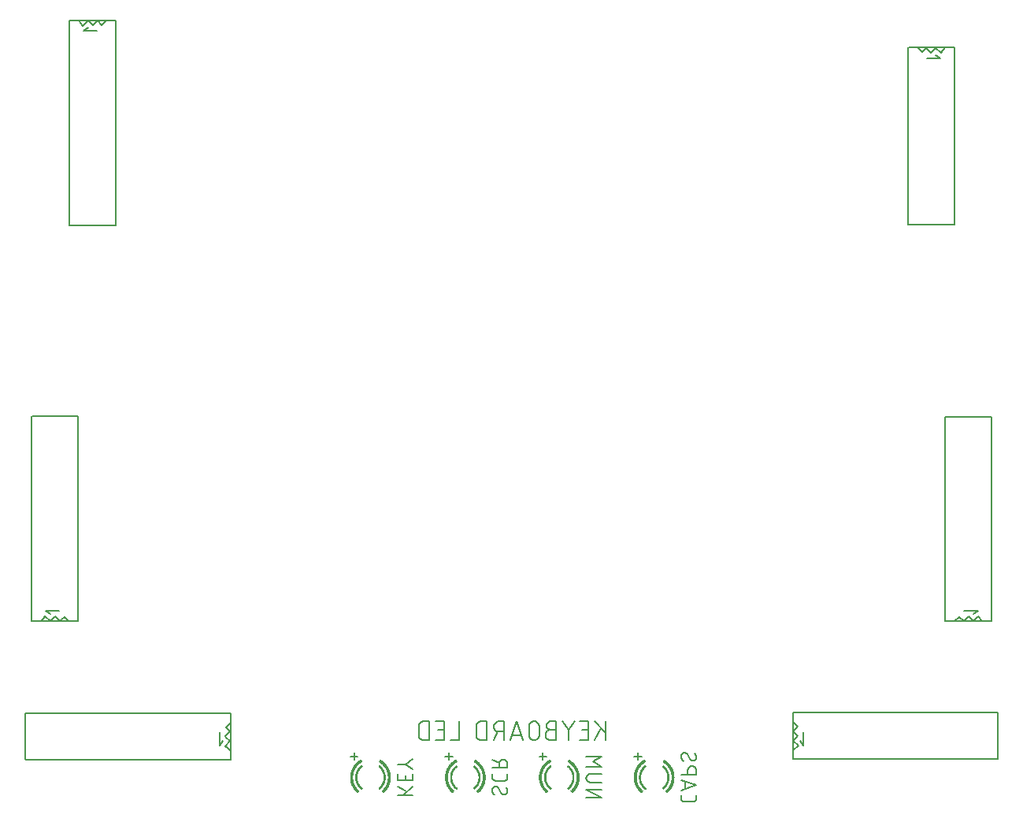
<source format=gbo>
G75*
%MOIN*%
%OFA0B0*%
%FSLAX25Y25*%
%IPPOS*%
%LPD*%
%AMOC8*
5,1,8,0,0,1.08239X$1,22.5*
%
%ADD10C,0.00800*%
%ADD11C,0.00600*%
%ADD12C,0.00700*%
%ADD13C,0.00500*%
%ADD14C,0.00060*%
%ADD15C,0.00100*%
D10*
X0035791Y0035616D02*
X0035991Y0035416D01*
X0122491Y0035416D01*
X0122591Y0035516D01*
X0122591Y0051116D01*
X0122591Y0054916D01*
X0122391Y0055116D01*
X0035791Y0055116D01*
X0035791Y0035616D01*
X0038548Y0093945D02*
X0038448Y0094045D01*
X0038448Y0180545D01*
X0038648Y0180745D01*
X0058148Y0180745D01*
X0058148Y0094145D01*
X0057948Y0093945D01*
X0054148Y0093945D01*
X0038548Y0093945D01*
X0054435Y0261396D02*
X0054435Y0348010D01*
X0058372Y0348010D01*
X0062309Y0348010D01*
X0066246Y0348010D01*
X0070183Y0348010D01*
X0074120Y0348010D01*
X0074120Y0261396D01*
X0054435Y0261396D01*
X0360813Y0055333D02*
X0360813Y0051396D01*
X0360813Y0047459D01*
X0360813Y0043522D01*
X0360813Y0039585D01*
X0360813Y0035648D01*
X0447427Y0035648D01*
X0447427Y0055333D01*
X0360813Y0055333D01*
X0425143Y0093994D02*
X0429080Y0093994D01*
X0433017Y0093994D01*
X0436954Y0093994D01*
X0440891Y0093994D01*
X0444828Y0093994D01*
X0444828Y0180608D01*
X0425143Y0180608D01*
X0425143Y0093994D01*
X0428915Y0261662D02*
X0409415Y0261662D01*
X0409415Y0336451D01*
X0409615Y0336651D01*
X0413415Y0336651D01*
X0429015Y0336651D01*
X0429115Y0336551D01*
X0429115Y0261862D01*
X0428915Y0261662D01*
D11*
X0423115Y0332251D02*
X0417515Y0332251D01*
X0419215Y0334551D02*
X0417215Y0336551D01*
X0416515Y0335851D01*
X0415315Y0334751D01*
X0413415Y0336651D01*
X0419215Y0334551D02*
X0419615Y0334951D01*
X0421115Y0336551D01*
X0423415Y0334351D01*
X0424215Y0335451D01*
X0425015Y0336451D01*
X0422215Y0332851D02*
X0421215Y0333551D01*
X0422215Y0332851D02*
X0423115Y0332251D01*
X0054148Y0093945D02*
X0052248Y0095845D01*
X0051048Y0094745D01*
X0050348Y0094045D01*
X0048348Y0096045D01*
X0047948Y0095645D01*
X0046448Y0094045D01*
X0044148Y0096245D01*
X0043348Y0095145D01*
X0042548Y0094145D01*
X0045348Y0097745D02*
X0044448Y0098345D01*
X0050048Y0098345D01*
X0046348Y0097045D02*
X0045348Y0097745D01*
X0118191Y0047016D02*
X0118191Y0041416D01*
X0118791Y0042316D01*
X0119491Y0043316D01*
X0120891Y0044916D02*
X0120491Y0045316D01*
X0122491Y0047316D01*
X0121791Y0048016D01*
X0120691Y0049216D01*
X0122591Y0051116D01*
X0120891Y0044916D02*
X0122491Y0043416D01*
X0120291Y0041116D01*
X0121391Y0040316D01*
X0122391Y0039516D01*
X0193282Y0033511D02*
X0196660Y0033511D01*
X0199682Y0035644D01*
X0196660Y0033511D02*
X0199682Y0031377D01*
X0199682Y0029461D02*
X0199682Y0026616D01*
X0193282Y0026616D01*
X0193282Y0029461D01*
X0196837Y0028749D02*
X0196837Y0026616D01*
X0199682Y0024089D02*
X0195771Y0020533D01*
X0197193Y0021956D02*
X0193282Y0024089D01*
X0193282Y0020533D02*
X0199682Y0020533D01*
X0233439Y0028007D02*
X0233439Y0029429D01*
X0233440Y0028007D02*
X0233442Y0027933D01*
X0233448Y0027858D01*
X0233458Y0027785D01*
X0233471Y0027711D01*
X0233488Y0027639D01*
X0233510Y0027568D01*
X0233534Y0027497D01*
X0233563Y0027429D01*
X0233595Y0027361D01*
X0233631Y0027296D01*
X0233669Y0027233D01*
X0233712Y0027171D01*
X0233757Y0027112D01*
X0233805Y0027055D01*
X0233856Y0027001D01*
X0233910Y0026950D01*
X0233967Y0026902D01*
X0234026Y0026857D01*
X0234088Y0026814D01*
X0234151Y0026776D01*
X0234216Y0026740D01*
X0234284Y0026708D01*
X0234352Y0026679D01*
X0234423Y0026655D01*
X0234494Y0026633D01*
X0234566Y0026616D01*
X0234640Y0026603D01*
X0234713Y0026593D01*
X0234788Y0026587D01*
X0234862Y0026585D01*
X0238417Y0026585D01*
X0238491Y0026587D01*
X0238566Y0026593D01*
X0238639Y0026603D01*
X0238713Y0026616D01*
X0238785Y0026633D01*
X0238856Y0026655D01*
X0238927Y0026679D01*
X0238995Y0026708D01*
X0239063Y0026740D01*
X0239128Y0026776D01*
X0239191Y0026814D01*
X0239253Y0026857D01*
X0239312Y0026902D01*
X0239368Y0026950D01*
X0239423Y0027001D01*
X0239474Y0027055D01*
X0239522Y0027112D01*
X0239567Y0027171D01*
X0239610Y0027233D01*
X0239648Y0027296D01*
X0239684Y0027361D01*
X0239716Y0027429D01*
X0239745Y0027497D01*
X0239769Y0027568D01*
X0239791Y0027639D01*
X0239808Y0027711D01*
X0239821Y0027785D01*
X0239831Y0027858D01*
X0239837Y0027933D01*
X0239839Y0028007D01*
X0239839Y0029429D01*
X0239839Y0031970D02*
X0233439Y0031970D01*
X0236284Y0031970D02*
X0236284Y0033748D01*
X0236284Y0034103D02*
X0233439Y0035526D01*
X0236284Y0033748D02*
X0236286Y0033831D01*
X0236292Y0033914D01*
X0236302Y0033997D01*
X0236315Y0034080D01*
X0236333Y0034161D01*
X0236354Y0034242D01*
X0236379Y0034321D01*
X0236408Y0034399D01*
X0236440Y0034476D01*
X0236476Y0034551D01*
X0236515Y0034625D01*
X0236558Y0034696D01*
X0236604Y0034766D01*
X0236654Y0034833D01*
X0236706Y0034898D01*
X0236761Y0034960D01*
X0236820Y0035020D01*
X0236881Y0035077D01*
X0236944Y0035131D01*
X0237010Y0035182D01*
X0237079Y0035229D01*
X0237149Y0035274D01*
X0237222Y0035315D01*
X0237296Y0035352D01*
X0237372Y0035387D01*
X0237450Y0035417D01*
X0237528Y0035444D01*
X0237609Y0035467D01*
X0237690Y0035487D01*
X0237772Y0035502D01*
X0237854Y0035514D01*
X0237937Y0035522D01*
X0238020Y0035526D01*
X0238104Y0035526D01*
X0238187Y0035522D01*
X0238270Y0035514D01*
X0238352Y0035502D01*
X0238434Y0035487D01*
X0238515Y0035467D01*
X0238596Y0035444D01*
X0238674Y0035417D01*
X0238752Y0035387D01*
X0238828Y0035352D01*
X0238902Y0035315D01*
X0238975Y0035274D01*
X0239045Y0035229D01*
X0239114Y0035182D01*
X0239180Y0035131D01*
X0239243Y0035077D01*
X0239304Y0035020D01*
X0239363Y0034960D01*
X0239418Y0034898D01*
X0239470Y0034833D01*
X0239520Y0034766D01*
X0239566Y0034696D01*
X0239609Y0034625D01*
X0239648Y0034551D01*
X0239684Y0034476D01*
X0239716Y0034399D01*
X0239745Y0034321D01*
X0239770Y0034242D01*
X0239791Y0034161D01*
X0239809Y0034080D01*
X0239822Y0033997D01*
X0239832Y0033914D01*
X0239838Y0033831D01*
X0239840Y0033748D01*
X0239839Y0033748D02*
X0239839Y0031970D01*
X0236106Y0023496D02*
X0237173Y0021541D01*
X0239840Y0022252D02*
X0239838Y0022353D01*
X0239832Y0022454D01*
X0239823Y0022554D01*
X0239809Y0022654D01*
X0239792Y0022754D01*
X0239772Y0022853D01*
X0239747Y0022950D01*
X0239719Y0023047D01*
X0239687Y0023143D01*
X0239651Y0023238D01*
X0239612Y0023331D01*
X0239570Y0023422D01*
X0239524Y0023512D01*
X0239474Y0023600D01*
X0239422Y0023686D01*
X0239366Y0023770D01*
X0239307Y0023852D01*
X0237173Y0021541D02*
X0237213Y0021477D01*
X0237256Y0021416D01*
X0237302Y0021357D01*
X0237351Y0021300D01*
X0237403Y0021246D01*
X0237457Y0021195D01*
X0237515Y0021147D01*
X0237574Y0021101D01*
X0237636Y0021059D01*
X0237701Y0021020D01*
X0237767Y0020985D01*
X0237834Y0020953D01*
X0237904Y0020924D01*
X0237974Y0020899D01*
X0238046Y0020878D01*
X0238119Y0020861D01*
X0238193Y0020847D01*
X0238267Y0020838D01*
X0238342Y0020832D01*
X0238417Y0020830D01*
X0238491Y0020832D01*
X0238566Y0020838D01*
X0238639Y0020848D01*
X0238713Y0020861D01*
X0238785Y0020878D01*
X0238856Y0020900D01*
X0238927Y0020924D01*
X0238995Y0020953D01*
X0239063Y0020985D01*
X0239128Y0021021D01*
X0239191Y0021059D01*
X0239253Y0021102D01*
X0239312Y0021147D01*
X0239369Y0021195D01*
X0239423Y0021246D01*
X0239474Y0021301D01*
X0239522Y0021357D01*
X0239567Y0021416D01*
X0239610Y0021478D01*
X0239648Y0021541D01*
X0239684Y0021606D01*
X0239716Y0021674D01*
X0239745Y0021742D01*
X0239769Y0021813D01*
X0239791Y0021884D01*
X0239808Y0021956D01*
X0239821Y0022030D01*
X0239831Y0022103D01*
X0239837Y0022178D01*
X0239839Y0022252D01*
X0234329Y0020652D02*
X0234254Y0020729D01*
X0234181Y0020809D01*
X0234112Y0020892D01*
X0234045Y0020977D01*
X0233982Y0021064D01*
X0233922Y0021153D01*
X0233865Y0021245D01*
X0233811Y0021338D01*
X0233761Y0021434D01*
X0233714Y0021531D01*
X0233671Y0021630D01*
X0233631Y0021730D01*
X0233595Y0021831D01*
X0233563Y0021934D01*
X0233534Y0022038D01*
X0233509Y0022143D01*
X0233488Y0022249D01*
X0233471Y0022355D01*
X0233457Y0022462D01*
X0233448Y0022570D01*
X0233442Y0022677D01*
X0233440Y0022785D01*
X0233442Y0022859D01*
X0233448Y0022934D01*
X0233458Y0023007D01*
X0233471Y0023081D01*
X0233488Y0023153D01*
X0233510Y0023224D01*
X0233534Y0023295D01*
X0233563Y0023363D01*
X0233595Y0023431D01*
X0233631Y0023496D01*
X0233669Y0023559D01*
X0233712Y0023621D01*
X0233757Y0023680D01*
X0233805Y0023737D01*
X0233856Y0023791D01*
X0233910Y0023842D01*
X0233967Y0023890D01*
X0234026Y0023935D01*
X0234088Y0023978D01*
X0234151Y0024016D01*
X0234216Y0024052D01*
X0234284Y0024084D01*
X0234352Y0024113D01*
X0234423Y0024137D01*
X0234494Y0024159D01*
X0234566Y0024176D01*
X0234640Y0024189D01*
X0234713Y0024199D01*
X0234788Y0024205D01*
X0234862Y0024207D01*
X0234937Y0024205D01*
X0235012Y0024199D01*
X0235086Y0024190D01*
X0235160Y0024176D01*
X0235233Y0024159D01*
X0235305Y0024138D01*
X0235375Y0024113D01*
X0235445Y0024084D01*
X0235512Y0024052D01*
X0235578Y0024017D01*
X0235643Y0023978D01*
X0235705Y0023936D01*
X0235764Y0023890D01*
X0235822Y0023842D01*
X0235876Y0023791D01*
X0235928Y0023737D01*
X0235977Y0023680D01*
X0236023Y0023621D01*
X0236066Y0023560D01*
X0236106Y0023496D01*
X0273203Y0022919D02*
X0279603Y0022919D01*
X0279603Y0025928D02*
X0274981Y0025928D01*
X0274898Y0025930D01*
X0274815Y0025936D01*
X0274732Y0025946D01*
X0274649Y0025959D01*
X0274568Y0025977D01*
X0274487Y0025998D01*
X0274408Y0026023D01*
X0274330Y0026052D01*
X0274253Y0026084D01*
X0274178Y0026120D01*
X0274104Y0026159D01*
X0274033Y0026202D01*
X0273963Y0026248D01*
X0273896Y0026298D01*
X0273831Y0026350D01*
X0273769Y0026405D01*
X0273709Y0026464D01*
X0273652Y0026525D01*
X0273598Y0026588D01*
X0273547Y0026654D01*
X0273500Y0026723D01*
X0273455Y0026793D01*
X0273414Y0026866D01*
X0273377Y0026940D01*
X0273342Y0027016D01*
X0273312Y0027094D01*
X0273285Y0027172D01*
X0273262Y0027253D01*
X0273242Y0027334D01*
X0273227Y0027416D01*
X0273215Y0027498D01*
X0273207Y0027581D01*
X0273203Y0027664D01*
X0273203Y0027748D01*
X0273207Y0027831D01*
X0273215Y0027914D01*
X0273227Y0027996D01*
X0273242Y0028078D01*
X0273262Y0028159D01*
X0273285Y0028240D01*
X0273312Y0028318D01*
X0273342Y0028396D01*
X0273377Y0028472D01*
X0273414Y0028546D01*
X0273455Y0028619D01*
X0273500Y0028689D01*
X0273547Y0028758D01*
X0273598Y0028824D01*
X0273652Y0028887D01*
X0273709Y0028948D01*
X0273769Y0029007D01*
X0273831Y0029062D01*
X0273896Y0029114D01*
X0273963Y0029164D01*
X0274033Y0029210D01*
X0274104Y0029253D01*
X0274178Y0029292D01*
X0274253Y0029328D01*
X0274330Y0029360D01*
X0274408Y0029389D01*
X0274487Y0029414D01*
X0274568Y0029435D01*
X0274649Y0029453D01*
X0274732Y0029466D01*
X0274815Y0029476D01*
X0274898Y0029482D01*
X0274981Y0029484D01*
X0279603Y0029484D01*
X0279603Y0032547D02*
X0273203Y0032547D01*
X0276048Y0034680D02*
X0279603Y0036814D01*
X0273203Y0036814D01*
X0276048Y0034680D02*
X0279603Y0032547D01*
X0273203Y0022919D02*
X0279603Y0019364D01*
X0273203Y0019364D01*
X0313361Y0019110D02*
X0313361Y0020532D01*
X0313361Y0022476D02*
X0319761Y0024609D01*
X0313361Y0026742D01*
X0314961Y0026209D02*
X0314961Y0023009D01*
X0313361Y0019110D02*
X0313363Y0019036D01*
X0313369Y0018961D01*
X0313379Y0018888D01*
X0313392Y0018814D01*
X0313409Y0018742D01*
X0313431Y0018671D01*
X0313455Y0018600D01*
X0313484Y0018532D01*
X0313516Y0018464D01*
X0313552Y0018399D01*
X0313590Y0018336D01*
X0313633Y0018274D01*
X0313678Y0018215D01*
X0313726Y0018158D01*
X0313777Y0018104D01*
X0313831Y0018053D01*
X0313888Y0018005D01*
X0313947Y0017960D01*
X0314009Y0017917D01*
X0314072Y0017879D01*
X0314137Y0017843D01*
X0314205Y0017811D01*
X0314273Y0017782D01*
X0314344Y0017758D01*
X0314415Y0017736D01*
X0314487Y0017719D01*
X0314561Y0017706D01*
X0314634Y0017696D01*
X0314709Y0017690D01*
X0314783Y0017688D01*
X0314783Y0017687D02*
X0318338Y0017687D01*
X0318338Y0017688D02*
X0318412Y0017690D01*
X0318487Y0017696D01*
X0318560Y0017706D01*
X0318634Y0017719D01*
X0318706Y0017736D01*
X0318777Y0017758D01*
X0318848Y0017782D01*
X0318916Y0017811D01*
X0318984Y0017843D01*
X0319049Y0017879D01*
X0319112Y0017917D01*
X0319174Y0017960D01*
X0319233Y0018005D01*
X0319289Y0018053D01*
X0319344Y0018104D01*
X0319395Y0018158D01*
X0319443Y0018215D01*
X0319488Y0018274D01*
X0319531Y0018336D01*
X0319569Y0018399D01*
X0319605Y0018464D01*
X0319637Y0018532D01*
X0319666Y0018600D01*
X0319690Y0018671D01*
X0319712Y0018742D01*
X0319729Y0018814D01*
X0319742Y0018888D01*
X0319752Y0018961D01*
X0319758Y0019036D01*
X0319760Y0019110D01*
X0319761Y0019110D02*
X0319761Y0020532D01*
X0319761Y0029274D02*
X0313361Y0029274D01*
X0316205Y0029274D02*
X0316205Y0031051D01*
X0316207Y0031134D01*
X0316213Y0031217D01*
X0316223Y0031300D01*
X0316236Y0031383D01*
X0316254Y0031464D01*
X0316275Y0031545D01*
X0316300Y0031624D01*
X0316329Y0031702D01*
X0316361Y0031779D01*
X0316397Y0031854D01*
X0316436Y0031928D01*
X0316479Y0031999D01*
X0316525Y0032069D01*
X0316575Y0032136D01*
X0316627Y0032201D01*
X0316682Y0032263D01*
X0316741Y0032323D01*
X0316802Y0032380D01*
X0316865Y0032434D01*
X0316931Y0032485D01*
X0317000Y0032532D01*
X0317070Y0032577D01*
X0317143Y0032618D01*
X0317217Y0032655D01*
X0317293Y0032690D01*
X0317371Y0032720D01*
X0317449Y0032747D01*
X0317530Y0032770D01*
X0317611Y0032790D01*
X0317693Y0032805D01*
X0317775Y0032817D01*
X0317858Y0032825D01*
X0317941Y0032829D01*
X0318025Y0032829D01*
X0318108Y0032825D01*
X0318191Y0032817D01*
X0318273Y0032805D01*
X0318355Y0032790D01*
X0318436Y0032770D01*
X0318517Y0032747D01*
X0318595Y0032720D01*
X0318673Y0032690D01*
X0318749Y0032655D01*
X0318823Y0032618D01*
X0318896Y0032577D01*
X0318966Y0032532D01*
X0319035Y0032485D01*
X0319101Y0032434D01*
X0319164Y0032380D01*
X0319225Y0032323D01*
X0319284Y0032263D01*
X0319339Y0032201D01*
X0319391Y0032136D01*
X0319441Y0032069D01*
X0319487Y0031999D01*
X0319530Y0031928D01*
X0319569Y0031854D01*
X0319605Y0031779D01*
X0319637Y0031702D01*
X0319666Y0031624D01*
X0319691Y0031545D01*
X0319712Y0031464D01*
X0319730Y0031383D01*
X0319743Y0031300D01*
X0319753Y0031217D01*
X0319759Y0031134D01*
X0319761Y0031051D01*
X0319761Y0029274D01*
X0317094Y0035823D02*
X0316027Y0037779D01*
X0313361Y0037068D02*
X0313363Y0036960D01*
X0313369Y0036853D01*
X0313378Y0036745D01*
X0313392Y0036638D01*
X0313409Y0036532D01*
X0313430Y0036426D01*
X0313455Y0036321D01*
X0313484Y0036217D01*
X0313516Y0036114D01*
X0313552Y0036013D01*
X0313592Y0035913D01*
X0313635Y0035814D01*
X0313682Y0035717D01*
X0313732Y0035621D01*
X0313786Y0035528D01*
X0313843Y0035436D01*
X0313903Y0035347D01*
X0313966Y0035260D01*
X0314033Y0035175D01*
X0314102Y0035092D01*
X0314175Y0035012D01*
X0314250Y0034935D01*
X0316027Y0037778D02*
X0315987Y0037842D01*
X0315944Y0037903D01*
X0315898Y0037962D01*
X0315849Y0038019D01*
X0315797Y0038073D01*
X0315743Y0038124D01*
X0315685Y0038172D01*
X0315626Y0038218D01*
X0315564Y0038260D01*
X0315499Y0038299D01*
X0315433Y0038334D01*
X0315366Y0038366D01*
X0315296Y0038395D01*
X0315226Y0038420D01*
X0315154Y0038441D01*
X0315081Y0038458D01*
X0315007Y0038472D01*
X0314933Y0038481D01*
X0314858Y0038487D01*
X0314783Y0038489D01*
X0314783Y0038490D02*
X0314709Y0038488D01*
X0314634Y0038482D01*
X0314561Y0038472D01*
X0314487Y0038459D01*
X0314415Y0038442D01*
X0314344Y0038420D01*
X0314273Y0038396D01*
X0314205Y0038367D01*
X0314137Y0038335D01*
X0314072Y0038299D01*
X0314009Y0038261D01*
X0313947Y0038218D01*
X0313888Y0038173D01*
X0313831Y0038125D01*
X0313777Y0038074D01*
X0313726Y0038020D01*
X0313678Y0037963D01*
X0313633Y0037904D01*
X0313590Y0037842D01*
X0313552Y0037779D01*
X0313516Y0037714D01*
X0313484Y0037646D01*
X0313455Y0037578D01*
X0313431Y0037507D01*
X0313409Y0037436D01*
X0313392Y0037364D01*
X0313379Y0037290D01*
X0313369Y0037217D01*
X0313363Y0037142D01*
X0313361Y0037068D01*
X0319228Y0038134D02*
X0319287Y0038052D01*
X0319343Y0037968D01*
X0319395Y0037882D01*
X0319445Y0037794D01*
X0319491Y0037704D01*
X0319533Y0037613D01*
X0319572Y0037520D01*
X0319608Y0037425D01*
X0319640Y0037329D01*
X0319668Y0037232D01*
X0319693Y0037135D01*
X0319713Y0037036D01*
X0319730Y0036936D01*
X0319744Y0036836D01*
X0319753Y0036736D01*
X0319759Y0036635D01*
X0319761Y0036534D01*
X0319760Y0036534D02*
X0319758Y0036460D01*
X0319752Y0036385D01*
X0319742Y0036312D01*
X0319729Y0036238D01*
X0319712Y0036166D01*
X0319690Y0036095D01*
X0319666Y0036024D01*
X0319637Y0035956D01*
X0319605Y0035888D01*
X0319569Y0035823D01*
X0319531Y0035760D01*
X0319488Y0035698D01*
X0319443Y0035639D01*
X0319395Y0035583D01*
X0319344Y0035528D01*
X0319290Y0035477D01*
X0319233Y0035429D01*
X0319174Y0035384D01*
X0319112Y0035341D01*
X0319049Y0035303D01*
X0318984Y0035267D01*
X0318916Y0035235D01*
X0318848Y0035206D01*
X0318777Y0035182D01*
X0318706Y0035160D01*
X0318634Y0035143D01*
X0318560Y0035130D01*
X0318487Y0035120D01*
X0318412Y0035114D01*
X0318338Y0035112D01*
X0318338Y0035113D02*
X0318263Y0035115D01*
X0318188Y0035121D01*
X0318114Y0035130D01*
X0318040Y0035144D01*
X0317967Y0035161D01*
X0317895Y0035182D01*
X0317825Y0035207D01*
X0317755Y0035236D01*
X0317688Y0035268D01*
X0317622Y0035303D01*
X0317557Y0035342D01*
X0317495Y0035384D01*
X0317436Y0035430D01*
X0317378Y0035478D01*
X0317324Y0035529D01*
X0317272Y0035583D01*
X0317223Y0035640D01*
X0317177Y0035699D01*
X0317134Y0035760D01*
X0317094Y0035824D01*
D12*
X0281259Y0043824D02*
X0281259Y0051724D01*
X0279504Y0048651D02*
X0276870Y0043824D01*
X0274023Y0043824D02*
X0274023Y0051724D01*
X0270512Y0051724D01*
X0268391Y0051724D02*
X0265758Y0047993D01*
X0265758Y0043824D01*
X0265758Y0047993D02*
X0263125Y0051724D01*
X0260337Y0051724D02*
X0258142Y0051724D01*
X0258060Y0051722D01*
X0257978Y0051716D01*
X0257896Y0051707D01*
X0257815Y0051693D01*
X0257734Y0051676D01*
X0257654Y0051655D01*
X0257576Y0051630D01*
X0257499Y0051602D01*
X0257423Y0051570D01*
X0257348Y0051534D01*
X0257276Y0051496D01*
X0257205Y0051453D01*
X0257137Y0051408D01*
X0257070Y0051359D01*
X0257006Y0051307D01*
X0256945Y0051253D01*
X0256886Y0051195D01*
X0256830Y0051135D01*
X0256776Y0051072D01*
X0256726Y0051007D01*
X0256679Y0050939D01*
X0256635Y0050870D01*
X0256595Y0050798D01*
X0256557Y0050725D01*
X0256524Y0050649D01*
X0256493Y0050573D01*
X0256467Y0050495D01*
X0256444Y0050416D01*
X0256425Y0050336D01*
X0256410Y0050255D01*
X0256398Y0050173D01*
X0256390Y0050091D01*
X0256386Y0050009D01*
X0256386Y0049927D01*
X0256390Y0049845D01*
X0256398Y0049763D01*
X0256410Y0049681D01*
X0256425Y0049600D01*
X0256444Y0049520D01*
X0256467Y0049441D01*
X0256493Y0049363D01*
X0256524Y0049287D01*
X0256557Y0049211D01*
X0256595Y0049138D01*
X0256635Y0049066D01*
X0256679Y0048997D01*
X0256726Y0048929D01*
X0256776Y0048864D01*
X0256830Y0048801D01*
X0256886Y0048741D01*
X0256945Y0048683D01*
X0257006Y0048629D01*
X0257070Y0048577D01*
X0257137Y0048528D01*
X0257205Y0048483D01*
X0257276Y0048440D01*
X0257348Y0048402D01*
X0257423Y0048366D01*
X0257499Y0048334D01*
X0257576Y0048306D01*
X0257654Y0048281D01*
X0257734Y0048260D01*
X0257815Y0048243D01*
X0257896Y0048229D01*
X0257978Y0048220D01*
X0258060Y0048214D01*
X0258142Y0048212D01*
X0258142Y0048213D02*
X0260337Y0048213D01*
X0258142Y0048212D02*
X0258050Y0048210D01*
X0257958Y0048204D01*
X0257867Y0048195D01*
X0257776Y0048181D01*
X0257686Y0048164D01*
X0257596Y0048143D01*
X0257508Y0048118D01*
X0257420Y0048090D01*
X0257334Y0048058D01*
X0257250Y0048022D01*
X0257166Y0047983D01*
X0257085Y0047941D01*
X0257005Y0047895D01*
X0256928Y0047845D01*
X0256852Y0047793D01*
X0256779Y0047737D01*
X0256708Y0047679D01*
X0256640Y0047617D01*
X0256574Y0047553D01*
X0256512Y0047486D01*
X0256451Y0047417D01*
X0256394Y0047344D01*
X0256340Y0047270D01*
X0256290Y0047194D01*
X0256242Y0047115D01*
X0256198Y0047034D01*
X0256157Y0046952D01*
X0256119Y0046868D01*
X0256086Y0046783D01*
X0256055Y0046696D01*
X0256029Y0046608D01*
X0256006Y0046519D01*
X0255987Y0046429D01*
X0255972Y0046339D01*
X0255960Y0046247D01*
X0255952Y0046156D01*
X0255948Y0046064D01*
X0255948Y0045972D01*
X0255952Y0045880D01*
X0255960Y0045789D01*
X0255972Y0045697D01*
X0255987Y0045607D01*
X0256006Y0045517D01*
X0256029Y0045428D01*
X0256055Y0045340D01*
X0256086Y0045253D01*
X0256119Y0045168D01*
X0256157Y0045084D01*
X0256198Y0045002D01*
X0256242Y0044921D01*
X0256290Y0044842D01*
X0256340Y0044766D01*
X0256394Y0044692D01*
X0256451Y0044619D01*
X0256512Y0044550D01*
X0256574Y0044483D01*
X0256640Y0044419D01*
X0256708Y0044357D01*
X0256779Y0044299D01*
X0256852Y0044243D01*
X0256928Y0044191D01*
X0257005Y0044141D01*
X0257085Y0044095D01*
X0257166Y0044053D01*
X0257250Y0044014D01*
X0257334Y0043978D01*
X0257420Y0043946D01*
X0257508Y0043918D01*
X0257596Y0043893D01*
X0257686Y0043872D01*
X0257776Y0043855D01*
X0257867Y0043841D01*
X0257958Y0043832D01*
X0258050Y0043826D01*
X0258142Y0043824D01*
X0260337Y0043824D01*
X0260337Y0051724D01*
X0253355Y0049529D02*
X0253355Y0046018D01*
X0253353Y0045926D01*
X0253347Y0045834D01*
X0253338Y0045743D01*
X0253324Y0045652D01*
X0253307Y0045562D01*
X0253286Y0045472D01*
X0253261Y0045384D01*
X0253233Y0045296D01*
X0253201Y0045210D01*
X0253165Y0045126D01*
X0253126Y0045042D01*
X0253084Y0044961D01*
X0253038Y0044881D01*
X0252988Y0044804D01*
X0252936Y0044728D01*
X0252880Y0044655D01*
X0252822Y0044584D01*
X0252760Y0044516D01*
X0252696Y0044450D01*
X0252629Y0044388D01*
X0252560Y0044327D01*
X0252487Y0044270D01*
X0252413Y0044216D01*
X0252337Y0044166D01*
X0252258Y0044118D01*
X0252177Y0044074D01*
X0252095Y0044033D01*
X0252011Y0043995D01*
X0251926Y0043962D01*
X0251839Y0043931D01*
X0251751Y0043905D01*
X0251662Y0043882D01*
X0251572Y0043863D01*
X0251482Y0043848D01*
X0251390Y0043836D01*
X0251299Y0043828D01*
X0251207Y0043824D01*
X0251115Y0043824D01*
X0251023Y0043828D01*
X0250932Y0043836D01*
X0250840Y0043848D01*
X0250750Y0043863D01*
X0250660Y0043882D01*
X0250571Y0043905D01*
X0250483Y0043931D01*
X0250396Y0043962D01*
X0250311Y0043995D01*
X0250227Y0044033D01*
X0250145Y0044074D01*
X0250064Y0044118D01*
X0249985Y0044166D01*
X0249909Y0044216D01*
X0249835Y0044270D01*
X0249762Y0044327D01*
X0249693Y0044388D01*
X0249626Y0044450D01*
X0249562Y0044516D01*
X0249500Y0044584D01*
X0249442Y0044655D01*
X0249386Y0044728D01*
X0249334Y0044804D01*
X0249284Y0044881D01*
X0249238Y0044961D01*
X0249196Y0045042D01*
X0249157Y0045126D01*
X0249121Y0045210D01*
X0249089Y0045296D01*
X0249061Y0045384D01*
X0249036Y0045472D01*
X0249015Y0045562D01*
X0248998Y0045652D01*
X0248984Y0045743D01*
X0248975Y0045834D01*
X0248969Y0045926D01*
X0248967Y0046018D01*
X0248966Y0046018D02*
X0248966Y0049529D01*
X0248967Y0049529D02*
X0248969Y0049621D01*
X0248975Y0049713D01*
X0248984Y0049804D01*
X0248998Y0049895D01*
X0249015Y0049985D01*
X0249036Y0050075D01*
X0249061Y0050163D01*
X0249089Y0050251D01*
X0249121Y0050337D01*
X0249157Y0050421D01*
X0249196Y0050505D01*
X0249238Y0050586D01*
X0249284Y0050666D01*
X0249334Y0050743D01*
X0249386Y0050819D01*
X0249442Y0050892D01*
X0249500Y0050963D01*
X0249562Y0051031D01*
X0249626Y0051097D01*
X0249693Y0051159D01*
X0249762Y0051220D01*
X0249835Y0051277D01*
X0249909Y0051331D01*
X0249985Y0051381D01*
X0250064Y0051429D01*
X0250145Y0051473D01*
X0250227Y0051514D01*
X0250311Y0051552D01*
X0250396Y0051585D01*
X0250483Y0051616D01*
X0250571Y0051642D01*
X0250660Y0051665D01*
X0250750Y0051684D01*
X0250840Y0051699D01*
X0250932Y0051711D01*
X0251023Y0051719D01*
X0251115Y0051723D01*
X0251207Y0051723D01*
X0251299Y0051719D01*
X0251390Y0051711D01*
X0251482Y0051699D01*
X0251572Y0051684D01*
X0251662Y0051665D01*
X0251751Y0051642D01*
X0251839Y0051616D01*
X0251926Y0051585D01*
X0252011Y0051552D01*
X0252095Y0051514D01*
X0252177Y0051473D01*
X0252258Y0051429D01*
X0252337Y0051381D01*
X0252413Y0051331D01*
X0252487Y0051277D01*
X0252560Y0051220D01*
X0252629Y0051159D01*
X0252696Y0051097D01*
X0252760Y0051031D01*
X0252822Y0050963D01*
X0252880Y0050892D01*
X0252936Y0050819D01*
X0252988Y0050743D01*
X0253038Y0050666D01*
X0253084Y0050586D01*
X0253126Y0050505D01*
X0253165Y0050421D01*
X0253201Y0050337D01*
X0253233Y0050251D01*
X0253261Y0050163D01*
X0253286Y0050075D01*
X0253307Y0049985D01*
X0253324Y0049895D01*
X0253338Y0049804D01*
X0253347Y0049713D01*
X0253353Y0049621D01*
X0253355Y0049529D01*
X0245837Y0045799D02*
X0241887Y0045799D01*
X0241229Y0043824D02*
X0243862Y0051724D01*
X0246496Y0043824D01*
X0238483Y0043824D02*
X0238483Y0051724D01*
X0236289Y0051724D01*
X0236289Y0051723D02*
X0236197Y0051721D01*
X0236105Y0051715D01*
X0236014Y0051706D01*
X0235923Y0051692D01*
X0235833Y0051675D01*
X0235743Y0051654D01*
X0235655Y0051629D01*
X0235567Y0051601D01*
X0235481Y0051569D01*
X0235397Y0051533D01*
X0235313Y0051494D01*
X0235232Y0051452D01*
X0235152Y0051406D01*
X0235075Y0051356D01*
X0234999Y0051304D01*
X0234926Y0051248D01*
X0234855Y0051190D01*
X0234787Y0051128D01*
X0234721Y0051064D01*
X0234659Y0050997D01*
X0234598Y0050928D01*
X0234541Y0050855D01*
X0234487Y0050781D01*
X0234437Y0050705D01*
X0234389Y0050626D01*
X0234345Y0050545D01*
X0234304Y0050463D01*
X0234266Y0050379D01*
X0234233Y0050294D01*
X0234202Y0050207D01*
X0234176Y0050119D01*
X0234153Y0050030D01*
X0234134Y0049940D01*
X0234119Y0049850D01*
X0234107Y0049758D01*
X0234099Y0049667D01*
X0234095Y0049575D01*
X0234095Y0049483D01*
X0234099Y0049391D01*
X0234107Y0049300D01*
X0234119Y0049208D01*
X0234134Y0049118D01*
X0234153Y0049028D01*
X0234176Y0048939D01*
X0234202Y0048851D01*
X0234233Y0048764D01*
X0234266Y0048679D01*
X0234304Y0048595D01*
X0234345Y0048513D01*
X0234389Y0048432D01*
X0234437Y0048353D01*
X0234487Y0048277D01*
X0234541Y0048203D01*
X0234598Y0048130D01*
X0234659Y0048061D01*
X0234721Y0047994D01*
X0234787Y0047930D01*
X0234855Y0047868D01*
X0234926Y0047810D01*
X0234999Y0047754D01*
X0235075Y0047702D01*
X0235152Y0047652D01*
X0235232Y0047606D01*
X0235313Y0047564D01*
X0235397Y0047525D01*
X0235481Y0047489D01*
X0235567Y0047457D01*
X0235655Y0047429D01*
X0235743Y0047404D01*
X0235833Y0047383D01*
X0235923Y0047366D01*
X0236014Y0047352D01*
X0236105Y0047343D01*
X0236197Y0047337D01*
X0236289Y0047335D01*
X0238483Y0047335D01*
X0235850Y0047335D02*
X0234094Y0043824D01*
X0230973Y0043824D02*
X0228779Y0043824D01*
X0230973Y0043824D02*
X0230973Y0051724D01*
X0228779Y0051724D01*
X0228779Y0051723D02*
X0228688Y0051721D01*
X0228598Y0051716D01*
X0228508Y0051706D01*
X0228418Y0051693D01*
X0228329Y0051676D01*
X0228240Y0051656D01*
X0228153Y0051632D01*
X0228067Y0051604D01*
X0227981Y0051573D01*
X0227898Y0051538D01*
X0227815Y0051500D01*
X0227735Y0051459D01*
X0227656Y0051414D01*
X0227579Y0051366D01*
X0227504Y0051315D01*
X0227431Y0051260D01*
X0227361Y0051203D01*
X0227293Y0051143D01*
X0227228Y0051080D01*
X0227165Y0051015D01*
X0227105Y0050947D01*
X0227048Y0050877D01*
X0226993Y0050804D01*
X0226942Y0050729D01*
X0226894Y0050652D01*
X0226849Y0050573D01*
X0226808Y0050493D01*
X0226770Y0050410D01*
X0226735Y0050327D01*
X0226704Y0050241D01*
X0226676Y0050155D01*
X0226652Y0050068D01*
X0226632Y0049979D01*
X0226615Y0049890D01*
X0226602Y0049800D01*
X0226592Y0049710D01*
X0226587Y0049620D01*
X0226585Y0049529D01*
X0226584Y0049529D02*
X0226584Y0046018D01*
X0226585Y0046018D02*
X0226587Y0045927D01*
X0226592Y0045837D01*
X0226602Y0045747D01*
X0226615Y0045657D01*
X0226632Y0045568D01*
X0226652Y0045479D01*
X0226676Y0045392D01*
X0226704Y0045306D01*
X0226735Y0045220D01*
X0226770Y0045137D01*
X0226808Y0045054D01*
X0226849Y0044974D01*
X0226894Y0044895D01*
X0226942Y0044818D01*
X0226993Y0044743D01*
X0227048Y0044670D01*
X0227105Y0044600D01*
X0227165Y0044532D01*
X0227228Y0044467D01*
X0227293Y0044404D01*
X0227361Y0044344D01*
X0227431Y0044287D01*
X0227504Y0044232D01*
X0227579Y0044181D01*
X0227656Y0044133D01*
X0227735Y0044088D01*
X0227815Y0044047D01*
X0227898Y0044009D01*
X0227981Y0043974D01*
X0228067Y0043943D01*
X0228153Y0043915D01*
X0228240Y0043891D01*
X0228329Y0043871D01*
X0228418Y0043854D01*
X0228508Y0043841D01*
X0228598Y0043831D01*
X0228688Y0043826D01*
X0228779Y0043824D01*
X0219284Y0043824D02*
X0219284Y0051724D01*
X0212959Y0051724D02*
X0209448Y0051724D01*
X0206645Y0051724D02*
X0204450Y0051724D01*
X0206645Y0051724D02*
X0206645Y0043824D01*
X0204450Y0043824D01*
X0204359Y0043826D01*
X0204269Y0043831D01*
X0204179Y0043841D01*
X0204089Y0043854D01*
X0204000Y0043871D01*
X0203911Y0043891D01*
X0203824Y0043915D01*
X0203738Y0043943D01*
X0203652Y0043974D01*
X0203569Y0044009D01*
X0203486Y0044047D01*
X0203406Y0044088D01*
X0203327Y0044133D01*
X0203250Y0044181D01*
X0203175Y0044232D01*
X0203102Y0044287D01*
X0203032Y0044344D01*
X0202964Y0044404D01*
X0202899Y0044467D01*
X0202836Y0044532D01*
X0202776Y0044600D01*
X0202719Y0044670D01*
X0202664Y0044743D01*
X0202613Y0044818D01*
X0202565Y0044895D01*
X0202520Y0044974D01*
X0202479Y0045054D01*
X0202441Y0045137D01*
X0202406Y0045220D01*
X0202375Y0045306D01*
X0202347Y0045392D01*
X0202323Y0045479D01*
X0202303Y0045568D01*
X0202286Y0045657D01*
X0202273Y0045747D01*
X0202263Y0045837D01*
X0202258Y0045927D01*
X0202256Y0046018D01*
X0202256Y0049529D01*
X0202258Y0049620D01*
X0202263Y0049710D01*
X0202273Y0049800D01*
X0202286Y0049890D01*
X0202303Y0049979D01*
X0202323Y0050068D01*
X0202347Y0050155D01*
X0202375Y0050241D01*
X0202406Y0050327D01*
X0202441Y0050410D01*
X0202479Y0050493D01*
X0202520Y0050573D01*
X0202565Y0050652D01*
X0202613Y0050729D01*
X0202664Y0050804D01*
X0202719Y0050877D01*
X0202776Y0050947D01*
X0202836Y0051015D01*
X0202899Y0051080D01*
X0202964Y0051143D01*
X0203032Y0051203D01*
X0203102Y0051260D01*
X0203175Y0051315D01*
X0203250Y0051366D01*
X0203327Y0051414D01*
X0203406Y0051459D01*
X0203486Y0051500D01*
X0203569Y0051538D01*
X0203652Y0051573D01*
X0203738Y0051604D01*
X0203824Y0051632D01*
X0203911Y0051656D01*
X0204000Y0051676D01*
X0204089Y0051693D01*
X0204179Y0051706D01*
X0204269Y0051716D01*
X0204359Y0051721D01*
X0204450Y0051723D01*
X0210325Y0048213D02*
X0212959Y0048213D01*
X0212959Y0051724D02*
X0212959Y0043824D01*
X0209448Y0043824D01*
X0215773Y0043824D02*
X0219284Y0043824D01*
X0270512Y0043824D02*
X0274023Y0043824D01*
X0274023Y0048213D02*
X0271390Y0048213D01*
X0276870Y0051724D02*
X0281259Y0046896D01*
D13*
X0293497Y0036889D02*
X0296597Y0036889D01*
X0294997Y0038289D02*
X0294997Y0035389D01*
X0256439Y0036889D02*
X0253339Y0036889D01*
X0254839Y0038289D02*
X0254839Y0035389D01*
X0216676Y0036889D02*
X0213576Y0036889D01*
X0215076Y0038289D02*
X0215076Y0035389D01*
X0176518Y0036889D02*
X0173418Y0036889D01*
X0174918Y0038289D02*
X0174918Y0035389D01*
X0360813Y0039585D02*
X0362978Y0041356D01*
X0360813Y0043522D01*
X0362781Y0045490D01*
X0360813Y0047459D01*
X0362584Y0049427D01*
X0360813Y0051396D01*
X0365143Y0047262D02*
X0365143Y0041553D01*
X0363765Y0043522D01*
X0429080Y0093994D02*
X0431049Y0095766D01*
X0433017Y0093994D01*
X0434986Y0095963D01*
X0436954Y0093994D01*
X0439120Y0096160D01*
X0440891Y0093994D01*
X0438923Y0098325D02*
X0433214Y0098325D01*
X0436954Y0096947D02*
X0438923Y0098325D01*
X0070183Y0348010D02*
X0068214Y0346238D01*
X0066246Y0348010D01*
X0064277Y0346041D01*
X0062309Y0348010D01*
X0060143Y0345845D01*
X0058372Y0348010D01*
X0060340Y0343679D02*
X0062309Y0345057D01*
X0060340Y0343679D02*
X0066049Y0343679D01*
D14*
X0175449Y0028059D02*
X0175989Y0028059D01*
X0175988Y0028059D02*
X0175991Y0027909D01*
X0175997Y0027760D01*
X0176008Y0027611D01*
X0176022Y0027462D01*
X0176041Y0027313D01*
X0176063Y0027165D01*
X0176089Y0027018D01*
X0176119Y0026871D01*
X0176153Y0026725D01*
X0176190Y0026581D01*
X0176231Y0026437D01*
X0176276Y0026294D01*
X0176325Y0026153D01*
X0176377Y0026012D01*
X0176434Y0025874D01*
X0176493Y0025737D01*
X0176556Y0025601D01*
X0176623Y0025467D01*
X0176693Y0025335D01*
X0176767Y0025205D01*
X0176844Y0025076D01*
X0176924Y0024950D01*
X0177008Y0024826D01*
X0177095Y0024704D01*
X0177185Y0024585D01*
X0177278Y0024467D01*
X0177374Y0024353D01*
X0177473Y0024241D01*
X0177575Y0024131D01*
X0177679Y0024024D01*
X0177787Y0023920D01*
X0177897Y0023819D01*
X0178010Y0023721D01*
X0178125Y0023625D01*
X0178243Y0023533D01*
X0178363Y0023444D01*
X0178050Y0023005D01*
X0178049Y0023004D01*
X0177925Y0023097D01*
X0177802Y0023192D01*
X0177682Y0023291D01*
X0177564Y0023392D01*
X0177449Y0023496D01*
X0177337Y0023603D01*
X0177227Y0023713D01*
X0177120Y0023826D01*
X0177016Y0023941D01*
X0176915Y0024059D01*
X0176817Y0024179D01*
X0176721Y0024301D01*
X0176629Y0024426D01*
X0176540Y0024553D01*
X0176454Y0024683D01*
X0176371Y0024814D01*
X0176292Y0024947D01*
X0176216Y0025083D01*
X0176143Y0025220D01*
X0176074Y0025359D01*
X0176008Y0025499D01*
X0175945Y0025642D01*
X0175887Y0025785D01*
X0175831Y0025930D01*
X0175780Y0026077D01*
X0175732Y0026224D01*
X0175687Y0026373D01*
X0175647Y0026523D01*
X0175610Y0026674D01*
X0175577Y0026826D01*
X0175547Y0026978D01*
X0175522Y0027131D01*
X0175500Y0027285D01*
X0175482Y0027439D01*
X0175468Y0027594D01*
X0175457Y0027749D01*
X0175451Y0027904D01*
X0175448Y0028059D01*
X0175504Y0028059D01*
X0175507Y0027905D01*
X0175513Y0027751D01*
X0175523Y0027598D01*
X0175538Y0027445D01*
X0175555Y0027292D01*
X0175577Y0027139D01*
X0175602Y0026988D01*
X0175632Y0026837D01*
X0175664Y0026686D01*
X0175701Y0026537D01*
X0175741Y0026388D01*
X0175785Y0026241D01*
X0175833Y0026095D01*
X0175884Y0025950D01*
X0175939Y0025806D01*
X0175997Y0025663D01*
X0176059Y0025522D01*
X0176124Y0025383D01*
X0176193Y0025246D01*
X0176265Y0025110D01*
X0176340Y0024975D01*
X0176419Y0024843D01*
X0176501Y0024713D01*
X0176586Y0024585D01*
X0176674Y0024459D01*
X0176766Y0024335D01*
X0176860Y0024214D01*
X0176958Y0024095D01*
X0177058Y0023978D01*
X0177161Y0023864D01*
X0177267Y0023752D01*
X0177376Y0023644D01*
X0177487Y0023538D01*
X0177601Y0023434D01*
X0177718Y0023334D01*
X0177837Y0023236D01*
X0177958Y0023142D01*
X0178082Y0023050D01*
X0178114Y0023096D01*
X0177989Y0023189D01*
X0177865Y0023285D01*
X0177744Y0023385D01*
X0177626Y0023487D01*
X0177510Y0023593D01*
X0177397Y0023701D01*
X0177287Y0023812D01*
X0177180Y0023926D01*
X0177076Y0024043D01*
X0176974Y0024162D01*
X0176876Y0024284D01*
X0176781Y0024409D01*
X0176689Y0024535D01*
X0176600Y0024664D01*
X0176515Y0024796D01*
X0176433Y0024929D01*
X0176354Y0025064D01*
X0176279Y0025202D01*
X0176207Y0025341D01*
X0176139Y0025482D01*
X0176075Y0025625D01*
X0176014Y0025769D01*
X0175957Y0025915D01*
X0175903Y0026062D01*
X0175854Y0026210D01*
X0175808Y0026360D01*
X0175766Y0026511D01*
X0175727Y0026663D01*
X0175693Y0026815D01*
X0175663Y0026969D01*
X0175636Y0027123D01*
X0175614Y0027278D01*
X0175595Y0027434D01*
X0175580Y0027590D01*
X0175570Y0027746D01*
X0175563Y0027902D01*
X0175560Y0028059D01*
X0175616Y0028059D01*
X0175619Y0027904D01*
X0175625Y0027749D01*
X0175636Y0027594D01*
X0175651Y0027440D01*
X0175669Y0027286D01*
X0175692Y0027132D01*
X0175718Y0026979D01*
X0175748Y0026827D01*
X0175782Y0026676D01*
X0175820Y0026525D01*
X0175861Y0026376D01*
X0175907Y0026227D01*
X0175956Y0026080D01*
X0176009Y0025934D01*
X0176066Y0025790D01*
X0176126Y0025647D01*
X0176190Y0025506D01*
X0176257Y0025366D01*
X0176328Y0025228D01*
X0176403Y0025092D01*
X0176481Y0024958D01*
X0176562Y0024826D01*
X0176647Y0024696D01*
X0176734Y0024568D01*
X0176826Y0024442D01*
X0176920Y0024319D01*
X0177017Y0024198D01*
X0177118Y0024080D01*
X0177221Y0023964D01*
X0177327Y0023851D01*
X0177437Y0023741D01*
X0177548Y0023634D01*
X0177663Y0023529D01*
X0177780Y0023428D01*
X0177900Y0023329D01*
X0178022Y0023233D01*
X0178147Y0023141D01*
X0178179Y0023187D01*
X0178056Y0023278D01*
X0177935Y0023373D01*
X0177816Y0023470D01*
X0177700Y0023571D01*
X0177587Y0023675D01*
X0177476Y0023781D01*
X0177368Y0023890D01*
X0177262Y0024002D01*
X0177160Y0024117D01*
X0177060Y0024234D01*
X0176964Y0024354D01*
X0176870Y0024476D01*
X0176780Y0024600D01*
X0176693Y0024727D01*
X0176609Y0024856D01*
X0176529Y0024987D01*
X0176452Y0025119D01*
X0176378Y0025254D01*
X0176307Y0025391D01*
X0176241Y0025529D01*
X0176177Y0025669D01*
X0176118Y0025811D01*
X0176061Y0025954D01*
X0176009Y0026099D01*
X0175960Y0026244D01*
X0175915Y0026391D01*
X0175874Y0026539D01*
X0175836Y0026688D01*
X0175803Y0026838D01*
X0175773Y0026989D01*
X0175747Y0027141D01*
X0175725Y0027293D01*
X0175706Y0027445D01*
X0175692Y0027598D01*
X0175681Y0027752D01*
X0175675Y0027905D01*
X0175672Y0028059D01*
X0175728Y0028059D01*
X0175731Y0027907D01*
X0175737Y0027755D01*
X0175748Y0027603D01*
X0175762Y0027451D01*
X0175780Y0027300D01*
X0175802Y0027149D01*
X0175828Y0026999D01*
X0175858Y0026850D01*
X0175891Y0026701D01*
X0175928Y0026554D01*
X0175969Y0026407D01*
X0176014Y0026261D01*
X0176062Y0026117D01*
X0176114Y0025974D01*
X0176169Y0025832D01*
X0176229Y0025692D01*
X0176291Y0025553D01*
X0176358Y0025416D01*
X0176427Y0025281D01*
X0176500Y0025147D01*
X0176577Y0025015D01*
X0176657Y0024886D01*
X0176740Y0024758D01*
X0176826Y0024633D01*
X0176915Y0024509D01*
X0177008Y0024388D01*
X0177103Y0024270D01*
X0177202Y0024154D01*
X0177303Y0024040D01*
X0177408Y0023929D01*
X0177515Y0023821D01*
X0177625Y0023716D01*
X0177737Y0023613D01*
X0177852Y0023513D01*
X0177970Y0023417D01*
X0178090Y0023323D01*
X0178212Y0023232D01*
X0178245Y0023278D01*
X0178123Y0023368D01*
X0178005Y0023460D01*
X0177888Y0023556D01*
X0177774Y0023655D01*
X0177663Y0023757D01*
X0177554Y0023861D01*
X0177448Y0023968D01*
X0177345Y0024078D01*
X0177244Y0024191D01*
X0177146Y0024306D01*
X0177052Y0024423D01*
X0176960Y0024543D01*
X0176872Y0024665D01*
X0176786Y0024789D01*
X0176704Y0024916D01*
X0176625Y0025044D01*
X0176549Y0025174D01*
X0176477Y0025307D01*
X0176408Y0025441D01*
X0176342Y0025577D01*
X0176280Y0025714D01*
X0176221Y0025853D01*
X0176166Y0025994D01*
X0176115Y0026135D01*
X0176067Y0026278D01*
X0176023Y0026423D01*
X0175982Y0026568D01*
X0175945Y0026714D01*
X0175912Y0026861D01*
X0175883Y0027009D01*
X0175858Y0027158D01*
X0175836Y0027307D01*
X0175818Y0027457D01*
X0175804Y0027607D01*
X0175793Y0027757D01*
X0175787Y0027908D01*
X0175784Y0028059D01*
X0175840Y0028059D01*
X0175843Y0027910D01*
X0175849Y0027760D01*
X0175859Y0027611D01*
X0175873Y0027463D01*
X0175891Y0027314D01*
X0175913Y0027166D01*
X0175938Y0027019D01*
X0175967Y0026873D01*
X0176000Y0026727D01*
X0176036Y0026582D01*
X0176077Y0026438D01*
X0176120Y0026295D01*
X0176168Y0026154D01*
X0176219Y0026013D01*
X0176273Y0025874D01*
X0176331Y0025737D01*
X0176393Y0025600D01*
X0176458Y0025466D01*
X0176526Y0025333D01*
X0176598Y0025202D01*
X0176673Y0025073D01*
X0176751Y0024946D01*
X0176833Y0024820D01*
X0176917Y0024697D01*
X0177005Y0024576D01*
X0177096Y0024458D01*
X0177190Y0024342D01*
X0177286Y0024228D01*
X0177386Y0024116D01*
X0177488Y0024007D01*
X0177593Y0023901D01*
X0177701Y0023798D01*
X0177811Y0023697D01*
X0177924Y0023599D01*
X0178039Y0023504D01*
X0178157Y0023412D01*
X0178277Y0023323D01*
X0178310Y0023369D01*
X0178188Y0023460D01*
X0178068Y0023553D01*
X0177951Y0023650D01*
X0177836Y0023750D01*
X0177724Y0023853D01*
X0177615Y0023959D01*
X0177508Y0024067D01*
X0177405Y0024179D01*
X0177304Y0024293D01*
X0177206Y0024409D01*
X0177112Y0024528D01*
X0177021Y0024650D01*
X0176932Y0024773D01*
X0176847Y0024900D01*
X0176766Y0025028D01*
X0176687Y0025158D01*
X0176613Y0025291D01*
X0176541Y0025425D01*
X0176473Y0025561D01*
X0176409Y0025699D01*
X0176349Y0025838D01*
X0176292Y0025979D01*
X0176238Y0026122D01*
X0176189Y0026265D01*
X0176143Y0026410D01*
X0176101Y0026557D01*
X0176063Y0026704D01*
X0176029Y0026852D01*
X0175999Y0027001D01*
X0175972Y0027151D01*
X0175950Y0027301D01*
X0175931Y0027452D01*
X0175916Y0027603D01*
X0175906Y0027755D01*
X0175899Y0027907D01*
X0175896Y0028059D01*
X0175952Y0028059D01*
X0175955Y0027908D01*
X0175962Y0027758D01*
X0175972Y0027608D01*
X0175987Y0027458D01*
X0176005Y0027308D01*
X0176027Y0027159D01*
X0176054Y0027011D01*
X0176084Y0026864D01*
X0176118Y0026717D01*
X0176155Y0026571D01*
X0176197Y0026426D01*
X0176242Y0026283D01*
X0176291Y0026141D01*
X0176344Y0025999D01*
X0176400Y0025860D01*
X0176460Y0025722D01*
X0176524Y0025585D01*
X0176591Y0025451D01*
X0176662Y0025318D01*
X0176736Y0025186D01*
X0176813Y0025057D01*
X0176894Y0024930D01*
X0176978Y0024805D01*
X0177066Y0024683D01*
X0177156Y0024562D01*
X0177250Y0024445D01*
X0177346Y0024329D01*
X0177446Y0024216D01*
X0177549Y0024106D01*
X0177654Y0023999D01*
X0177762Y0023894D01*
X0177873Y0023792D01*
X0177987Y0023693D01*
X0178103Y0023597D01*
X0178221Y0023504D01*
X0178342Y0023414D01*
X0187987Y0028119D02*
X0187447Y0028119D01*
X0187448Y0028119D02*
X0187445Y0028266D01*
X0187439Y0028413D01*
X0187429Y0028560D01*
X0187415Y0028707D01*
X0187397Y0028853D01*
X0187375Y0028999D01*
X0187350Y0029144D01*
X0187321Y0029288D01*
X0187289Y0029432D01*
X0187252Y0029574D01*
X0187212Y0029716D01*
X0187169Y0029856D01*
X0187121Y0029996D01*
X0187071Y0030134D01*
X0187016Y0030271D01*
X0186958Y0030406D01*
X0186897Y0030540D01*
X0186833Y0030673D01*
X0186764Y0030803D01*
X0186693Y0030932D01*
X0186618Y0031059D01*
X0186540Y0031184D01*
X0186459Y0031306D01*
X0186375Y0031427D01*
X0186288Y0031546D01*
X0186198Y0031662D01*
X0186104Y0031776D01*
X0186008Y0031887D01*
X0185909Y0031996D01*
X0185807Y0032103D01*
X0185703Y0032207D01*
X0185596Y0032308D01*
X0185486Y0032406D01*
X0185374Y0032501D01*
X0185259Y0032594D01*
X0185590Y0033019D01*
X0185591Y0033020D01*
X0185713Y0032922D01*
X0185833Y0032820D01*
X0185950Y0032716D01*
X0186064Y0032609D01*
X0186176Y0032498D01*
X0186284Y0032386D01*
X0186390Y0032270D01*
X0186493Y0032152D01*
X0186594Y0032031D01*
X0186691Y0031908D01*
X0186785Y0031783D01*
X0186875Y0031655D01*
X0186963Y0031525D01*
X0187047Y0031393D01*
X0187128Y0031258D01*
X0187206Y0031122D01*
X0187280Y0030984D01*
X0187350Y0030844D01*
X0187417Y0030702D01*
X0187481Y0030559D01*
X0187541Y0030414D01*
X0187597Y0030268D01*
X0187650Y0030120D01*
X0187699Y0029971D01*
X0187744Y0029821D01*
X0187785Y0029670D01*
X0187823Y0029517D01*
X0187857Y0029364D01*
X0187887Y0029210D01*
X0187913Y0029056D01*
X0187935Y0028901D01*
X0187954Y0028745D01*
X0187968Y0028589D01*
X0187979Y0028432D01*
X0187985Y0028276D01*
X0187988Y0028119D01*
X0187932Y0028119D01*
X0187929Y0028274D01*
X0187923Y0028430D01*
X0187912Y0028585D01*
X0187898Y0028739D01*
X0187880Y0028894D01*
X0187858Y0029047D01*
X0187832Y0029201D01*
X0187802Y0029353D01*
X0187769Y0029505D01*
X0187731Y0029656D01*
X0187690Y0029806D01*
X0187645Y0029954D01*
X0187597Y0030102D01*
X0187545Y0030248D01*
X0187489Y0030393D01*
X0187430Y0030537D01*
X0187367Y0030679D01*
X0187300Y0030819D01*
X0187230Y0030958D01*
X0187157Y0031095D01*
X0187080Y0031230D01*
X0187000Y0031363D01*
X0186916Y0031494D01*
X0186829Y0031623D01*
X0186739Y0031750D01*
X0186646Y0031874D01*
X0186550Y0031996D01*
X0186451Y0032116D01*
X0186349Y0032233D01*
X0186244Y0032347D01*
X0186136Y0032459D01*
X0186025Y0032568D01*
X0185912Y0032674D01*
X0185796Y0032778D01*
X0185677Y0032878D01*
X0185556Y0032976D01*
X0185522Y0032931D01*
X0185642Y0032835D01*
X0185759Y0032735D01*
X0185874Y0032633D01*
X0185987Y0032528D01*
X0186096Y0032419D01*
X0186203Y0032309D01*
X0186307Y0032195D01*
X0186408Y0032079D01*
X0186507Y0031961D01*
X0186602Y0031840D01*
X0186694Y0031716D01*
X0186783Y0031591D01*
X0186869Y0031463D01*
X0186952Y0031333D01*
X0187031Y0031202D01*
X0187108Y0031068D01*
X0187180Y0030932D01*
X0187250Y0030795D01*
X0187316Y0030656D01*
X0187378Y0030515D01*
X0187437Y0030373D01*
X0187492Y0030229D01*
X0187544Y0030084D01*
X0187592Y0029938D01*
X0187636Y0029790D01*
X0187677Y0029642D01*
X0187714Y0029492D01*
X0187747Y0029342D01*
X0187777Y0029191D01*
X0187802Y0029039D01*
X0187824Y0028887D01*
X0187842Y0028734D01*
X0187856Y0028580D01*
X0187867Y0028427D01*
X0187873Y0028273D01*
X0187876Y0028119D01*
X0187820Y0028119D01*
X0187817Y0028272D01*
X0187811Y0028424D01*
X0187801Y0028576D01*
X0187786Y0028728D01*
X0187769Y0028880D01*
X0187747Y0029031D01*
X0187722Y0029181D01*
X0187692Y0029331D01*
X0187659Y0029480D01*
X0187623Y0029628D01*
X0187583Y0029775D01*
X0187539Y0029921D01*
X0187491Y0030066D01*
X0187440Y0030209D01*
X0187385Y0030352D01*
X0187327Y0030493D01*
X0187265Y0030632D01*
X0187199Y0030770D01*
X0187131Y0030906D01*
X0187059Y0031041D01*
X0186983Y0031173D01*
X0186904Y0031304D01*
X0186822Y0031432D01*
X0186737Y0031559D01*
X0186649Y0031683D01*
X0186558Y0031806D01*
X0186463Y0031925D01*
X0186366Y0032043D01*
X0186266Y0032158D01*
X0186162Y0032270D01*
X0186057Y0032380D01*
X0185948Y0032487D01*
X0185837Y0032591D01*
X0185723Y0032693D01*
X0185606Y0032792D01*
X0185488Y0032887D01*
X0185453Y0032843D01*
X0185571Y0032748D01*
X0185686Y0032650D01*
X0185799Y0032550D01*
X0185909Y0032446D01*
X0186017Y0032340D01*
X0186122Y0032232D01*
X0186224Y0032120D01*
X0186323Y0032006D01*
X0186420Y0031890D01*
X0186513Y0031771D01*
X0186604Y0031650D01*
X0186691Y0031527D01*
X0186776Y0031402D01*
X0186857Y0031274D01*
X0186935Y0031145D01*
X0187010Y0031014D01*
X0187081Y0030880D01*
X0187149Y0030745D01*
X0187214Y0030609D01*
X0187275Y0030471D01*
X0187333Y0030331D01*
X0187387Y0030190D01*
X0187438Y0030048D01*
X0187485Y0029904D01*
X0187529Y0029759D01*
X0187569Y0029614D01*
X0187605Y0029467D01*
X0187637Y0029319D01*
X0187666Y0029171D01*
X0187692Y0029022D01*
X0187713Y0028872D01*
X0187731Y0028722D01*
X0187745Y0028572D01*
X0187755Y0028421D01*
X0187761Y0028270D01*
X0187764Y0028119D01*
X0187708Y0028119D01*
X0187705Y0028273D01*
X0187698Y0028427D01*
X0187688Y0028580D01*
X0187673Y0028734D01*
X0187655Y0028887D01*
X0187632Y0029039D01*
X0187606Y0029191D01*
X0187576Y0029342D01*
X0187541Y0029492D01*
X0187503Y0029641D01*
X0187462Y0029789D01*
X0187416Y0029936D01*
X0187367Y0030082D01*
X0187314Y0030227D01*
X0187257Y0030370D01*
X0187196Y0030511D01*
X0187132Y0030651D01*
X0187065Y0030790D01*
X0186993Y0030926D01*
X0186919Y0031061D01*
X0186841Y0031194D01*
X0186759Y0031324D01*
X0186674Y0031453D01*
X0186586Y0031579D01*
X0186495Y0031703D01*
X0186400Y0031825D01*
X0186303Y0031944D01*
X0186202Y0032060D01*
X0186099Y0032174D01*
X0185992Y0032286D01*
X0185883Y0032394D01*
X0185771Y0032500D01*
X0185656Y0032602D01*
X0185539Y0032702D01*
X0185419Y0032799D01*
X0185385Y0032755D01*
X0185503Y0032659D01*
X0185619Y0032560D01*
X0185733Y0032458D01*
X0185844Y0032354D01*
X0185952Y0032246D01*
X0186058Y0032136D01*
X0186160Y0032023D01*
X0186260Y0031908D01*
X0186357Y0031790D01*
X0186450Y0031669D01*
X0186541Y0031546D01*
X0186628Y0031421D01*
X0186712Y0031294D01*
X0186793Y0031165D01*
X0186870Y0031033D01*
X0186944Y0030900D01*
X0187015Y0030765D01*
X0187082Y0030628D01*
X0187145Y0030489D01*
X0187205Y0030349D01*
X0187261Y0030207D01*
X0187314Y0030064D01*
X0187363Y0029919D01*
X0187408Y0029773D01*
X0187449Y0029627D01*
X0187487Y0029479D01*
X0187521Y0029330D01*
X0187551Y0029181D01*
X0187577Y0029030D01*
X0187599Y0028879D01*
X0187618Y0028728D01*
X0187632Y0028576D01*
X0187643Y0028424D01*
X0187649Y0028272D01*
X0187652Y0028119D01*
X0187596Y0028119D01*
X0187593Y0028270D01*
X0187587Y0028421D01*
X0187576Y0028572D01*
X0187562Y0028722D01*
X0187544Y0028872D01*
X0187522Y0029022D01*
X0187496Y0029170D01*
X0187466Y0029319D01*
X0187432Y0029466D01*
X0187395Y0029612D01*
X0187354Y0029758D01*
X0187309Y0029902D01*
X0187261Y0030045D01*
X0187209Y0030187D01*
X0187153Y0030327D01*
X0187094Y0030466D01*
X0187031Y0030604D01*
X0186965Y0030739D01*
X0186895Y0030873D01*
X0186822Y0031005D01*
X0186745Y0031136D01*
X0186665Y0031264D01*
X0186582Y0031390D01*
X0186495Y0031514D01*
X0186406Y0031635D01*
X0186313Y0031755D01*
X0186217Y0031872D01*
X0186119Y0031986D01*
X0186017Y0032098D01*
X0185913Y0032207D01*
X0185805Y0032313D01*
X0185695Y0032417D01*
X0185583Y0032518D01*
X0185468Y0032616D01*
X0185350Y0032710D01*
X0185316Y0032666D01*
X0185432Y0032572D01*
X0185546Y0032475D01*
X0185658Y0032376D01*
X0185767Y0032273D01*
X0185873Y0032167D01*
X0185976Y0032059D01*
X0186077Y0031949D01*
X0186174Y0031835D01*
X0186269Y0031720D01*
X0186361Y0031601D01*
X0186450Y0031481D01*
X0186535Y0031358D01*
X0186618Y0031233D01*
X0186697Y0031106D01*
X0186773Y0030978D01*
X0186845Y0030847D01*
X0186915Y0030714D01*
X0186980Y0030580D01*
X0187043Y0030444D01*
X0187101Y0030306D01*
X0187157Y0030167D01*
X0187208Y0030026D01*
X0187256Y0029885D01*
X0187300Y0029742D01*
X0187341Y0029598D01*
X0187378Y0029453D01*
X0187411Y0029307D01*
X0187441Y0029160D01*
X0187466Y0029013D01*
X0187488Y0028865D01*
X0187506Y0028716D01*
X0187520Y0028567D01*
X0187531Y0028418D01*
X0187537Y0028269D01*
X0187540Y0028119D01*
X0187484Y0028119D01*
X0187481Y0028267D01*
X0187475Y0028415D01*
X0187464Y0028563D01*
X0187450Y0028710D01*
X0187433Y0028858D01*
X0187411Y0029004D01*
X0187386Y0029150D01*
X0187356Y0029295D01*
X0187324Y0029440D01*
X0187287Y0029583D01*
X0187247Y0029726D01*
X0187203Y0029868D01*
X0187155Y0030008D01*
X0187104Y0030147D01*
X0187050Y0030285D01*
X0186991Y0030421D01*
X0186930Y0030556D01*
X0186865Y0030689D01*
X0186796Y0030820D01*
X0186724Y0030950D01*
X0186649Y0031077D01*
X0186571Y0031203D01*
X0186489Y0031327D01*
X0186404Y0031448D01*
X0186317Y0031568D01*
X0186226Y0031685D01*
X0186132Y0031799D01*
X0186035Y0031911D01*
X0185935Y0032021D01*
X0185833Y0032128D01*
X0185728Y0032233D01*
X0185620Y0032334D01*
X0185510Y0032433D01*
X0185397Y0032529D01*
X0185281Y0032622D01*
X0185590Y0023159D02*
X0185259Y0023585D01*
X0185259Y0023584D02*
X0185374Y0023677D01*
X0185486Y0023772D01*
X0185596Y0023870D01*
X0185703Y0023971D01*
X0185807Y0024075D01*
X0185909Y0024182D01*
X0186008Y0024291D01*
X0186104Y0024402D01*
X0186198Y0024516D01*
X0186288Y0024632D01*
X0186375Y0024751D01*
X0186459Y0024872D01*
X0186540Y0024994D01*
X0186618Y0025119D01*
X0186693Y0025246D01*
X0186764Y0025375D01*
X0186833Y0025505D01*
X0186897Y0025638D01*
X0186958Y0025772D01*
X0187016Y0025907D01*
X0187071Y0026044D01*
X0187121Y0026182D01*
X0187169Y0026322D01*
X0187212Y0026462D01*
X0187252Y0026604D01*
X0187289Y0026746D01*
X0187321Y0026890D01*
X0187350Y0027034D01*
X0187375Y0027179D01*
X0187397Y0027325D01*
X0187415Y0027471D01*
X0187429Y0027618D01*
X0187439Y0027765D01*
X0187445Y0027912D01*
X0187448Y0028059D01*
X0187987Y0028059D01*
X0187988Y0028059D01*
X0187985Y0027902D01*
X0187979Y0027746D01*
X0187968Y0027589D01*
X0187954Y0027433D01*
X0187935Y0027277D01*
X0187913Y0027122D01*
X0187887Y0026968D01*
X0187857Y0026814D01*
X0187823Y0026661D01*
X0187785Y0026508D01*
X0187744Y0026357D01*
X0187699Y0026207D01*
X0187650Y0026058D01*
X0187597Y0025910D01*
X0187541Y0025764D01*
X0187481Y0025619D01*
X0187417Y0025476D01*
X0187350Y0025334D01*
X0187280Y0025194D01*
X0187206Y0025056D01*
X0187128Y0024920D01*
X0187047Y0024785D01*
X0186963Y0024653D01*
X0186875Y0024523D01*
X0186785Y0024395D01*
X0186691Y0024270D01*
X0186594Y0024147D01*
X0186493Y0024026D01*
X0186390Y0023908D01*
X0186284Y0023792D01*
X0186176Y0023680D01*
X0186064Y0023569D01*
X0185950Y0023462D01*
X0185833Y0023358D01*
X0185713Y0023256D01*
X0185591Y0023158D01*
X0185556Y0023202D01*
X0185677Y0023300D01*
X0185796Y0023400D01*
X0185912Y0023504D01*
X0186025Y0023610D01*
X0186136Y0023719D01*
X0186244Y0023831D01*
X0186349Y0023945D01*
X0186451Y0024062D01*
X0186550Y0024182D01*
X0186646Y0024304D01*
X0186739Y0024428D01*
X0186829Y0024555D01*
X0186916Y0024684D01*
X0187000Y0024815D01*
X0187080Y0024948D01*
X0187157Y0025083D01*
X0187230Y0025220D01*
X0187300Y0025359D01*
X0187367Y0025499D01*
X0187430Y0025641D01*
X0187489Y0025785D01*
X0187545Y0025930D01*
X0187597Y0026076D01*
X0187645Y0026224D01*
X0187690Y0026372D01*
X0187731Y0026522D01*
X0187769Y0026673D01*
X0187802Y0026825D01*
X0187832Y0026977D01*
X0187858Y0027131D01*
X0187880Y0027284D01*
X0187898Y0027439D01*
X0187912Y0027593D01*
X0187923Y0027748D01*
X0187929Y0027904D01*
X0187932Y0028059D01*
X0187876Y0028059D01*
X0187873Y0027905D01*
X0187867Y0027751D01*
X0187856Y0027598D01*
X0187842Y0027444D01*
X0187824Y0027291D01*
X0187802Y0027139D01*
X0187777Y0026987D01*
X0187747Y0026836D01*
X0187714Y0026686D01*
X0187677Y0026536D01*
X0187636Y0026388D01*
X0187592Y0026240D01*
X0187544Y0026094D01*
X0187492Y0025949D01*
X0187437Y0025805D01*
X0187378Y0025663D01*
X0187316Y0025522D01*
X0187250Y0025383D01*
X0187180Y0025246D01*
X0187108Y0025110D01*
X0187031Y0024976D01*
X0186952Y0024845D01*
X0186869Y0024715D01*
X0186783Y0024587D01*
X0186694Y0024462D01*
X0186602Y0024338D01*
X0186507Y0024217D01*
X0186408Y0024099D01*
X0186307Y0023983D01*
X0186203Y0023869D01*
X0186096Y0023759D01*
X0185987Y0023650D01*
X0185874Y0023545D01*
X0185759Y0023443D01*
X0185642Y0023343D01*
X0185522Y0023247D01*
X0185488Y0023291D01*
X0185606Y0023386D01*
X0185723Y0023485D01*
X0185837Y0023587D01*
X0185948Y0023691D01*
X0186057Y0023798D01*
X0186162Y0023908D01*
X0186266Y0024020D01*
X0186366Y0024135D01*
X0186463Y0024253D01*
X0186558Y0024372D01*
X0186649Y0024495D01*
X0186737Y0024619D01*
X0186822Y0024746D01*
X0186904Y0024874D01*
X0186983Y0025005D01*
X0187059Y0025137D01*
X0187131Y0025272D01*
X0187199Y0025408D01*
X0187265Y0025546D01*
X0187327Y0025685D01*
X0187385Y0025826D01*
X0187440Y0025969D01*
X0187491Y0026112D01*
X0187539Y0026257D01*
X0187583Y0026403D01*
X0187623Y0026550D01*
X0187659Y0026698D01*
X0187692Y0026847D01*
X0187722Y0026997D01*
X0187747Y0027147D01*
X0187769Y0027298D01*
X0187786Y0027450D01*
X0187801Y0027602D01*
X0187811Y0027754D01*
X0187817Y0027906D01*
X0187820Y0028059D01*
X0187764Y0028059D01*
X0187761Y0027908D01*
X0187755Y0027757D01*
X0187745Y0027606D01*
X0187731Y0027456D01*
X0187713Y0027306D01*
X0187692Y0027156D01*
X0187666Y0027007D01*
X0187637Y0026859D01*
X0187605Y0026711D01*
X0187569Y0026564D01*
X0187529Y0026419D01*
X0187485Y0026274D01*
X0187438Y0026130D01*
X0187387Y0025988D01*
X0187333Y0025847D01*
X0187275Y0025707D01*
X0187214Y0025569D01*
X0187149Y0025433D01*
X0187081Y0025298D01*
X0187010Y0025164D01*
X0186935Y0025033D01*
X0186857Y0024904D01*
X0186776Y0024776D01*
X0186691Y0024651D01*
X0186604Y0024528D01*
X0186513Y0024407D01*
X0186420Y0024288D01*
X0186323Y0024172D01*
X0186224Y0024058D01*
X0186122Y0023946D01*
X0186017Y0023838D01*
X0185909Y0023732D01*
X0185799Y0023628D01*
X0185686Y0023528D01*
X0185571Y0023430D01*
X0185453Y0023335D01*
X0185419Y0023379D01*
X0185539Y0023476D01*
X0185656Y0023576D01*
X0185771Y0023678D01*
X0185883Y0023784D01*
X0185992Y0023892D01*
X0186099Y0024004D01*
X0186202Y0024118D01*
X0186303Y0024234D01*
X0186400Y0024353D01*
X0186495Y0024475D01*
X0186586Y0024599D01*
X0186674Y0024725D01*
X0186759Y0024854D01*
X0186841Y0024984D01*
X0186919Y0025117D01*
X0186993Y0025252D01*
X0187065Y0025388D01*
X0187132Y0025527D01*
X0187196Y0025667D01*
X0187257Y0025808D01*
X0187314Y0025951D01*
X0187367Y0026096D01*
X0187416Y0026242D01*
X0187462Y0026389D01*
X0187503Y0026537D01*
X0187541Y0026686D01*
X0187576Y0026836D01*
X0187606Y0026987D01*
X0187632Y0027139D01*
X0187655Y0027291D01*
X0187673Y0027444D01*
X0187688Y0027598D01*
X0187698Y0027751D01*
X0187705Y0027905D01*
X0187708Y0028059D01*
X0187652Y0028059D01*
X0187649Y0027906D01*
X0187643Y0027754D01*
X0187632Y0027602D01*
X0187618Y0027450D01*
X0187599Y0027299D01*
X0187577Y0027148D01*
X0187551Y0026997D01*
X0187521Y0026848D01*
X0187487Y0026699D01*
X0187449Y0026551D01*
X0187408Y0026405D01*
X0187363Y0026259D01*
X0187314Y0026114D01*
X0187261Y0025971D01*
X0187205Y0025829D01*
X0187145Y0025689D01*
X0187082Y0025550D01*
X0187015Y0025413D01*
X0186944Y0025278D01*
X0186870Y0025145D01*
X0186793Y0025013D01*
X0186712Y0024884D01*
X0186628Y0024757D01*
X0186541Y0024632D01*
X0186450Y0024509D01*
X0186357Y0024388D01*
X0186260Y0024270D01*
X0186160Y0024155D01*
X0186058Y0024042D01*
X0185952Y0023932D01*
X0185844Y0023824D01*
X0185733Y0023720D01*
X0185619Y0023618D01*
X0185503Y0023519D01*
X0185385Y0023423D01*
X0185350Y0023468D01*
X0185468Y0023562D01*
X0185583Y0023660D01*
X0185695Y0023761D01*
X0185805Y0023865D01*
X0185913Y0023971D01*
X0186017Y0024080D01*
X0186119Y0024192D01*
X0186217Y0024306D01*
X0186313Y0024423D01*
X0186406Y0024543D01*
X0186495Y0024664D01*
X0186582Y0024788D01*
X0186665Y0024914D01*
X0186745Y0025042D01*
X0186822Y0025173D01*
X0186895Y0025305D01*
X0186965Y0025439D01*
X0187031Y0025574D01*
X0187094Y0025712D01*
X0187153Y0025851D01*
X0187209Y0025991D01*
X0187261Y0026133D01*
X0187309Y0026276D01*
X0187354Y0026420D01*
X0187395Y0026566D01*
X0187432Y0026712D01*
X0187466Y0026859D01*
X0187496Y0027008D01*
X0187522Y0027156D01*
X0187544Y0027306D01*
X0187562Y0027456D01*
X0187576Y0027606D01*
X0187587Y0027757D01*
X0187593Y0027908D01*
X0187596Y0028059D01*
X0187540Y0028059D01*
X0187537Y0027909D01*
X0187531Y0027760D01*
X0187520Y0027611D01*
X0187506Y0027462D01*
X0187488Y0027313D01*
X0187466Y0027165D01*
X0187441Y0027018D01*
X0187411Y0026871D01*
X0187378Y0026725D01*
X0187341Y0026580D01*
X0187300Y0026436D01*
X0187256Y0026293D01*
X0187208Y0026152D01*
X0187157Y0026011D01*
X0187101Y0025872D01*
X0187043Y0025734D01*
X0186980Y0025598D01*
X0186915Y0025464D01*
X0186845Y0025331D01*
X0186773Y0025200D01*
X0186697Y0025072D01*
X0186618Y0024945D01*
X0186535Y0024820D01*
X0186450Y0024697D01*
X0186361Y0024577D01*
X0186269Y0024458D01*
X0186174Y0024343D01*
X0186077Y0024229D01*
X0185976Y0024119D01*
X0185873Y0024011D01*
X0185767Y0023905D01*
X0185658Y0023802D01*
X0185546Y0023703D01*
X0185432Y0023606D01*
X0185316Y0023512D01*
X0185281Y0023556D01*
X0185397Y0023649D01*
X0185510Y0023745D01*
X0185620Y0023844D01*
X0185728Y0023945D01*
X0185833Y0024050D01*
X0185935Y0024157D01*
X0186035Y0024267D01*
X0186132Y0024379D01*
X0186226Y0024493D01*
X0186317Y0024610D01*
X0186404Y0024730D01*
X0186489Y0024851D01*
X0186571Y0024975D01*
X0186649Y0025101D01*
X0186724Y0025228D01*
X0186796Y0025358D01*
X0186865Y0025489D01*
X0186930Y0025622D01*
X0186991Y0025757D01*
X0187050Y0025893D01*
X0187104Y0026031D01*
X0187155Y0026170D01*
X0187203Y0026310D01*
X0187247Y0026452D01*
X0187287Y0026595D01*
X0187324Y0026738D01*
X0187356Y0026883D01*
X0187386Y0027028D01*
X0187411Y0027174D01*
X0187433Y0027320D01*
X0187450Y0027468D01*
X0187464Y0027615D01*
X0187475Y0027763D01*
X0187481Y0027911D01*
X0187484Y0028059D01*
X0177933Y0033086D02*
X0178257Y0032654D01*
X0178256Y0032655D02*
X0178138Y0032563D01*
X0178022Y0032467D01*
X0177908Y0032369D01*
X0177797Y0032268D01*
X0177689Y0032164D01*
X0177584Y0032057D01*
X0177482Y0031947D01*
X0177382Y0031835D01*
X0177285Y0031720D01*
X0177192Y0031603D01*
X0177101Y0031483D01*
X0177014Y0031361D01*
X0176930Y0031236D01*
X0176849Y0031110D01*
X0176772Y0030981D01*
X0176698Y0030851D01*
X0176627Y0030718D01*
X0176560Y0030584D01*
X0176496Y0030448D01*
X0176436Y0030311D01*
X0176380Y0030172D01*
X0176327Y0030031D01*
X0176278Y0029889D01*
X0176233Y0029746D01*
X0176191Y0029602D01*
X0176154Y0029457D01*
X0176120Y0029310D01*
X0176090Y0029163D01*
X0176063Y0029015D01*
X0176041Y0028867D01*
X0176023Y0028718D01*
X0176008Y0028569D01*
X0175998Y0028419D01*
X0175991Y0028269D01*
X0175988Y0028119D01*
X0175449Y0028118D01*
X0175448Y0028119D01*
X0175451Y0028274D01*
X0175457Y0028430D01*
X0175468Y0028585D01*
X0175482Y0028740D01*
X0175500Y0028894D01*
X0175522Y0029048D01*
X0175548Y0029202D01*
X0175577Y0029354D01*
X0175610Y0029506D01*
X0175647Y0029657D01*
X0175688Y0029807D01*
X0175733Y0029956D01*
X0175781Y0030104D01*
X0175833Y0030251D01*
X0175888Y0030396D01*
X0175947Y0030540D01*
X0176010Y0030682D01*
X0176076Y0030823D01*
X0176145Y0030962D01*
X0176218Y0031100D01*
X0176294Y0031235D01*
X0176374Y0031369D01*
X0176457Y0031500D01*
X0176543Y0031630D01*
X0176633Y0031757D01*
X0176725Y0031882D01*
X0176821Y0032005D01*
X0176920Y0032125D01*
X0177021Y0032243D01*
X0177126Y0032358D01*
X0177233Y0032470D01*
X0177343Y0032580D01*
X0177456Y0032687D01*
X0177571Y0032792D01*
X0177689Y0032893D01*
X0177809Y0032992D01*
X0177932Y0033087D01*
X0177966Y0033042D01*
X0177844Y0032948D01*
X0177725Y0032850D01*
X0177608Y0032750D01*
X0177494Y0032646D01*
X0177382Y0032540D01*
X0177273Y0032431D01*
X0177166Y0032320D01*
X0177063Y0032205D01*
X0176962Y0032089D01*
X0176865Y0031969D01*
X0176770Y0031848D01*
X0176678Y0031724D01*
X0176590Y0031598D01*
X0176504Y0031470D01*
X0176422Y0031339D01*
X0176343Y0031207D01*
X0176267Y0031073D01*
X0176195Y0030937D01*
X0176126Y0030799D01*
X0176061Y0030659D01*
X0175999Y0030518D01*
X0175940Y0030376D01*
X0175885Y0030232D01*
X0175834Y0030086D01*
X0175786Y0029940D01*
X0175742Y0029792D01*
X0175702Y0029643D01*
X0175665Y0029494D01*
X0175632Y0029343D01*
X0175603Y0029192D01*
X0175577Y0029040D01*
X0175555Y0028887D01*
X0175538Y0028734D01*
X0175523Y0028581D01*
X0175513Y0028427D01*
X0175507Y0028273D01*
X0175504Y0028119D01*
X0175560Y0028119D01*
X0175563Y0028272D01*
X0175569Y0028424D01*
X0175579Y0028577D01*
X0175593Y0028729D01*
X0175611Y0028880D01*
X0175633Y0029032D01*
X0175658Y0029182D01*
X0175687Y0029332D01*
X0175719Y0029481D01*
X0175756Y0029630D01*
X0175796Y0029777D01*
X0175840Y0029923D01*
X0175887Y0030068D01*
X0175938Y0030212D01*
X0175992Y0030355D01*
X0176050Y0030496D01*
X0176112Y0030636D01*
X0176176Y0030774D01*
X0176245Y0030911D01*
X0176316Y0031046D01*
X0176391Y0031179D01*
X0176470Y0031310D01*
X0176551Y0031439D01*
X0176636Y0031566D01*
X0176724Y0031691D01*
X0176814Y0031814D01*
X0176908Y0031934D01*
X0177005Y0032052D01*
X0177105Y0032168D01*
X0177207Y0032281D01*
X0177313Y0032392D01*
X0177421Y0032500D01*
X0177531Y0032605D01*
X0177645Y0032707D01*
X0177760Y0032807D01*
X0177879Y0032904D01*
X0177999Y0032997D01*
X0178033Y0032953D01*
X0177910Y0032857D01*
X0177790Y0032758D01*
X0177672Y0032657D01*
X0177557Y0032552D01*
X0177445Y0032445D01*
X0177335Y0032334D01*
X0177228Y0032221D01*
X0177124Y0032106D01*
X0177024Y0031987D01*
X0176926Y0031866D01*
X0176831Y0031743D01*
X0176740Y0031617D01*
X0176651Y0031489D01*
X0176566Y0031359D01*
X0176485Y0031227D01*
X0176406Y0031092D01*
X0176332Y0030956D01*
X0176260Y0030818D01*
X0176192Y0030678D01*
X0176128Y0030536D01*
X0176068Y0030393D01*
X0176011Y0030248D01*
X0175958Y0030102D01*
X0175908Y0029955D01*
X0175863Y0029806D01*
X0175821Y0029656D01*
X0175783Y0029506D01*
X0175749Y0029354D01*
X0175718Y0029201D01*
X0175692Y0029048D01*
X0175669Y0028894D01*
X0175651Y0028740D01*
X0175636Y0028585D01*
X0175626Y0028430D01*
X0175619Y0028274D01*
X0175616Y0028119D01*
X0175672Y0028119D01*
X0175675Y0028273D01*
X0175681Y0028427D01*
X0175692Y0028581D01*
X0175707Y0028734D01*
X0175725Y0028887D01*
X0175747Y0029039D01*
X0175773Y0029191D01*
X0175803Y0029342D01*
X0175837Y0029493D01*
X0175875Y0029642D01*
X0175916Y0029790D01*
X0175962Y0029938D01*
X0176011Y0030084D01*
X0176063Y0030229D01*
X0176120Y0030372D01*
X0176180Y0030514D01*
X0176243Y0030654D01*
X0176310Y0030793D01*
X0176381Y0030930D01*
X0176455Y0031065D01*
X0176533Y0031198D01*
X0176613Y0031329D01*
X0176698Y0031458D01*
X0176785Y0031585D01*
X0176876Y0031709D01*
X0176970Y0031832D01*
X0177067Y0031951D01*
X0177167Y0032069D01*
X0177269Y0032183D01*
X0177375Y0032295D01*
X0177484Y0032405D01*
X0177595Y0032511D01*
X0177709Y0032615D01*
X0177826Y0032715D01*
X0177945Y0032813D01*
X0178066Y0032908D01*
X0178100Y0032863D01*
X0177980Y0032769D01*
X0177862Y0032672D01*
X0177746Y0032573D01*
X0177633Y0032470D01*
X0177523Y0032365D01*
X0177415Y0032256D01*
X0177310Y0032145D01*
X0177209Y0032032D01*
X0177110Y0031916D01*
X0177014Y0031797D01*
X0176921Y0031676D01*
X0176831Y0031552D01*
X0176744Y0031427D01*
X0176661Y0031299D01*
X0176581Y0031169D01*
X0176504Y0031037D01*
X0176430Y0030903D01*
X0176360Y0030768D01*
X0176294Y0030630D01*
X0176231Y0030491D01*
X0176171Y0030351D01*
X0176116Y0030209D01*
X0176063Y0030065D01*
X0176015Y0029921D01*
X0175970Y0029775D01*
X0175929Y0029628D01*
X0175892Y0029480D01*
X0175858Y0029331D01*
X0175828Y0029181D01*
X0175803Y0029031D01*
X0175780Y0028880D01*
X0175762Y0028728D01*
X0175748Y0028576D01*
X0175737Y0028424D01*
X0175731Y0028272D01*
X0175728Y0028119D01*
X0175784Y0028119D01*
X0175787Y0028270D01*
X0175793Y0028421D01*
X0175804Y0028572D01*
X0175818Y0028723D01*
X0175836Y0028873D01*
X0175858Y0029022D01*
X0175884Y0029171D01*
X0175913Y0029319D01*
X0175946Y0029467D01*
X0175983Y0029614D01*
X0176024Y0029759D01*
X0176068Y0029904D01*
X0176116Y0030047D01*
X0176168Y0030189D01*
X0176223Y0030330D01*
X0176282Y0030469D01*
X0176345Y0030607D01*
X0176410Y0030743D01*
X0176480Y0030877D01*
X0176553Y0031010D01*
X0176629Y0031140D01*
X0176708Y0031269D01*
X0176791Y0031396D01*
X0176876Y0031520D01*
X0176965Y0031642D01*
X0177057Y0031762D01*
X0177153Y0031880D01*
X0177251Y0031995D01*
X0177352Y0032107D01*
X0177455Y0032217D01*
X0177562Y0032324D01*
X0177671Y0032429D01*
X0177783Y0032531D01*
X0177897Y0032629D01*
X0178014Y0032725D01*
X0178134Y0032818D01*
X0178167Y0032773D01*
X0178049Y0032681D01*
X0177933Y0032586D01*
X0177820Y0032489D01*
X0177709Y0032388D01*
X0177601Y0032284D01*
X0177495Y0032178D01*
X0177393Y0032069D01*
X0177293Y0031958D01*
X0177196Y0031844D01*
X0177101Y0031727D01*
X0177010Y0031609D01*
X0176922Y0031488D01*
X0176837Y0031364D01*
X0176755Y0031239D01*
X0176677Y0031111D01*
X0176601Y0030982D01*
X0176529Y0030851D01*
X0176461Y0030718D01*
X0176395Y0030583D01*
X0176334Y0030447D01*
X0176275Y0030309D01*
X0176220Y0030169D01*
X0176169Y0030029D01*
X0176122Y0029887D01*
X0176078Y0029743D01*
X0176037Y0029599D01*
X0176001Y0029454D01*
X0175968Y0029308D01*
X0175939Y0029161D01*
X0175913Y0029014D01*
X0175892Y0028865D01*
X0175874Y0028717D01*
X0175860Y0028568D01*
X0175849Y0028418D01*
X0175843Y0028269D01*
X0175840Y0028119D01*
X0175896Y0028119D01*
X0175899Y0028267D01*
X0175905Y0028415D01*
X0175915Y0028563D01*
X0175929Y0028711D01*
X0175947Y0028858D01*
X0175969Y0029005D01*
X0175994Y0029151D01*
X0176023Y0029297D01*
X0176055Y0029441D01*
X0176091Y0029585D01*
X0176131Y0029728D01*
X0176175Y0029870D01*
X0176222Y0030010D01*
X0176273Y0030150D01*
X0176327Y0030288D01*
X0176385Y0030424D01*
X0176446Y0030559D01*
X0176511Y0030693D01*
X0176579Y0030824D01*
X0176650Y0030954D01*
X0176725Y0031083D01*
X0176802Y0031209D01*
X0176884Y0031333D01*
X0176968Y0031455D01*
X0177055Y0031575D01*
X0177145Y0031693D01*
X0177239Y0031808D01*
X0177335Y0031921D01*
X0177434Y0032031D01*
X0177536Y0032139D01*
X0177640Y0032244D01*
X0177747Y0032347D01*
X0177857Y0032446D01*
X0177969Y0032543D01*
X0178084Y0032637D01*
X0178201Y0032729D01*
X0178234Y0032684D01*
X0178115Y0032591D01*
X0177999Y0032495D01*
X0177884Y0032396D01*
X0177773Y0032294D01*
X0177664Y0032189D01*
X0177558Y0032082D01*
X0177455Y0031971D01*
X0177355Y0031858D01*
X0177258Y0031743D01*
X0177163Y0031625D01*
X0177072Y0031504D01*
X0176984Y0031381D01*
X0176900Y0031256D01*
X0176818Y0031129D01*
X0176741Y0031000D01*
X0176666Y0030868D01*
X0176595Y0030735D01*
X0176527Y0030600D01*
X0176463Y0030463D01*
X0176403Y0030325D01*
X0176346Y0030185D01*
X0176293Y0030043D01*
X0176244Y0029900D01*
X0176198Y0029756D01*
X0176157Y0029611D01*
X0176119Y0029465D01*
X0176084Y0029318D01*
X0176054Y0029170D01*
X0176028Y0029021D01*
X0176005Y0028872D01*
X0175987Y0028722D01*
X0175972Y0028572D01*
X0175962Y0028421D01*
X0175955Y0028270D01*
X0175952Y0028119D01*
X0228145Y0028119D02*
X0227605Y0028119D01*
X0227606Y0028119D02*
X0227603Y0028266D01*
X0227597Y0028413D01*
X0227587Y0028560D01*
X0227573Y0028707D01*
X0227555Y0028853D01*
X0227533Y0028999D01*
X0227508Y0029144D01*
X0227479Y0029288D01*
X0227447Y0029432D01*
X0227410Y0029574D01*
X0227370Y0029716D01*
X0227327Y0029856D01*
X0227279Y0029996D01*
X0227229Y0030134D01*
X0227174Y0030271D01*
X0227116Y0030406D01*
X0227055Y0030540D01*
X0226991Y0030673D01*
X0226922Y0030803D01*
X0226851Y0030932D01*
X0226776Y0031059D01*
X0226698Y0031184D01*
X0226617Y0031306D01*
X0226533Y0031427D01*
X0226446Y0031546D01*
X0226356Y0031662D01*
X0226262Y0031776D01*
X0226166Y0031887D01*
X0226067Y0031996D01*
X0225965Y0032103D01*
X0225861Y0032207D01*
X0225754Y0032308D01*
X0225644Y0032406D01*
X0225532Y0032501D01*
X0225417Y0032594D01*
X0225748Y0033019D01*
X0225749Y0033020D01*
X0225871Y0032922D01*
X0225991Y0032820D01*
X0226108Y0032716D01*
X0226222Y0032609D01*
X0226334Y0032498D01*
X0226442Y0032386D01*
X0226548Y0032270D01*
X0226651Y0032152D01*
X0226752Y0032031D01*
X0226849Y0031908D01*
X0226943Y0031783D01*
X0227033Y0031655D01*
X0227121Y0031525D01*
X0227205Y0031393D01*
X0227286Y0031258D01*
X0227364Y0031122D01*
X0227438Y0030984D01*
X0227508Y0030844D01*
X0227575Y0030702D01*
X0227639Y0030559D01*
X0227699Y0030414D01*
X0227755Y0030268D01*
X0227808Y0030120D01*
X0227857Y0029971D01*
X0227902Y0029821D01*
X0227943Y0029670D01*
X0227981Y0029517D01*
X0228015Y0029364D01*
X0228045Y0029210D01*
X0228071Y0029056D01*
X0228093Y0028901D01*
X0228112Y0028745D01*
X0228126Y0028589D01*
X0228137Y0028432D01*
X0228143Y0028276D01*
X0228146Y0028119D01*
X0228090Y0028119D01*
X0228087Y0028274D01*
X0228081Y0028430D01*
X0228070Y0028585D01*
X0228056Y0028739D01*
X0228038Y0028894D01*
X0228016Y0029047D01*
X0227990Y0029201D01*
X0227960Y0029353D01*
X0227927Y0029505D01*
X0227889Y0029656D01*
X0227848Y0029806D01*
X0227803Y0029954D01*
X0227755Y0030102D01*
X0227703Y0030248D01*
X0227647Y0030393D01*
X0227588Y0030537D01*
X0227525Y0030679D01*
X0227458Y0030819D01*
X0227388Y0030958D01*
X0227315Y0031095D01*
X0227238Y0031230D01*
X0227158Y0031363D01*
X0227074Y0031494D01*
X0226987Y0031623D01*
X0226897Y0031750D01*
X0226804Y0031874D01*
X0226708Y0031996D01*
X0226609Y0032116D01*
X0226507Y0032233D01*
X0226402Y0032347D01*
X0226294Y0032459D01*
X0226183Y0032568D01*
X0226070Y0032674D01*
X0225954Y0032778D01*
X0225835Y0032878D01*
X0225714Y0032976D01*
X0225680Y0032931D01*
X0225800Y0032835D01*
X0225917Y0032735D01*
X0226032Y0032633D01*
X0226145Y0032528D01*
X0226254Y0032419D01*
X0226361Y0032309D01*
X0226465Y0032195D01*
X0226566Y0032079D01*
X0226665Y0031961D01*
X0226760Y0031840D01*
X0226852Y0031716D01*
X0226941Y0031591D01*
X0227027Y0031463D01*
X0227110Y0031333D01*
X0227189Y0031202D01*
X0227266Y0031068D01*
X0227338Y0030932D01*
X0227408Y0030795D01*
X0227474Y0030656D01*
X0227536Y0030515D01*
X0227595Y0030373D01*
X0227650Y0030229D01*
X0227702Y0030084D01*
X0227750Y0029938D01*
X0227794Y0029790D01*
X0227835Y0029642D01*
X0227872Y0029492D01*
X0227905Y0029342D01*
X0227935Y0029191D01*
X0227960Y0029039D01*
X0227982Y0028887D01*
X0228000Y0028734D01*
X0228014Y0028580D01*
X0228025Y0028427D01*
X0228031Y0028273D01*
X0228034Y0028119D01*
X0227978Y0028119D01*
X0227975Y0028272D01*
X0227969Y0028424D01*
X0227959Y0028576D01*
X0227944Y0028728D01*
X0227927Y0028880D01*
X0227905Y0029031D01*
X0227880Y0029181D01*
X0227850Y0029331D01*
X0227817Y0029480D01*
X0227781Y0029628D01*
X0227741Y0029775D01*
X0227697Y0029921D01*
X0227649Y0030066D01*
X0227598Y0030209D01*
X0227543Y0030352D01*
X0227485Y0030493D01*
X0227423Y0030632D01*
X0227357Y0030770D01*
X0227289Y0030906D01*
X0227217Y0031041D01*
X0227141Y0031173D01*
X0227062Y0031304D01*
X0226980Y0031432D01*
X0226895Y0031559D01*
X0226807Y0031683D01*
X0226716Y0031806D01*
X0226621Y0031925D01*
X0226524Y0032043D01*
X0226424Y0032158D01*
X0226320Y0032270D01*
X0226215Y0032380D01*
X0226106Y0032487D01*
X0225995Y0032591D01*
X0225881Y0032693D01*
X0225764Y0032792D01*
X0225646Y0032887D01*
X0225611Y0032843D01*
X0225729Y0032748D01*
X0225844Y0032650D01*
X0225957Y0032550D01*
X0226067Y0032446D01*
X0226175Y0032340D01*
X0226280Y0032232D01*
X0226382Y0032120D01*
X0226481Y0032006D01*
X0226578Y0031890D01*
X0226671Y0031771D01*
X0226762Y0031650D01*
X0226849Y0031527D01*
X0226934Y0031402D01*
X0227015Y0031274D01*
X0227093Y0031145D01*
X0227168Y0031014D01*
X0227239Y0030880D01*
X0227307Y0030745D01*
X0227372Y0030609D01*
X0227433Y0030471D01*
X0227491Y0030331D01*
X0227545Y0030190D01*
X0227596Y0030048D01*
X0227643Y0029904D01*
X0227687Y0029759D01*
X0227727Y0029614D01*
X0227763Y0029467D01*
X0227795Y0029319D01*
X0227824Y0029171D01*
X0227850Y0029022D01*
X0227871Y0028872D01*
X0227889Y0028722D01*
X0227903Y0028572D01*
X0227913Y0028421D01*
X0227919Y0028270D01*
X0227922Y0028119D01*
X0227866Y0028119D01*
X0227863Y0028273D01*
X0227856Y0028427D01*
X0227846Y0028580D01*
X0227831Y0028734D01*
X0227813Y0028887D01*
X0227790Y0029039D01*
X0227764Y0029191D01*
X0227734Y0029342D01*
X0227699Y0029492D01*
X0227661Y0029641D01*
X0227620Y0029789D01*
X0227574Y0029936D01*
X0227525Y0030082D01*
X0227472Y0030227D01*
X0227415Y0030370D01*
X0227354Y0030511D01*
X0227290Y0030651D01*
X0227223Y0030790D01*
X0227151Y0030926D01*
X0227077Y0031061D01*
X0226999Y0031194D01*
X0226917Y0031324D01*
X0226832Y0031453D01*
X0226744Y0031579D01*
X0226653Y0031703D01*
X0226558Y0031825D01*
X0226461Y0031944D01*
X0226360Y0032060D01*
X0226257Y0032174D01*
X0226150Y0032286D01*
X0226041Y0032394D01*
X0225929Y0032500D01*
X0225814Y0032602D01*
X0225697Y0032702D01*
X0225577Y0032799D01*
X0225543Y0032755D01*
X0225661Y0032659D01*
X0225777Y0032560D01*
X0225891Y0032458D01*
X0226002Y0032354D01*
X0226110Y0032246D01*
X0226216Y0032136D01*
X0226318Y0032023D01*
X0226418Y0031908D01*
X0226515Y0031790D01*
X0226608Y0031669D01*
X0226699Y0031546D01*
X0226786Y0031421D01*
X0226870Y0031294D01*
X0226951Y0031165D01*
X0227028Y0031033D01*
X0227102Y0030900D01*
X0227173Y0030765D01*
X0227240Y0030628D01*
X0227303Y0030489D01*
X0227363Y0030349D01*
X0227419Y0030207D01*
X0227472Y0030064D01*
X0227521Y0029919D01*
X0227566Y0029773D01*
X0227607Y0029627D01*
X0227645Y0029479D01*
X0227679Y0029330D01*
X0227709Y0029181D01*
X0227735Y0029030D01*
X0227757Y0028879D01*
X0227776Y0028728D01*
X0227790Y0028576D01*
X0227801Y0028424D01*
X0227807Y0028272D01*
X0227810Y0028119D01*
X0227754Y0028119D01*
X0227751Y0028270D01*
X0227745Y0028421D01*
X0227734Y0028572D01*
X0227720Y0028722D01*
X0227702Y0028872D01*
X0227680Y0029022D01*
X0227654Y0029170D01*
X0227624Y0029319D01*
X0227590Y0029466D01*
X0227553Y0029612D01*
X0227512Y0029758D01*
X0227467Y0029902D01*
X0227419Y0030045D01*
X0227367Y0030187D01*
X0227311Y0030327D01*
X0227252Y0030466D01*
X0227189Y0030604D01*
X0227123Y0030739D01*
X0227053Y0030873D01*
X0226980Y0031005D01*
X0226903Y0031136D01*
X0226823Y0031264D01*
X0226740Y0031390D01*
X0226653Y0031514D01*
X0226564Y0031635D01*
X0226471Y0031755D01*
X0226375Y0031872D01*
X0226277Y0031986D01*
X0226175Y0032098D01*
X0226071Y0032207D01*
X0225963Y0032313D01*
X0225853Y0032417D01*
X0225741Y0032518D01*
X0225626Y0032616D01*
X0225508Y0032710D01*
X0225474Y0032666D01*
X0225590Y0032572D01*
X0225704Y0032475D01*
X0225816Y0032376D01*
X0225925Y0032273D01*
X0226031Y0032167D01*
X0226134Y0032059D01*
X0226235Y0031949D01*
X0226332Y0031835D01*
X0226427Y0031720D01*
X0226519Y0031601D01*
X0226608Y0031481D01*
X0226693Y0031358D01*
X0226776Y0031233D01*
X0226855Y0031106D01*
X0226931Y0030978D01*
X0227003Y0030847D01*
X0227073Y0030714D01*
X0227138Y0030580D01*
X0227201Y0030444D01*
X0227259Y0030306D01*
X0227315Y0030167D01*
X0227366Y0030026D01*
X0227414Y0029885D01*
X0227458Y0029742D01*
X0227499Y0029598D01*
X0227536Y0029453D01*
X0227569Y0029307D01*
X0227599Y0029160D01*
X0227624Y0029013D01*
X0227646Y0028865D01*
X0227664Y0028716D01*
X0227678Y0028567D01*
X0227689Y0028418D01*
X0227695Y0028269D01*
X0227698Y0028119D01*
X0227642Y0028119D01*
X0227639Y0028267D01*
X0227633Y0028415D01*
X0227622Y0028563D01*
X0227608Y0028710D01*
X0227591Y0028858D01*
X0227569Y0029004D01*
X0227544Y0029150D01*
X0227514Y0029295D01*
X0227482Y0029440D01*
X0227445Y0029583D01*
X0227405Y0029726D01*
X0227361Y0029868D01*
X0227313Y0030008D01*
X0227262Y0030147D01*
X0227208Y0030285D01*
X0227149Y0030421D01*
X0227088Y0030556D01*
X0227023Y0030689D01*
X0226954Y0030820D01*
X0226882Y0030950D01*
X0226807Y0031077D01*
X0226729Y0031203D01*
X0226647Y0031327D01*
X0226562Y0031448D01*
X0226475Y0031568D01*
X0226384Y0031685D01*
X0226290Y0031799D01*
X0226193Y0031911D01*
X0226093Y0032021D01*
X0225991Y0032128D01*
X0225886Y0032233D01*
X0225778Y0032334D01*
X0225668Y0032433D01*
X0225555Y0032529D01*
X0225439Y0032622D01*
X0215607Y0028059D02*
X0216147Y0028059D01*
X0216146Y0028059D02*
X0216149Y0027909D01*
X0216155Y0027760D01*
X0216166Y0027611D01*
X0216180Y0027462D01*
X0216199Y0027313D01*
X0216221Y0027165D01*
X0216247Y0027018D01*
X0216277Y0026871D01*
X0216311Y0026725D01*
X0216348Y0026581D01*
X0216389Y0026437D01*
X0216434Y0026294D01*
X0216483Y0026153D01*
X0216535Y0026012D01*
X0216592Y0025874D01*
X0216651Y0025737D01*
X0216714Y0025601D01*
X0216781Y0025467D01*
X0216851Y0025335D01*
X0216925Y0025205D01*
X0217002Y0025076D01*
X0217082Y0024950D01*
X0217166Y0024826D01*
X0217253Y0024704D01*
X0217343Y0024585D01*
X0217436Y0024467D01*
X0217532Y0024353D01*
X0217631Y0024241D01*
X0217733Y0024131D01*
X0217837Y0024024D01*
X0217945Y0023920D01*
X0218055Y0023819D01*
X0218168Y0023721D01*
X0218283Y0023625D01*
X0218401Y0023533D01*
X0218521Y0023444D01*
X0218208Y0023005D01*
X0218207Y0023004D01*
X0218083Y0023097D01*
X0217960Y0023192D01*
X0217840Y0023291D01*
X0217722Y0023392D01*
X0217607Y0023496D01*
X0217495Y0023603D01*
X0217385Y0023713D01*
X0217278Y0023826D01*
X0217174Y0023941D01*
X0217073Y0024059D01*
X0216975Y0024179D01*
X0216879Y0024301D01*
X0216787Y0024426D01*
X0216698Y0024553D01*
X0216612Y0024683D01*
X0216529Y0024814D01*
X0216450Y0024947D01*
X0216374Y0025083D01*
X0216301Y0025220D01*
X0216232Y0025359D01*
X0216166Y0025499D01*
X0216103Y0025642D01*
X0216045Y0025785D01*
X0215989Y0025930D01*
X0215938Y0026077D01*
X0215890Y0026224D01*
X0215845Y0026373D01*
X0215805Y0026523D01*
X0215768Y0026674D01*
X0215735Y0026826D01*
X0215705Y0026978D01*
X0215680Y0027131D01*
X0215658Y0027285D01*
X0215640Y0027439D01*
X0215626Y0027594D01*
X0215615Y0027749D01*
X0215609Y0027904D01*
X0215606Y0028059D01*
X0215662Y0028059D01*
X0215665Y0027905D01*
X0215671Y0027751D01*
X0215681Y0027598D01*
X0215696Y0027445D01*
X0215713Y0027292D01*
X0215735Y0027139D01*
X0215760Y0026988D01*
X0215790Y0026837D01*
X0215822Y0026686D01*
X0215859Y0026537D01*
X0215899Y0026388D01*
X0215943Y0026241D01*
X0215991Y0026095D01*
X0216042Y0025950D01*
X0216097Y0025806D01*
X0216155Y0025663D01*
X0216217Y0025522D01*
X0216282Y0025383D01*
X0216351Y0025246D01*
X0216423Y0025110D01*
X0216498Y0024975D01*
X0216577Y0024843D01*
X0216659Y0024713D01*
X0216744Y0024585D01*
X0216832Y0024459D01*
X0216924Y0024335D01*
X0217018Y0024214D01*
X0217116Y0024095D01*
X0217216Y0023978D01*
X0217319Y0023864D01*
X0217425Y0023752D01*
X0217534Y0023644D01*
X0217645Y0023538D01*
X0217759Y0023434D01*
X0217876Y0023334D01*
X0217995Y0023236D01*
X0218116Y0023142D01*
X0218240Y0023050D01*
X0218272Y0023096D01*
X0218147Y0023189D01*
X0218023Y0023285D01*
X0217902Y0023385D01*
X0217784Y0023487D01*
X0217668Y0023593D01*
X0217555Y0023701D01*
X0217445Y0023812D01*
X0217338Y0023926D01*
X0217234Y0024043D01*
X0217132Y0024162D01*
X0217034Y0024284D01*
X0216939Y0024409D01*
X0216847Y0024535D01*
X0216758Y0024664D01*
X0216673Y0024796D01*
X0216591Y0024929D01*
X0216512Y0025064D01*
X0216437Y0025202D01*
X0216365Y0025341D01*
X0216297Y0025482D01*
X0216233Y0025625D01*
X0216172Y0025769D01*
X0216115Y0025915D01*
X0216061Y0026062D01*
X0216012Y0026210D01*
X0215966Y0026360D01*
X0215924Y0026511D01*
X0215885Y0026663D01*
X0215851Y0026815D01*
X0215821Y0026969D01*
X0215794Y0027123D01*
X0215772Y0027278D01*
X0215753Y0027434D01*
X0215738Y0027590D01*
X0215728Y0027746D01*
X0215721Y0027902D01*
X0215718Y0028059D01*
X0215774Y0028059D01*
X0215777Y0027904D01*
X0215783Y0027749D01*
X0215794Y0027594D01*
X0215809Y0027440D01*
X0215827Y0027286D01*
X0215850Y0027132D01*
X0215876Y0026979D01*
X0215906Y0026827D01*
X0215940Y0026676D01*
X0215978Y0026525D01*
X0216019Y0026376D01*
X0216065Y0026227D01*
X0216114Y0026080D01*
X0216167Y0025934D01*
X0216224Y0025790D01*
X0216284Y0025647D01*
X0216348Y0025506D01*
X0216415Y0025366D01*
X0216486Y0025228D01*
X0216561Y0025092D01*
X0216639Y0024958D01*
X0216720Y0024826D01*
X0216805Y0024696D01*
X0216892Y0024568D01*
X0216984Y0024442D01*
X0217078Y0024319D01*
X0217175Y0024198D01*
X0217276Y0024080D01*
X0217379Y0023964D01*
X0217485Y0023851D01*
X0217595Y0023741D01*
X0217706Y0023634D01*
X0217821Y0023529D01*
X0217938Y0023428D01*
X0218058Y0023329D01*
X0218180Y0023233D01*
X0218305Y0023141D01*
X0218337Y0023187D01*
X0218214Y0023278D01*
X0218093Y0023373D01*
X0217974Y0023470D01*
X0217858Y0023571D01*
X0217745Y0023675D01*
X0217634Y0023781D01*
X0217526Y0023890D01*
X0217420Y0024002D01*
X0217318Y0024117D01*
X0217218Y0024234D01*
X0217122Y0024354D01*
X0217028Y0024476D01*
X0216938Y0024600D01*
X0216851Y0024727D01*
X0216767Y0024856D01*
X0216687Y0024987D01*
X0216610Y0025119D01*
X0216536Y0025254D01*
X0216465Y0025391D01*
X0216399Y0025529D01*
X0216335Y0025669D01*
X0216276Y0025811D01*
X0216219Y0025954D01*
X0216167Y0026099D01*
X0216118Y0026244D01*
X0216073Y0026391D01*
X0216032Y0026539D01*
X0215994Y0026688D01*
X0215961Y0026838D01*
X0215931Y0026989D01*
X0215905Y0027141D01*
X0215883Y0027293D01*
X0215864Y0027445D01*
X0215850Y0027598D01*
X0215839Y0027752D01*
X0215833Y0027905D01*
X0215830Y0028059D01*
X0215886Y0028059D01*
X0215889Y0027907D01*
X0215895Y0027755D01*
X0215906Y0027603D01*
X0215920Y0027451D01*
X0215938Y0027300D01*
X0215960Y0027149D01*
X0215986Y0026999D01*
X0216016Y0026850D01*
X0216049Y0026701D01*
X0216086Y0026554D01*
X0216127Y0026407D01*
X0216172Y0026261D01*
X0216220Y0026117D01*
X0216272Y0025974D01*
X0216327Y0025832D01*
X0216387Y0025692D01*
X0216449Y0025553D01*
X0216516Y0025416D01*
X0216585Y0025281D01*
X0216658Y0025147D01*
X0216735Y0025015D01*
X0216815Y0024886D01*
X0216898Y0024758D01*
X0216984Y0024633D01*
X0217073Y0024509D01*
X0217166Y0024388D01*
X0217261Y0024270D01*
X0217360Y0024154D01*
X0217461Y0024040D01*
X0217566Y0023929D01*
X0217673Y0023821D01*
X0217783Y0023716D01*
X0217895Y0023613D01*
X0218010Y0023513D01*
X0218128Y0023417D01*
X0218248Y0023323D01*
X0218370Y0023232D01*
X0218403Y0023278D01*
X0218281Y0023368D01*
X0218163Y0023460D01*
X0218046Y0023556D01*
X0217932Y0023655D01*
X0217821Y0023757D01*
X0217712Y0023861D01*
X0217606Y0023968D01*
X0217503Y0024078D01*
X0217402Y0024191D01*
X0217304Y0024306D01*
X0217210Y0024423D01*
X0217118Y0024543D01*
X0217030Y0024665D01*
X0216944Y0024789D01*
X0216862Y0024916D01*
X0216783Y0025044D01*
X0216707Y0025174D01*
X0216635Y0025307D01*
X0216566Y0025441D01*
X0216500Y0025577D01*
X0216438Y0025714D01*
X0216379Y0025853D01*
X0216324Y0025994D01*
X0216273Y0026135D01*
X0216225Y0026278D01*
X0216181Y0026423D01*
X0216140Y0026568D01*
X0216103Y0026714D01*
X0216070Y0026861D01*
X0216041Y0027009D01*
X0216016Y0027158D01*
X0215994Y0027307D01*
X0215976Y0027457D01*
X0215962Y0027607D01*
X0215951Y0027757D01*
X0215945Y0027908D01*
X0215942Y0028059D01*
X0215998Y0028059D01*
X0216001Y0027910D01*
X0216007Y0027760D01*
X0216017Y0027611D01*
X0216031Y0027463D01*
X0216049Y0027314D01*
X0216071Y0027166D01*
X0216096Y0027019D01*
X0216125Y0026873D01*
X0216158Y0026727D01*
X0216194Y0026582D01*
X0216235Y0026438D01*
X0216278Y0026295D01*
X0216326Y0026154D01*
X0216377Y0026013D01*
X0216431Y0025874D01*
X0216489Y0025737D01*
X0216551Y0025600D01*
X0216616Y0025466D01*
X0216684Y0025333D01*
X0216756Y0025202D01*
X0216831Y0025073D01*
X0216909Y0024946D01*
X0216991Y0024820D01*
X0217075Y0024697D01*
X0217163Y0024576D01*
X0217254Y0024458D01*
X0217348Y0024342D01*
X0217444Y0024228D01*
X0217544Y0024116D01*
X0217646Y0024007D01*
X0217751Y0023901D01*
X0217859Y0023798D01*
X0217969Y0023697D01*
X0218082Y0023599D01*
X0218197Y0023504D01*
X0218315Y0023412D01*
X0218435Y0023323D01*
X0218468Y0023369D01*
X0218346Y0023460D01*
X0218226Y0023553D01*
X0218109Y0023650D01*
X0217994Y0023750D01*
X0217882Y0023853D01*
X0217773Y0023959D01*
X0217666Y0024067D01*
X0217563Y0024179D01*
X0217462Y0024293D01*
X0217364Y0024409D01*
X0217270Y0024528D01*
X0217179Y0024650D01*
X0217090Y0024773D01*
X0217005Y0024900D01*
X0216924Y0025028D01*
X0216845Y0025158D01*
X0216771Y0025291D01*
X0216699Y0025425D01*
X0216631Y0025561D01*
X0216567Y0025699D01*
X0216507Y0025838D01*
X0216450Y0025979D01*
X0216396Y0026122D01*
X0216347Y0026265D01*
X0216301Y0026410D01*
X0216259Y0026557D01*
X0216221Y0026704D01*
X0216187Y0026852D01*
X0216157Y0027001D01*
X0216130Y0027151D01*
X0216108Y0027301D01*
X0216089Y0027452D01*
X0216074Y0027603D01*
X0216064Y0027755D01*
X0216057Y0027907D01*
X0216054Y0028059D01*
X0216110Y0028059D01*
X0216113Y0027908D01*
X0216120Y0027758D01*
X0216130Y0027608D01*
X0216145Y0027458D01*
X0216163Y0027308D01*
X0216185Y0027159D01*
X0216212Y0027011D01*
X0216242Y0026864D01*
X0216276Y0026717D01*
X0216313Y0026571D01*
X0216355Y0026426D01*
X0216400Y0026283D01*
X0216449Y0026141D01*
X0216502Y0025999D01*
X0216558Y0025860D01*
X0216618Y0025722D01*
X0216682Y0025585D01*
X0216749Y0025451D01*
X0216820Y0025318D01*
X0216894Y0025186D01*
X0216971Y0025057D01*
X0217052Y0024930D01*
X0217136Y0024805D01*
X0217224Y0024683D01*
X0217314Y0024562D01*
X0217408Y0024445D01*
X0217504Y0024329D01*
X0217604Y0024216D01*
X0217707Y0024106D01*
X0217812Y0023999D01*
X0217920Y0023894D01*
X0218031Y0023792D01*
X0218145Y0023693D01*
X0218261Y0023597D01*
X0218379Y0023504D01*
X0218500Y0023414D01*
X0218091Y0033086D02*
X0218415Y0032654D01*
X0218414Y0032655D02*
X0218296Y0032563D01*
X0218180Y0032467D01*
X0218066Y0032369D01*
X0217955Y0032268D01*
X0217847Y0032164D01*
X0217742Y0032057D01*
X0217640Y0031947D01*
X0217540Y0031835D01*
X0217443Y0031720D01*
X0217350Y0031603D01*
X0217259Y0031483D01*
X0217172Y0031361D01*
X0217088Y0031236D01*
X0217007Y0031110D01*
X0216930Y0030981D01*
X0216856Y0030851D01*
X0216785Y0030718D01*
X0216718Y0030584D01*
X0216654Y0030448D01*
X0216594Y0030311D01*
X0216538Y0030172D01*
X0216485Y0030031D01*
X0216436Y0029889D01*
X0216391Y0029746D01*
X0216349Y0029602D01*
X0216312Y0029457D01*
X0216278Y0029310D01*
X0216248Y0029163D01*
X0216221Y0029015D01*
X0216199Y0028867D01*
X0216181Y0028718D01*
X0216166Y0028569D01*
X0216156Y0028419D01*
X0216149Y0028269D01*
X0216146Y0028119D01*
X0215607Y0028118D01*
X0215606Y0028119D01*
X0215609Y0028274D01*
X0215615Y0028430D01*
X0215626Y0028585D01*
X0215640Y0028740D01*
X0215658Y0028894D01*
X0215680Y0029048D01*
X0215706Y0029202D01*
X0215735Y0029354D01*
X0215768Y0029506D01*
X0215805Y0029657D01*
X0215846Y0029807D01*
X0215891Y0029956D01*
X0215939Y0030104D01*
X0215991Y0030251D01*
X0216046Y0030396D01*
X0216105Y0030540D01*
X0216168Y0030682D01*
X0216234Y0030823D01*
X0216303Y0030962D01*
X0216376Y0031100D01*
X0216452Y0031235D01*
X0216532Y0031369D01*
X0216615Y0031500D01*
X0216701Y0031630D01*
X0216791Y0031757D01*
X0216883Y0031882D01*
X0216979Y0032005D01*
X0217078Y0032125D01*
X0217179Y0032243D01*
X0217284Y0032358D01*
X0217391Y0032470D01*
X0217501Y0032580D01*
X0217614Y0032687D01*
X0217729Y0032792D01*
X0217847Y0032893D01*
X0217967Y0032992D01*
X0218090Y0033087D01*
X0218124Y0033042D01*
X0218002Y0032948D01*
X0217883Y0032850D01*
X0217766Y0032750D01*
X0217652Y0032646D01*
X0217540Y0032540D01*
X0217431Y0032431D01*
X0217324Y0032320D01*
X0217221Y0032205D01*
X0217120Y0032089D01*
X0217023Y0031969D01*
X0216928Y0031848D01*
X0216836Y0031724D01*
X0216748Y0031598D01*
X0216662Y0031470D01*
X0216580Y0031339D01*
X0216501Y0031207D01*
X0216425Y0031073D01*
X0216353Y0030937D01*
X0216284Y0030799D01*
X0216219Y0030659D01*
X0216157Y0030518D01*
X0216098Y0030376D01*
X0216043Y0030232D01*
X0215992Y0030086D01*
X0215944Y0029940D01*
X0215900Y0029792D01*
X0215860Y0029643D01*
X0215823Y0029494D01*
X0215790Y0029343D01*
X0215761Y0029192D01*
X0215735Y0029040D01*
X0215713Y0028887D01*
X0215696Y0028734D01*
X0215681Y0028581D01*
X0215671Y0028427D01*
X0215665Y0028273D01*
X0215662Y0028119D01*
X0215718Y0028119D01*
X0215721Y0028272D01*
X0215727Y0028424D01*
X0215737Y0028577D01*
X0215751Y0028729D01*
X0215769Y0028880D01*
X0215791Y0029032D01*
X0215816Y0029182D01*
X0215845Y0029332D01*
X0215877Y0029481D01*
X0215914Y0029630D01*
X0215954Y0029777D01*
X0215998Y0029923D01*
X0216045Y0030068D01*
X0216096Y0030212D01*
X0216150Y0030355D01*
X0216208Y0030496D01*
X0216270Y0030636D01*
X0216334Y0030774D01*
X0216403Y0030911D01*
X0216474Y0031046D01*
X0216549Y0031179D01*
X0216628Y0031310D01*
X0216709Y0031439D01*
X0216794Y0031566D01*
X0216882Y0031691D01*
X0216972Y0031814D01*
X0217066Y0031934D01*
X0217163Y0032052D01*
X0217263Y0032168D01*
X0217365Y0032281D01*
X0217471Y0032392D01*
X0217579Y0032500D01*
X0217689Y0032605D01*
X0217803Y0032707D01*
X0217918Y0032807D01*
X0218037Y0032904D01*
X0218157Y0032997D01*
X0218191Y0032953D01*
X0218068Y0032857D01*
X0217948Y0032758D01*
X0217830Y0032657D01*
X0217715Y0032552D01*
X0217603Y0032445D01*
X0217493Y0032334D01*
X0217386Y0032221D01*
X0217282Y0032106D01*
X0217182Y0031987D01*
X0217084Y0031866D01*
X0216989Y0031743D01*
X0216898Y0031617D01*
X0216809Y0031489D01*
X0216724Y0031359D01*
X0216643Y0031227D01*
X0216564Y0031092D01*
X0216490Y0030956D01*
X0216418Y0030818D01*
X0216350Y0030678D01*
X0216286Y0030536D01*
X0216226Y0030393D01*
X0216169Y0030248D01*
X0216116Y0030102D01*
X0216066Y0029955D01*
X0216021Y0029806D01*
X0215979Y0029656D01*
X0215941Y0029506D01*
X0215907Y0029354D01*
X0215876Y0029201D01*
X0215850Y0029048D01*
X0215827Y0028894D01*
X0215809Y0028740D01*
X0215794Y0028585D01*
X0215784Y0028430D01*
X0215777Y0028274D01*
X0215774Y0028119D01*
X0215830Y0028119D01*
X0215833Y0028273D01*
X0215839Y0028427D01*
X0215850Y0028581D01*
X0215865Y0028734D01*
X0215883Y0028887D01*
X0215905Y0029039D01*
X0215931Y0029191D01*
X0215961Y0029342D01*
X0215995Y0029493D01*
X0216033Y0029642D01*
X0216074Y0029790D01*
X0216120Y0029938D01*
X0216169Y0030084D01*
X0216221Y0030229D01*
X0216278Y0030372D01*
X0216338Y0030514D01*
X0216401Y0030654D01*
X0216468Y0030793D01*
X0216539Y0030930D01*
X0216613Y0031065D01*
X0216691Y0031198D01*
X0216771Y0031329D01*
X0216856Y0031458D01*
X0216943Y0031585D01*
X0217034Y0031709D01*
X0217128Y0031832D01*
X0217225Y0031951D01*
X0217325Y0032069D01*
X0217427Y0032183D01*
X0217533Y0032295D01*
X0217642Y0032405D01*
X0217753Y0032511D01*
X0217867Y0032615D01*
X0217984Y0032715D01*
X0218103Y0032813D01*
X0218224Y0032908D01*
X0218258Y0032863D01*
X0218138Y0032769D01*
X0218020Y0032672D01*
X0217904Y0032573D01*
X0217791Y0032470D01*
X0217681Y0032365D01*
X0217573Y0032256D01*
X0217468Y0032145D01*
X0217367Y0032032D01*
X0217268Y0031916D01*
X0217172Y0031797D01*
X0217079Y0031676D01*
X0216989Y0031552D01*
X0216902Y0031427D01*
X0216819Y0031299D01*
X0216739Y0031169D01*
X0216662Y0031037D01*
X0216588Y0030903D01*
X0216518Y0030768D01*
X0216452Y0030630D01*
X0216389Y0030491D01*
X0216329Y0030351D01*
X0216274Y0030209D01*
X0216221Y0030065D01*
X0216173Y0029921D01*
X0216128Y0029775D01*
X0216087Y0029628D01*
X0216050Y0029480D01*
X0216016Y0029331D01*
X0215986Y0029181D01*
X0215961Y0029031D01*
X0215938Y0028880D01*
X0215920Y0028728D01*
X0215906Y0028576D01*
X0215895Y0028424D01*
X0215889Y0028272D01*
X0215886Y0028119D01*
X0215942Y0028119D01*
X0215945Y0028270D01*
X0215951Y0028421D01*
X0215962Y0028572D01*
X0215976Y0028723D01*
X0215994Y0028873D01*
X0216016Y0029022D01*
X0216042Y0029171D01*
X0216071Y0029319D01*
X0216104Y0029467D01*
X0216141Y0029614D01*
X0216182Y0029759D01*
X0216226Y0029904D01*
X0216274Y0030047D01*
X0216326Y0030189D01*
X0216381Y0030330D01*
X0216440Y0030469D01*
X0216503Y0030607D01*
X0216568Y0030743D01*
X0216638Y0030877D01*
X0216711Y0031010D01*
X0216787Y0031140D01*
X0216866Y0031269D01*
X0216949Y0031396D01*
X0217034Y0031520D01*
X0217123Y0031642D01*
X0217215Y0031762D01*
X0217311Y0031880D01*
X0217409Y0031995D01*
X0217510Y0032107D01*
X0217613Y0032217D01*
X0217720Y0032324D01*
X0217829Y0032429D01*
X0217941Y0032531D01*
X0218055Y0032629D01*
X0218172Y0032725D01*
X0218292Y0032818D01*
X0218325Y0032773D01*
X0218207Y0032681D01*
X0218091Y0032586D01*
X0217978Y0032489D01*
X0217867Y0032388D01*
X0217759Y0032284D01*
X0217653Y0032178D01*
X0217551Y0032069D01*
X0217451Y0031958D01*
X0217354Y0031844D01*
X0217259Y0031727D01*
X0217168Y0031609D01*
X0217080Y0031488D01*
X0216995Y0031364D01*
X0216913Y0031239D01*
X0216835Y0031111D01*
X0216759Y0030982D01*
X0216687Y0030851D01*
X0216619Y0030718D01*
X0216553Y0030583D01*
X0216492Y0030447D01*
X0216433Y0030309D01*
X0216378Y0030169D01*
X0216327Y0030029D01*
X0216280Y0029887D01*
X0216236Y0029743D01*
X0216195Y0029599D01*
X0216159Y0029454D01*
X0216126Y0029308D01*
X0216097Y0029161D01*
X0216071Y0029014D01*
X0216050Y0028865D01*
X0216032Y0028717D01*
X0216018Y0028568D01*
X0216007Y0028418D01*
X0216001Y0028269D01*
X0215998Y0028119D01*
X0216054Y0028119D01*
X0216057Y0028267D01*
X0216063Y0028415D01*
X0216073Y0028563D01*
X0216087Y0028711D01*
X0216105Y0028858D01*
X0216127Y0029005D01*
X0216152Y0029151D01*
X0216181Y0029297D01*
X0216213Y0029441D01*
X0216249Y0029585D01*
X0216289Y0029728D01*
X0216333Y0029870D01*
X0216380Y0030010D01*
X0216431Y0030150D01*
X0216485Y0030288D01*
X0216543Y0030424D01*
X0216604Y0030559D01*
X0216669Y0030693D01*
X0216737Y0030824D01*
X0216808Y0030954D01*
X0216883Y0031083D01*
X0216960Y0031209D01*
X0217042Y0031333D01*
X0217126Y0031455D01*
X0217213Y0031575D01*
X0217303Y0031693D01*
X0217397Y0031808D01*
X0217493Y0031921D01*
X0217592Y0032031D01*
X0217694Y0032139D01*
X0217798Y0032244D01*
X0217905Y0032347D01*
X0218015Y0032446D01*
X0218127Y0032543D01*
X0218242Y0032637D01*
X0218359Y0032729D01*
X0218392Y0032684D01*
X0218273Y0032591D01*
X0218157Y0032495D01*
X0218042Y0032396D01*
X0217931Y0032294D01*
X0217822Y0032189D01*
X0217716Y0032082D01*
X0217613Y0031971D01*
X0217513Y0031858D01*
X0217416Y0031743D01*
X0217321Y0031625D01*
X0217230Y0031504D01*
X0217142Y0031381D01*
X0217058Y0031256D01*
X0216976Y0031129D01*
X0216899Y0031000D01*
X0216824Y0030868D01*
X0216753Y0030735D01*
X0216685Y0030600D01*
X0216621Y0030463D01*
X0216561Y0030325D01*
X0216504Y0030185D01*
X0216451Y0030043D01*
X0216402Y0029900D01*
X0216356Y0029756D01*
X0216315Y0029611D01*
X0216277Y0029465D01*
X0216242Y0029318D01*
X0216212Y0029170D01*
X0216186Y0029021D01*
X0216163Y0028872D01*
X0216145Y0028722D01*
X0216130Y0028572D01*
X0216120Y0028421D01*
X0216113Y0028270D01*
X0216110Y0028119D01*
X0225748Y0023159D02*
X0225417Y0023585D01*
X0225417Y0023584D02*
X0225532Y0023677D01*
X0225644Y0023772D01*
X0225754Y0023870D01*
X0225861Y0023971D01*
X0225965Y0024075D01*
X0226067Y0024182D01*
X0226166Y0024291D01*
X0226262Y0024402D01*
X0226356Y0024516D01*
X0226446Y0024632D01*
X0226533Y0024751D01*
X0226617Y0024872D01*
X0226698Y0024994D01*
X0226776Y0025119D01*
X0226851Y0025246D01*
X0226922Y0025375D01*
X0226991Y0025505D01*
X0227055Y0025638D01*
X0227116Y0025772D01*
X0227174Y0025907D01*
X0227229Y0026044D01*
X0227279Y0026182D01*
X0227327Y0026322D01*
X0227370Y0026462D01*
X0227410Y0026604D01*
X0227447Y0026746D01*
X0227479Y0026890D01*
X0227508Y0027034D01*
X0227533Y0027179D01*
X0227555Y0027325D01*
X0227573Y0027471D01*
X0227587Y0027618D01*
X0227597Y0027765D01*
X0227603Y0027912D01*
X0227606Y0028059D01*
X0228145Y0028059D01*
X0228146Y0028059D01*
X0228143Y0027902D01*
X0228137Y0027746D01*
X0228126Y0027589D01*
X0228112Y0027433D01*
X0228093Y0027277D01*
X0228071Y0027122D01*
X0228045Y0026968D01*
X0228015Y0026814D01*
X0227981Y0026661D01*
X0227943Y0026508D01*
X0227902Y0026357D01*
X0227857Y0026207D01*
X0227808Y0026058D01*
X0227755Y0025910D01*
X0227699Y0025764D01*
X0227639Y0025619D01*
X0227575Y0025476D01*
X0227508Y0025334D01*
X0227438Y0025194D01*
X0227364Y0025056D01*
X0227286Y0024920D01*
X0227205Y0024785D01*
X0227121Y0024653D01*
X0227033Y0024523D01*
X0226943Y0024395D01*
X0226849Y0024270D01*
X0226752Y0024147D01*
X0226651Y0024026D01*
X0226548Y0023908D01*
X0226442Y0023792D01*
X0226334Y0023680D01*
X0226222Y0023569D01*
X0226108Y0023462D01*
X0225991Y0023358D01*
X0225871Y0023256D01*
X0225749Y0023158D01*
X0225714Y0023202D01*
X0225835Y0023300D01*
X0225954Y0023400D01*
X0226070Y0023504D01*
X0226183Y0023610D01*
X0226294Y0023719D01*
X0226402Y0023831D01*
X0226507Y0023945D01*
X0226609Y0024062D01*
X0226708Y0024182D01*
X0226804Y0024304D01*
X0226897Y0024428D01*
X0226987Y0024555D01*
X0227074Y0024684D01*
X0227158Y0024815D01*
X0227238Y0024948D01*
X0227315Y0025083D01*
X0227388Y0025220D01*
X0227458Y0025359D01*
X0227525Y0025499D01*
X0227588Y0025641D01*
X0227647Y0025785D01*
X0227703Y0025930D01*
X0227755Y0026076D01*
X0227803Y0026224D01*
X0227848Y0026372D01*
X0227889Y0026522D01*
X0227927Y0026673D01*
X0227960Y0026825D01*
X0227990Y0026977D01*
X0228016Y0027131D01*
X0228038Y0027284D01*
X0228056Y0027439D01*
X0228070Y0027593D01*
X0228081Y0027748D01*
X0228087Y0027904D01*
X0228090Y0028059D01*
X0228034Y0028059D01*
X0228031Y0027905D01*
X0228025Y0027751D01*
X0228014Y0027598D01*
X0228000Y0027444D01*
X0227982Y0027291D01*
X0227960Y0027139D01*
X0227935Y0026987D01*
X0227905Y0026836D01*
X0227872Y0026686D01*
X0227835Y0026536D01*
X0227794Y0026388D01*
X0227750Y0026240D01*
X0227702Y0026094D01*
X0227650Y0025949D01*
X0227595Y0025805D01*
X0227536Y0025663D01*
X0227474Y0025522D01*
X0227408Y0025383D01*
X0227338Y0025246D01*
X0227266Y0025110D01*
X0227189Y0024976D01*
X0227110Y0024845D01*
X0227027Y0024715D01*
X0226941Y0024587D01*
X0226852Y0024462D01*
X0226760Y0024338D01*
X0226665Y0024217D01*
X0226566Y0024099D01*
X0226465Y0023983D01*
X0226361Y0023869D01*
X0226254Y0023759D01*
X0226145Y0023650D01*
X0226032Y0023545D01*
X0225917Y0023443D01*
X0225800Y0023343D01*
X0225680Y0023247D01*
X0225646Y0023291D01*
X0225764Y0023386D01*
X0225881Y0023485D01*
X0225995Y0023587D01*
X0226106Y0023691D01*
X0226215Y0023798D01*
X0226320Y0023908D01*
X0226424Y0024020D01*
X0226524Y0024135D01*
X0226621Y0024253D01*
X0226716Y0024372D01*
X0226807Y0024495D01*
X0226895Y0024619D01*
X0226980Y0024746D01*
X0227062Y0024874D01*
X0227141Y0025005D01*
X0227217Y0025137D01*
X0227289Y0025272D01*
X0227357Y0025408D01*
X0227423Y0025546D01*
X0227485Y0025685D01*
X0227543Y0025826D01*
X0227598Y0025969D01*
X0227649Y0026112D01*
X0227697Y0026257D01*
X0227741Y0026403D01*
X0227781Y0026550D01*
X0227817Y0026698D01*
X0227850Y0026847D01*
X0227880Y0026997D01*
X0227905Y0027147D01*
X0227927Y0027298D01*
X0227944Y0027450D01*
X0227959Y0027602D01*
X0227969Y0027754D01*
X0227975Y0027906D01*
X0227978Y0028059D01*
X0227922Y0028059D01*
X0227919Y0027908D01*
X0227913Y0027757D01*
X0227903Y0027606D01*
X0227889Y0027456D01*
X0227871Y0027306D01*
X0227850Y0027156D01*
X0227824Y0027007D01*
X0227795Y0026859D01*
X0227763Y0026711D01*
X0227727Y0026564D01*
X0227687Y0026419D01*
X0227643Y0026274D01*
X0227596Y0026130D01*
X0227545Y0025988D01*
X0227491Y0025847D01*
X0227433Y0025707D01*
X0227372Y0025569D01*
X0227307Y0025433D01*
X0227239Y0025298D01*
X0227168Y0025164D01*
X0227093Y0025033D01*
X0227015Y0024904D01*
X0226934Y0024776D01*
X0226849Y0024651D01*
X0226762Y0024528D01*
X0226671Y0024407D01*
X0226578Y0024288D01*
X0226481Y0024172D01*
X0226382Y0024058D01*
X0226280Y0023946D01*
X0226175Y0023838D01*
X0226067Y0023732D01*
X0225957Y0023628D01*
X0225844Y0023528D01*
X0225729Y0023430D01*
X0225611Y0023335D01*
X0225577Y0023379D01*
X0225697Y0023476D01*
X0225814Y0023576D01*
X0225929Y0023678D01*
X0226041Y0023784D01*
X0226150Y0023892D01*
X0226257Y0024004D01*
X0226360Y0024118D01*
X0226461Y0024234D01*
X0226558Y0024353D01*
X0226653Y0024475D01*
X0226744Y0024599D01*
X0226832Y0024725D01*
X0226917Y0024854D01*
X0226999Y0024984D01*
X0227077Y0025117D01*
X0227151Y0025252D01*
X0227223Y0025388D01*
X0227290Y0025527D01*
X0227354Y0025667D01*
X0227415Y0025808D01*
X0227472Y0025951D01*
X0227525Y0026096D01*
X0227574Y0026242D01*
X0227620Y0026389D01*
X0227661Y0026537D01*
X0227699Y0026686D01*
X0227734Y0026836D01*
X0227764Y0026987D01*
X0227790Y0027139D01*
X0227813Y0027291D01*
X0227831Y0027444D01*
X0227846Y0027598D01*
X0227856Y0027751D01*
X0227863Y0027905D01*
X0227866Y0028059D01*
X0227810Y0028059D01*
X0227807Y0027906D01*
X0227801Y0027754D01*
X0227790Y0027602D01*
X0227776Y0027450D01*
X0227757Y0027299D01*
X0227735Y0027148D01*
X0227709Y0026997D01*
X0227679Y0026848D01*
X0227645Y0026699D01*
X0227607Y0026551D01*
X0227566Y0026405D01*
X0227521Y0026259D01*
X0227472Y0026114D01*
X0227419Y0025971D01*
X0227363Y0025829D01*
X0227303Y0025689D01*
X0227240Y0025550D01*
X0227173Y0025413D01*
X0227102Y0025278D01*
X0227028Y0025145D01*
X0226951Y0025013D01*
X0226870Y0024884D01*
X0226786Y0024757D01*
X0226699Y0024632D01*
X0226608Y0024509D01*
X0226515Y0024388D01*
X0226418Y0024270D01*
X0226318Y0024155D01*
X0226216Y0024042D01*
X0226110Y0023932D01*
X0226002Y0023824D01*
X0225891Y0023720D01*
X0225777Y0023618D01*
X0225661Y0023519D01*
X0225543Y0023423D01*
X0225508Y0023468D01*
X0225626Y0023562D01*
X0225741Y0023660D01*
X0225853Y0023761D01*
X0225963Y0023865D01*
X0226071Y0023971D01*
X0226175Y0024080D01*
X0226277Y0024192D01*
X0226375Y0024306D01*
X0226471Y0024423D01*
X0226564Y0024543D01*
X0226653Y0024664D01*
X0226740Y0024788D01*
X0226823Y0024914D01*
X0226903Y0025042D01*
X0226980Y0025173D01*
X0227053Y0025305D01*
X0227123Y0025439D01*
X0227189Y0025574D01*
X0227252Y0025712D01*
X0227311Y0025851D01*
X0227367Y0025991D01*
X0227419Y0026133D01*
X0227467Y0026276D01*
X0227512Y0026420D01*
X0227553Y0026566D01*
X0227590Y0026712D01*
X0227624Y0026859D01*
X0227654Y0027008D01*
X0227680Y0027156D01*
X0227702Y0027306D01*
X0227720Y0027456D01*
X0227734Y0027606D01*
X0227745Y0027757D01*
X0227751Y0027908D01*
X0227754Y0028059D01*
X0227698Y0028059D01*
X0227695Y0027909D01*
X0227689Y0027760D01*
X0227678Y0027611D01*
X0227664Y0027462D01*
X0227646Y0027313D01*
X0227624Y0027165D01*
X0227599Y0027018D01*
X0227569Y0026871D01*
X0227536Y0026725D01*
X0227499Y0026580D01*
X0227458Y0026436D01*
X0227414Y0026293D01*
X0227366Y0026152D01*
X0227315Y0026011D01*
X0227259Y0025872D01*
X0227201Y0025734D01*
X0227138Y0025598D01*
X0227073Y0025464D01*
X0227003Y0025331D01*
X0226931Y0025200D01*
X0226855Y0025072D01*
X0226776Y0024945D01*
X0226693Y0024820D01*
X0226608Y0024697D01*
X0226519Y0024577D01*
X0226427Y0024458D01*
X0226332Y0024343D01*
X0226235Y0024229D01*
X0226134Y0024119D01*
X0226031Y0024011D01*
X0225925Y0023905D01*
X0225816Y0023802D01*
X0225704Y0023703D01*
X0225590Y0023606D01*
X0225474Y0023512D01*
X0225439Y0023556D01*
X0225555Y0023649D01*
X0225668Y0023745D01*
X0225778Y0023844D01*
X0225886Y0023945D01*
X0225991Y0024050D01*
X0226093Y0024157D01*
X0226193Y0024267D01*
X0226290Y0024379D01*
X0226384Y0024493D01*
X0226475Y0024610D01*
X0226562Y0024730D01*
X0226647Y0024851D01*
X0226729Y0024975D01*
X0226807Y0025101D01*
X0226882Y0025228D01*
X0226954Y0025358D01*
X0227023Y0025489D01*
X0227088Y0025622D01*
X0227149Y0025757D01*
X0227208Y0025893D01*
X0227262Y0026031D01*
X0227313Y0026170D01*
X0227361Y0026310D01*
X0227405Y0026452D01*
X0227445Y0026595D01*
X0227482Y0026738D01*
X0227514Y0026883D01*
X0227544Y0027028D01*
X0227569Y0027174D01*
X0227591Y0027320D01*
X0227608Y0027468D01*
X0227622Y0027615D01*
X0227633Y0027763D01*
X0227639Y0027911D01*
X0227642Y0028059D01*
X0267908Y0028119D02*
X0267368Y0028119D01*
X0267369Y0028119D02*
X0267366Y0028266D01*
X0267360Y0028413D01*
X0267350Y0028560D01*
X0267336Y0028707D01*
X0267318Y0028853D01*
X0267296Y0028999D01*
X0267271Y0029144D01*
X0267242Y0029288D01*
X0267210Y0029432D01*
X0267173Y0029574D01*
X0267133Y0029716D01*
X0267090Y0029856D01*
X0267042Y0029996D01*
X0266992Y0030134D01*
X0266937Y0030271D01*
X0266879Y0030406D01*
X0266818Y0030540D01*
X0266754Y0030673D01*
X0266685Y0030803D01*
X0266614Y0030932D01*
X0266539Y0031059D01*
X0266461Y0031184D01*
X0266380Y0031306D01*
X0266296Y0031427D01*
X0266209Y0031546D01*
X0266119Y0031662D01*
X0266025Y0031776D01*
X0265929Y0031887D01*
X0265830Y0031996D01*
X0265728Y0032103D01*
X0265624Y0032207D01*
X0265517Y0032308D01*
X0265407Y0032406D01*
X0265295Y0032501D01*
X0265180Y0032594D01*
X0265511Y0033019D01*
X0265512Y0033020D01*
X0265634Y0032922D01*
X0265754Y0032820D01*
X0265871Y0032716D01*
X0265985Y0032609D01*
X0266097Y0032498D01*
X0266205Y0032386D01*
X0266311Y0032270D01*
X0266414Y0032152D01*
X0266515Y0032031D01*
X0266612Y0031908D01*
X0266706Y0031783D01*
X0266796Y0031655D01*
X0266884Y0031525D01*
X0266968Y0031393D01*
X0267049Y0031258D01*
X0267127Y0031122D01*
X0267201Y0030984D01*
X0267271Y0030844D01*
X0267338Y0030702D01*
X0267402Y0030559D01*
X0267462Y0030414D01*
X0267518Y0030268D01*
X0267571Y0030120D01*
X0267620Y0029971D01*
X0267665Y0029821D01*
X0267706Y0029670D01*
X0267744Y0029517D01*
X0267778Y0029364D01*
X0267808Y0029210D01*
X0267834Y0029056D01*
X0267856Y0028901D01*
X0267875Y0028745D01*
X0267889Y0028589D01*
X0267900Y0028432D01*
X0267906Y0028276D01*
X0267909Y0028119D01*
X0267853Y0028119D01*
X0267850Y0028274D01*
X0267844Y0028430D01*
X0267833Y0028585D01*
X0267819Y0028739D01*
X0267801Y0028894D01*
X0267779Y0029047D01*
X0267753Y0029201D01*
X0267723Y0029353D01*
X0267690Y0029505D01*
X0267652Y0029656D01*
X0267611Y0029806D01*
X0267566Y0029954D01*
X0267518Y0030102D01*
X0267466Y0030248D01*
X0267410Y0030393D01*
X0267351Y0030537D01*
X0267288Y0030679D01*
X0267221Y0030819D01*
X0267151Y0030958D01*
X0267078Y0031095D01*
X0267001Y0031230D01*
X0266921Y0031363D01*
X0266837Y0031494D01*
X0266750Y0031623D01*
X0266660Y0031750D01*
X0266567Y0031874D01*
X0266471Y0031996D01*
X0266372Y0032116D01*
X0266270Y0032233D01*
X0266165Y0032347D01*
X0266057Y0032459D01*
X0265946Y0032568D01*
X0265833Y0032674D01*
X0265717Y0032778D01*
X0265598Y0032878D01*
X0265477Y0032976D01*
X0265443Y0032931D01*
X0265563Y0032835D01*
X0265680Y0032735D01*
X0265795Y0032633D01*
X0265908Y0032528D01*
X0266017Y0032419D01*
X0266124Y0032309D01*
X0266228Y0032195D01*
X0266329Y0032079D01*
X0266428Y0031961D01*
X0266523Y0031840D01*
X0266615Y0031716D01*
X0266704Y0031591D01*
X0266790Y0031463D01*
X0266873Y0031333D01*
X0266952Y0031202D01*
X0267029Y0031068D01*
X0267101Y0030932D01*
X0267171Y0030795D01*
X0267237Y0030656D01*
X0267299Y0030515D01*
X0267358Y0030373D01*
X0267413Y0030229D01*
X0267465Y0030084D01*
X0267513Y0029938D01*
X0267557Y0029790D01*
X0267598Y0029642D01*
X0267635Y0029492D01*
X0267668Y0029342D01*
X0267698Y0029191D01*
X0267723Y0029039D01*
X0267745Y0028887D01*
X0267763Y0028734D01*
X0267777Y0028580D01*
X0267788Y0028427D01*
X0267794Y0028273D01*
X0267797Y0028119D01*
X0267741Y0028119D01*
X0267738Y0028272D01*
X0267732Y0028424D01*
X0267722Y0028576D01*
X0267707Y0028728D01*
X0267690Y0028880D01*
X0267668Y0029031D01*
X0267643Y0029181D01*
X0267613Y0029331D01*
X0267580Y0029480D01*
X0267544Y0029628D01*
X0267504Y0029775D01*
X0267460Y0029921D01*
X0267412Y0030066D01*
X0267361Y0030209D01*
X0267306Y0030352D01*
X0267248Y0030493D01*
X0267186Y0030632D01*
X0267120Y0030770D01*
X0267052Y0030906D01*
X0266980Y0031041D01*
X0266904Y0031173D01*
X0266825Y0031304D01*
X0266743Y0031432D01*
X0266658Y0031559D01*
X0266570Y0031683D01*
X0266479Y0031806D01*
X0266384Y0031925D01*
X0266287Y0032043D01*
X0266187Y0032158D01*
X0266083Y0032270D01*
X0265978Y0032380D01*
X0265869Y0032487D01*
X0265758Y0032591D01*
X0265644Y0032693D01*
X0265527Y0032792D01*
X0265409Y0032887D01*
X0265374Y0032843D01*
X0265492Y0032748D01*
X0265607Y0032650D01*
X0265720Y0032550D01*
X0265830Y0032446D01*
X0265938Y0032340D01*
X0266043Y0032232D01*
X0266145Y0032120D01*
X0266244Y0032006D01*
X0266341Y0031890D01*
X0266434Y0031771D01*
X0266525Y0031650D01*
X0266612Y0031527D01*
X0266697Y0031402D01*
X0266778Y0031274D01*
X0266856Y0031145D01*
X0266931Y0031014D01*
X0267002Y0030880D01*
X0267070Y0030745D01*
X0267135Y0030609D01*
X0267196Y0030471D01*
X0267254Y0030331D01*
X0267308Y0030190D01*
X0267359Y0030048D01*
X0267406Y0029904D01*
X0267450Y0029759D01*
X0267490Y0029614D01*
X0267526Y0029467D01*
X0267558Y0029319D01*
X0267587Y0029171D01*
X0267613Y0029022D01*
X0267634Y0028872D01*
X0267652Y0028722D01*
X0267666Y0028572D01*
X0267676Y0028421D01*
X0267682Y0028270D01*
X0267685Y0028119D01*
X0267629Y0028119D01*
X0267626Y0028273D01*
X0267619Y0028427D01*
X0267609Y0028580D01*
X0267594Y0028734D01*
X0267576Y0028887D01*
X0267553Y0029039D01*
X0267527Y0029191D01*
X0267497Y0029342D01*
X0267462Y0029492D01*
X0267424Y0029641D01*
X0267383Y0029789D01*
X0267337Y0029936D01*
X0267288Y0030082D01*
X0267235Y0030227D01*
X0267178Y0030370D01*
X0267117Y0030511D01*
X0267053Y0030651D01*
X0266986Y0030790D01*
X0266914Y0030926D01*
X0266840Y0031061D01*
X0266762Y0031194D01*
X0266680Y0031324D01*
X0266595Y0031453D01*
X0266507Y0031579D01*
X0266416Y0031703D01*
X0266321Y0031825D01*
X0266224Y0031944D01*
X0266123Y0032060D01*
X0266020Y0032174D01*
X0265913Y0032286D01*
X0265804Y0032394D01*
X0265692Y0032500D01*
X0265577Y0032602D01*
X0265460Y0032702D01*
X0265340Y0032799D01*
X0265306Y0032755D01*
X0265424Y0032659D01*
X0265540Y0032560D01*
X0265654Y0032458D01*
X0265765Y0032354D01*
X0265873Y0032246D01*
X0265979Y0032136D01*
X0266081Y0032023D01*
X0266181Y0031908D01*
X0266278Y0031790D01*
X0266371Y0031669D01*
X0266462Y0031546D01*
X0266549Y0031421D01*
X0266633Y0031294D01*
X0266714Y0031165D01*
X0266791Y0031033D01*
X0266865Y0030900D01*
X0266936Y0030765D01*
X0267003Y0030628D01*
X0267066Y0030489D01*
X0267126Y0030349D01*
X0267182Y0030207D01*
X0267235Y0030064D01*
X0267284Y0029919D01*
X0267329Y0029773D01*
X0267370Y0029627D01*
X0267408Y0029479D01*
X0267442Y0029330D01*
X0267472Y0029181D01*
X0267498Y0029030D01*
X0267520Y0028879D01*
X0267539Y0028728D01*
X0267553Y0028576D01*
X0267564Y0028424D01*
X0267570Y0028272D01*
X0267573Y0028119D01*
X0267517Y0028119D01*
X0267514Y0028270D01*
X0267508Y0028421D01*
X0267497Y0028572D01*
X0267483Y0028722D01*
X0267465Y0028872D01*
X0267443Y0029022D01*
X0267417Y0029170D01*
X0267387Y0029319D01*
X0267353Y0029466D01*
X0267316Y0029612D01*
X0267275Y0029758D01*
X0267230Y0029902D01*
X0267182Y0030045D01*
X0267130Y0030187D01*
X0267074Y0030327D01*
X0267015Y0030466D01*
X0266952Y0030604D01*
X0266886Y0030739D01*
X0266816Y0030873D01*
X0266743Y0031005D01*
X0266666Y0031136D01*
X0266586Y0031264D01*
X0266503Y0031390D01*
X0266416Y0031514D01*
X0266327Y0031635D01*
X0266234Y0031755D01*
X0266138Y0031872D01*
X0266040Y0031986D01*
X0265938Y0032098D01*
X0265834Y0032207D01*
X0265726Y0032313D01*
X0265616Y0032417D01*
X0265504Y0032518D01*
X0265389Y0032616D01*
X0265271Y0032710D01*
X0265237Y0032666D01*
X0265353Y0032572D01*
X0265467Y0032475D01*
X0265579Y0032376D01*
X0265688Y0032273D01*
X0265794Y0032167D01*
X0265897Y0032059D01*
X0265998Y0031949D01*
X0266095Y0031835D01*
X0266190Y0031720D01*
X0266282Y0031601D01*
X0266371Y0031481D01*
X0266456Y0031358D01*
X0266539Y0031233D01*
X0266618Y0031106D01*
X0266694Y0030978D01*
X0266766Y0030847D01*
X0266836Y0030714D01*
X0266901Y0030580D01*
X0266964Y0030444D01*
X0267022Y0030306D01*
X0267078Y0030167D01*
X0267129Y0030026D01*
X0267177Y0029885D01*
X0267221Y0029742D01*
X0267262Y0029598D01*
X0267299Y0029453D01*
X0267332Y0029307D01*
X0267362Y0029160D01*
X0267387Y0029013D01*
X0267409Y0028865D01*
X0267427Y0028716D01*
X0267441Y0028567D01*
X0267452Y0028418D01*
X0267458Y0028269D01*
X0267461Y0028119D01*
X0267405Y0028119D01*
X0267402Y0028267D01*
X0267396Y0028415D01*
X0267385Y0028563D01*
X0267371Y0028710D01*
X0267354Y0028858D01*
X0267332Y0029004D01*
X0267307Y0029150D01*
X0267277Y0029295D01*
X0267245Y0029440D01*
X0267208Y0029583D01*
X0267168Y0029726D01*
X0267124Y0029868D01*
X0267076Y0030008D01*
X0267025Y0030147D01*
X0266971Y0030285D01*
X0266912Y0030421D01*
X0266851Y0030556D01*
X0266786Y0030689D01*
X0266717Y0030820D01*
X0266645Y0030950D01*
X0266570Y0031077D01*
X0266492Y0031203D01*
X0266410Y0031327D01*
X0266325Y0031448D01*
X0266238Y0031568D01*
X0266147Y0031685D01*
X0266053Y0031799D01*
X0265956Y0031911D01*
X0265856Y0032021D01*
X0265754Y0032128D01*
X0265649Y0032233D01*
X0265541Y0032334D01*
X0265431Y0032433D01*
X0265318Y0032529D01*
X0265202Y0032622D01*
X0255370Y0028059D02*
X0255910Y0028059D01*
X0255909Y0028059D02*
X0255912Y0027909D01*
X0255918Y0027760D01*
X0255929Y0027611D01*
X0255943Y0027462D01*
X0255962Y0027313D01*
X0255984Y0027165D01*
X0256010Y0027018D01*
X0256040Y0026871D01*
X0256074Y0026725D01*
X0256111Y0026581D01*
X0256152Y0026437D01*
X0256197Y0026294D01*
X0256246Y0026153D01*
X0256298Y0026012D01*
X0256355Y0025874D01*
X0256414Y0025737D01*
X0256477Y0025601D01*
X0256544Y0025467D01*
X0256614Y0025335D01*
X0256688Y0025205D01*
X0256765Y0025076D01*
X0256845Y0024950D01*
X0256929Y0024826D01*
X0257016Y0024704D01*
X0257106Y0024585D01*
X0257199Y0024467D01*
X0257295Y0024353D01*
X0257394Y0024241D01*
X0257496Y0024131D01*
X0257600Y0024024D01*
X0257708Y0023920D01*
X0257818Y0023819D01*
X0257931Y0023721D01*
X0258046Y0023625D01*
X0258164Y0023533D01*
X0258284Y0023444D01*
X0257971Y0023005D01*
X0257970Y0023004D01*
X0257846Y0023097D01*
X0257723Y0023192D01*
X0257603Y0023291D01*
X0257485Y0023392D01*
X0257370Y0023496D01*
X0257258Y0023603D01*
X0257148Y0023713D01*
X0257041Y0023826D01*
X0256937Y0023941D01*
X0256836Y0024059D01*
X0256738Y0024179D01*
X0256642Y0024301D01*
X0256550Y0024426D01*
X0256461Y0024553D01*
X0256375Y0024683D01*
X0256292Y0024814D01*
X0256213Y0024947D01*
X0256137Y0025083D01*
X0256064Y0025220D01*
X0255995Y0025359D01*
X0255929Y0025499D01*
X0255866Y0025642D01*
X0255808Y0025785D01*
X0255752Y0025930D01*
X0255701Y0026077D01*
X0255653Y0026224D01*
X0255608Y0026373D01*
X0255568Y0026523D01*
X0255531Y0026674D01*
X0255498Y0026826D01*
X0255468Y0026978D01*
X0255443Y0027131D01*
X0255421Y0027285D01*
X0255403Y0027439D01*
X0255389Y0027594D01*
X0255378Y0027749D01*
X0255372Y0027904D01*
X0255369Y0028059D01*
X0255425Y0028059D01*
X0255428Y0027905D01*
X0255434Y0027751D01*
X0255444Y0027598D01*
X0255459Y0027445D01*
X0255476Y0027292D01*
X0255498Y0027139D01*
X0255523Y0026988D01*
X0255553Y0026837D01*
X0255585Y0026686D01*
X0255622Y0026537D01*
X0255662Y0026388D01*
X0255706Y0026241D01*
X0255754Y0026095D01*
X0255805Y0025950D01*
X0255860Y0025806D01*
X0255918Y0025663D01*
X0255980Y0025522D01*
X0256045Y0025383D01*
X0256114Y0025246D01*
X0256186Y0025110D01*
X0256261Y0024975D01*
X0256340Y0024843D01*
X0256422Y0024713D01*
X0256507Y0024585D01*
X0256595Y0024459D01*
X0256687Y0024335D01*
X0256781Y0024214D01*
X0256879Y0024095D01*
X0256979Y0023978D01*
X0257082Y0023864D01*
X0257188Y0023752D01*
X0257297Y0023644D01*
X0257408Y0023538D01*
X0257522Y0023434D01*
X0257639Y0023334D01*
X0257758Y0023236D01*
X0257879Y0023142D01*
X0258003Y0023050D01*
X0258035Y0023096D01*
X0257910Y0023189D01*
X0257786Y0023285D01*
X0257665Y0023385D01*
X0257547Y0023487D01*
X0257431Y0023593D01*
X0257318Y0023701D01*
X0257208Y0023812D01*
X0257101Y0023926D01*
X0256997Y0024043D01*
X0256895Y0024162D01*
X0256797Y0024284D01*
X0256702Y0024409D01*
X0256610Y0024535D01*
X0256521Y0024664D01*
X0256436Y0024796D01*
X0256354Y0024929D01*
X0256275Y0025064D01*
X0256200Y0025202D01*
X0256128Y0025341D01*
X0256060Y0025482D01*
X0255996Y0025625D01*
X0255935Y0025769D01*
X0255878Y0025915D01*
X0255824Y0026062D01*
X0255775Y0026210D01*
X0255729Y0026360D01*
X0255687Y0026511D01*
X0255648Y0026663D01*
X0255614Y0026815D01*
X0255584Y0026969D01*
X0255557Y0027123D01*
X0255535Y0027278D01*
X0255516Y0027434D01*
X0255501Y0027590D01*
X0255491Y0027746D01*
X0255484Y0027902D01*
X0255481Y0028059D01*
X0255537Y0028059D01*
X0255540Y0027904D01*
X0255546Y0027749D01*
X0255557Y0027594D01*
X0255572Y0027440D01*
X0255590Y0027286D01*
X0255613Y0027132D01*
X0255639Y0026979D01*
X0255669Y0026827D01*
X0255703Y0026676D01*
X0255741Y0026525D01*
X0255782Y0026376D01*
X0255828Y0026227D01*
X0255877Y0026080D01*
X0255930Y0025934D01*
X0255987Y0025790D01*
X0256047Y0025647D01*
X0256111Y0025506D01*
X0256178Y0025366D01*
X0256249Y0025228D01*
X0256324Y0025092D01*
X0256402Y0024958D01*
X0256483Y0024826D01*
X0256568Y0024696D01*
X0256655Y0024568D01*
X0256747Y0024442D01*
X0256841Y0024319D01*
X0256938Y0024198D01*
X0257039Y0024080D01*
X0257142Y0023964D01*
X0257248Y0023851D01*
X0257358Y0023741D01*
X0257469Y0023634D01*
X0257584Y0023529D01*
X0257701Y0023428D01*
X0257821Y0023329D01*
X0257943Y0023233D01*
X0258068Y0023141D01*
X0258100Y0023187D01*
X0257977Y0023278D01*
X0257856Y0023373D01*
X0257737Y0023470D01*
X0257621Y0023571D01*
X0257508Y0023675D01*
X0257397Y0023781D01*
X0257289Y0023890D01*
X0257183Y0024002D01*
X0257081Y0024117D01*
X0256981Y0024234D01*
X0256885Y0024354D01*
X0256791Y0024476D01*
X0256701Y0024600D01*
X0256614Y0024727D01*
X0256530Y0024856D01*
X0256450Y0024987D01*
X0256373Y0025119D01*
X0256299Y0025254D01*
X0256228Y0025391D01*
X0256162Y0025529D01*
X0256098Y0025669D01*
X0256039Y0025811D01*
X0255982Y0025954D01*
X0255930Y0026099D01*
X0255881Y0026244D01*
X0255836Y0026391D01*
X0255795Y0026539D01*
X0255757Y0026688D01*
X0255724Y0026838D01*
X0255694Y0026989D01*
X0255668Y0027141D01*
X0255646Y0027293D01*
X0255627Y0027445D01*
X0255613Y0027598D01*
X0255602Y0027752D01*
X0255596Y0027905D01*
X0255593Y0028059D01*
X0255649Y0028059D01*
X0255652Y0027907D01*
X0255658Y0027755D01*
X0255669Y0027603D01*
X0255683Y0027451D01*
X0255701Y0027300D01*
X0255723Y0027149D01*
X0255749Y0026999D01*
X0255779Y0026850D01*
X0255812Y0026701D01*
X0255849Y0026554D01*
X0255890Y0026407D01*
X0255935Y0026261D01*
X0255983Y0026117D01*
X0256035Y0025974D01*
X0256090Y0025832D01*
X0256150Y0025692D01*
X0256212Y0025553D01*
X0256279Y0025416D01*
X0256348Y0025281D01*
X0256421Y0025147D01*
X0256498Y0025015D01*
X0256578Y0024886D01*
X0256661Y0024758D01*
X0256747Y0024633D01*
X0256836Y0024509D01*
X0256929Y0024388D01*
X0257024Y0024270D01*
X0257123Y0024154D01*
X0257224Y0024040D01*
X0257329Y0023929D01*
X0257436Y0023821D01*
X0257546Y0023716D01*
X0257658Y0023613D01*
X0257773Y0023513D01*
X0257891Y0023417D01*
X0258011Y0023323D01*
X0258133Y0023232D01*
X0258166Y0023278D01*
X0258044Y0023368D01*
X0257926Y0023460D01*
X0257809Y0023556D01*
X0257695Y0023655D01*
X0257584Y0023757D01*
X0257475Y0023861D01*
X0257369Y0023968D01*
X0257266Y0024078D01*
X0257165Y0024191D01*
X0257067Y0024306D01*
X0256973Y0024423D01*
X0256881Y0024543D01*
X0256793Y0024665D01*
X0256707Y0024789D01*
X0256625Y0024916D01*
X0256546Y0025044D01*
X0256470Y0025174D01*
X0256398Y0025307D01*
X0256329Y0025441D01*
X0256263Y0025577D01*
X0256201Y0025714D01*
X0256142Y0025853D01*
X0256087Y0025994D01*
X0256036Y0026135D01*
X0255988Y0026278D01*
X0255944Y0026423D01*
X0255903Y0026568D01*
X0255866Y0026714D01*
X0255833Y0026861D01*
X0255804Y0027009D01*
X0255779Y0027158D01*
X0255757Y0027307D01*
X0255739Y0027457D01*
X0255725Y0027607D01*
X0255714Y0027757D01*
X0255708Y0027908D01*
X0255705Y0028059D01*
X0255761Y0028059D01*
X0255764Y0027910D01*
X0255770Y0027760D01*
X0255780Y0027611D01*
X0255794Y0027463D01*
X0255812Y0027314D01*
X0255834Y0027166D01*
X0255859Y0027019D01*
X0255888Y0026873D01*
X0255921Y0026727D01*
X0255957Y0026582D01*
X0255998Y0026438D01*
X0256041Y0026295D01*
X0256089Y0026154D01*
X0256140Y0026013D01*
X0256194Y0025874D01*
X0256252Y0025737D01*
X0256314Y0025600D01*
X0256379Y0025466D01*
X0256447Y0025333D01*
X0256519Y0025202D01*
X0256594Y0025073D01*
X0256672Y0024946D01*
X0256754Y0024820D01*
X0256838Y0024697D01*
X0256926Y0024576D01*
X0257017Y0024458D01*
X0257111Y0024342D01*
X0257207Y0024228D01*
X0257307Y0024116D01*
X0257409Y0024007D01*
X0257514Y0023901D01*
X0257622Y0023798D01*
X0257732Y0023697D01*
X0257845Y0023599D01*
X0257960Y0023504D01*
X0258078Y0023412D01*
X0258198Y0023323D01*
X0258231Y0023369D01*
X0258109Y0023460D01*
X0257989Y0023553D01*
X0257872Y0023650D01*
X0257757Y0023750D01*
X0257645Y0023853D01*
X0257536Y0023959D01*
X0257429Y0024067D01*
X0257326Y0024179D01*
X0257225Y0024293D01*
X0257127Y0024409D01*
X0257033Y0024528D01*
X0256942Y0024650D01*
X0256853Y0024773D01*
X0256768Y0024900D01*
X0256687Y0025028D01*
X0256608Y0025158D01*
X0256534Y0025291D01*
X0256462Y0025425D01*
X0256394Y0025561D01*
X0256330Y0025699D01*
X0256270Y0025838D01*
X0256213Y0025979D01*
X0256159Y0026122D01*
X0256110Y0026265D01*
X0256064Y0026410D01*
X0256022Y0026557D01*
X0255984Y0026704D01*
X0255950Y0026852D01*
X0255920Y0027001D01*
X0255893Y0027151D01*
X0255871Y0027301D01*
X0255852Y0027452D01*
X0255837Y0027603D01*
X0255827Y0027755D01*
X0255820Y0027907D01*
X0255817Y0028059D01*
X0255873Y0028059D01*
X0255876Y0027908D01*
X0255883Y0027758D01*
X0255893Y0027608D01*
X0255908Y0027458D01*
X0255926Y0027308D01*
X0255948Y0027159D01*
X0255975Y0027011D01*
X0256005Y0026864D01*
X0256039Y0026717D01*
X0256076Y0026571D01*
X0256118Y0026426D01*
X0256163Y0026283D01*
X0256212Y0026141D01*
X0256265Y0025999D01*
X0256321Y0025860D01*
X0256381Y0025722D01*
X0256445Y0025585D01*
X0256512Y0025451D01*
X0256583Y0025318D01*
X0256657Y0025186D01*
X0256734Y0025057D01*
X0256815Y0024930D01*
X0256899Y0024805D01*
X0256987Y0024683D01*
X0257077Y0024562D01*
X0257171Y0024445D01*
X0257267Y0024329D01*
X0257367Y0024216D01*
X0257470Y0024106D01*
X0257575Y0023999D01*
X0257683Y0023894D01*
X0257794Y0023792D01*
X0257908Y0023693D01*
X0258024Y0023597D01*
X0258142Y0023504D01*
X0258263Y0023414D01*
X0257854Y0033086D02*
X0258178Y0032654D01*
X0258177Y0032655D02*
X0258059Y0032563D01*
X0257943Y0032467D01*
X0257829Y0032369D01*
X0257718Y0032268D01*
X0257610Y0032164D01*
X0257505Y0032057D01*
X0257403Y0031947D01*
X0257303Y0031835D01*
X0257206Y0031720D01*
X0257113Y0031603D01*
X0257022Y0031483D01*
X0256935Y0031361D01*
X0256851Y0031236D01*
X0256770Y0031110D01*
X0256693Y0030981D01*
X0256619Y0030851D01*
X0256548Y0030718D01*
X0256481Y0030584D01*
X0256417Y0030448D01*
X0256357Y0030311D01*
X0256301Y0030172D01*
X0256248Y0030031D01*
X0256199Y0029889D01*
X0256154Y0029746D01*
X0256112Y0029602D01*
X0256075Y0029457D01*
X0256041Y0029310D01*
X0256011Y0029163D01*
X0255984Y0029015D01*
X0255962Y0028867D01*
X0255944Y0028718D01*
X0255929Y0028569D01*
X0255919Y0028419D01*
X0255912Y0028269D01*
X0255909Y0028119D01*
X0255370Y0028118D01*
X0255369Y0028119D01*
X0255372Y0028274D01*
X0255378Y0028430D01*
X0255389Y0028585D01*
X0255403Y0028740D01*
X0255421Y0028894D01*
X0255443Y0029048D01*
X0255469Y0029202D01*
X0255498Y0029354D01*
X0255531Y0029506D01*
X0255568Y0029657D01*
X0255609Y0029807D01*
X0255654Y0029956D01*
X0255702Y0030104D01*
X0255754Y0030251D01*
X0255809Y0030396D01*
X0255868Y0030540D01*
X0255931Y0030682D01*
X0255997Y0030823D01*
X0256066Y0030962D01*
X0256139Y0031100D01*
X0256215Y0031235D01*
X0256295Y0031369D01*
X0256378Y0031500D01*
X0256464Y0031630D01*
X0256554Y0031757D01*
X0256646Y0031882D01*
X0256742Y0032005D01*
X0256841Y0032125D01*
X0256942Y0032243D01*
X0257047Y0032358D01*
X0257154Y0032470D01*
X0257264Y0032580D01*
X0257377Y0032687D01*
X0257492Y0032792D01*
X0257610Y0032893D01*
X0257730Y0032992D01*
X0257853Y0033087D01*
X0257887Y0033042D01*
X0257765Y0032948D01*
X0257646Y0032850D01*
X0257529Y0032750D01*
X0257415Y0032646D01*
X0257303Y0032540D01*
X0257194Y0032431D01*
X0257087Y0032320D01*
X0256984Y0032205D01*
X0256883Y0032089D01*
X0256786Y0031969D01*
X0256691Y0031848D01*
X0256599Y0031724D01*
X0256511Y0031598D01*
X0256425Y0031470D01*
X0256343Y0031339D01*
X0256264Y0031207D01*
X0256188Y0031073D01*
X0256116Y0030937D01*
X0256047Y0030799D01*
X0255982Y0030659D01*
X0255920Y0030518D01*
X0255861Y0030376D01*
X0255806Y0030232D01*
X0255755Y0030086D01*
X0255707Y0029940D01*
X0255663Y0029792D01*
X0255623Y0029643D01*
X0255586Y0029494D01*
X0255553Y0029343D01*
X0255524Y0029192D01*
X0255498Y0029040D01*
X0255476Y0028887D01*
X0255459Y0028734D01*
X0255444Y0028581D01*
X0255434Y0028427D01*
X0255428Y0028273D01*
X0255425Y0028119D01*
X0255481Y0028119D01*
X0255484Y0028272D01*
X0255490Y0028424D01*
X0255500Y0028577D01*
X0255514Y0028729D01*
X0255532Y0028880D01*
X0255554Y0029032D01*
X0255579Y0029182D01*
X0255608Y0029332D01*
X0255640Y0029481D01*
X0255677Y0029630D01*
X0255717Y0029777D01*
X0255761Y0029923D01*
X0255808Y0030068D01*
X0255859Y0030212D01*
X0255913Y0030355D01*
X0255971Y0030496D01*
X0256033Y0030636D01*
X0256097Y0030774D01*
X0256166Y0030911D01*
X0256237Y0031046D01*
X0256312Y0031179D01*
X0256391Y0031310D01*
X0256472Y0031439D01*
X0256557Y0031566D01*
X0256645Y0031691D01*
X0256735Y0031814D01*
X0256829Y0031934D01*
X0256926Y0032052D01*
X0257026Y0032168D01*
X0257128Y0032281D01*
X0257234Y0032392D01*
X0257342Y0032500D01*
X0257452Y0032605D01*
X0257566Y0032707D01*
X0257681Y0032807D01*
X0257800Y0032904D01*
X0257920Y0032997D01*
X0257954Y0032953D01*
X0257831Y0032857D01*
X0257711Y0032758D01*
X0257593Y0032657D01*
X0257478Y0032552D01*
X0257366Y0032445D01*
X0257256Y0032334D01*
X0257149Y0032221D01*
X0257045Y0032106D01*
X0256945Y0031987D01*
X0256847Y0031866D01*
X0256752Y0031743D01*
X0256661Y0031617D01*
X0256572Y0031489D01*
X0256487Y0031359D01*
X0256406Y0031227D01*
X0256327Y0031092D01*
X0256253Y0030956D01*
X0256181Y0030818D01*
X0256113Y0030678D01*
X0256049Y0030536D01*
X0255989Y0030393D01*
X0255932Y0030248D01*
X0255879Y0030102D01*
X0255829Y0029955D01*
X0255784Y0029806D01*
X0255742Y0029656D01*
X0255704Y0029506D01*
X0255670Y0029354D01*
X0255639Y0029201D01*
X0255613Y0029048D01*
X0255590Y0028894D01*
X0255572Y0028740D01*
X0255557Y0028585D01*
X0255547Y0028430D01*
X0255540Y0028274D01*
X0255537Y0028119D01*
X0255593Y0028119D01*
X0255596Y0028273D01*
X0255602Y0028427D01*
X0255613Y0028581D01*
X0255628Y0028734D01*
X0255646Y0028887D01*
X0255668Y0029039D01*
X0255694Y0029191D01*
X0255724Y0029342D01*
X0255758Y0029493D01*
X0255796Y0029642D01*
X0255837Y0029790D01*
X0255883Y0029938D01*
X0255932Y0030084D01*
X0255984Y0030229D01*
X0256041Y0030372D01*
X0256101Y0030514D01*
X0256164Y0030654D01*
X0256231Y0030793D01*
X0256302Y0030930D01*
X0256376Y0031065D01*
X0256454Y0031198D01*
X0256534Y0031329D01*
X0256619Y0031458D01*
X0256706Y0031585D01*
X0256797Y0031709D01*
X0256891Y0031832D01*
X0256988Y0031951D01*
X0257088Y0032069D01*
X0257190Y0032183D01*
X0257296Y0032295D01*
X0257405Y0032405D01*
X0257516Y0032511D01*
X0257630Y0032615D01*
X0257747Y0032715D01*
X0257866Y0032813D01*
X0257987Y0032908D01*
X0258021Y0032863D01*
X0257901Y0032769D01*
X0257783Y0032672D01*
X0257667Y0032573D01*
X0257554Y0032470D01*
X0257444Y0032365D01*
X0257336Y0032256D01*
X0257231Y0032145D01*
X0257130Y0032032D01*
X0257031Y0031916D01*
X0256935Y0031797D01*
X0256842Y0031676D01*
X0256752Y0031552D01*
X0256665Y0031427D01*
X0256582Y0031299D01*
X0256502Y0031169D01*
X0256425Y0031037D01*
X0256351Y0030903D01*
X0256281Y0030768D01*
X0256215Y0030630D01*
X0256152Y0030491D01*
X0256092Y0030351D01*
X0256037Y0030209D01*
X0255984Y0030065D01*
X0255936Y0029921D01*
X0255891Y0029775D01*
X0255850Y0029628D01*
X0255813Y0029480D01*
X0255779Y0029331D01*
X0255749Y0029181D01*
X0255724Y0029031D01*
X0255701Y0028880D01*
X0255683Y0028728D01*
X0255669Y0028576D01*
X0255658Y0028424D01*
X0255652Y0028272D01*
X0255649Y0028119D01*
X0255705Y0028119D01*
X0255708Y0028270D01*
X0255714Y0028421D01*
X0255725Y0028572D01*
X0255739Y0028723D01*
X0255757Y0028873D01*
X0255779Y0029022D01*
X0255805Y0029171D01*
X0255834Y0029319D01*
X0255867Y0029467D01*
X0255904Y0029614D01*
X0255945Y0029759D01*
X0255989Y0029904D01*
X0256037Y0030047D01*
X0256089Y0030189D01*
X0256144Y0030330D01*
X0256203Y0030469D01*
X0256266Y0030607D01*
X0256331Y0030743D01*
X0256401Y0030877D01*
X0256474Y0031010D01*
X0256550Y0031140D01*
X0256629Y0031269D01*
X0256712Y0031396D01*
X0256797Y0031520D01*
X0256886Y0031642D01*
X0256978Y0031762D01*
X0257074Y0031880D01*
X0257172Y0031995D01*
X0257273Y0032107D01*
X0257376Y0032217D01*
X0257483Y0032324D01*
X0257592Y0032429D01*
X0257704Y0032531D01*
X0257818Y0032629D01*
X0257935Y0032725D01*
X0258055Y0032818D01*
X0258088Y0032773D01*
X0257970Y0032681D01*
X0257854Y0032586D01*
X0257741Y0032489D01*
X0257630Y0032388D01*
X0257522Y0032284D01*
X0257416Y0032178D01*
X0257314Y0032069D01*
X0257214Y0031958D01*
X0257117Y0031844D01*
X0257022Y0031727D01*
X0256931Y0031609D01*
X0256843Y0031488D01*
X0256758Y0031364D01*
X0256676Y0031239D01*
X0256598Y0031111D01*
X0256522Y0030982D01*
X0256450Y0030851D01*
X0256382Y0030718D01*
X0256316Y0030583D01*
X0256255Y0030447D01*
X0256196Y0030309D01*
X0256141Y0030169D01*
X0256090Y0030029D01*
X0256043Y0029887D01*
X0255999Y0029743D01*
X0255958Y0029599D01*
X0255922Y0029454D01*
X0255889Y0029308D01*
X0255860Y0029161D01*
X0255834Y0029014D01*
X0255813Y0028865D01*
X0255795Y0028717D01*
X0255781Y0028568D01*
X0255770Y0028418D01*
X0255764Y0028269D01*
X0255761Y0028119D01*
X0255817Y0028119D01*
X0255820Y0028267D01*
X0255826Y0028415D01*
X0255836Y0028563D01*
X0255850Y0028711D01*
X0255868Y0028858D01*
X0255890Y0029005D01*
X0255915Y0029151D01*
X0255944Y0029297D01*
X0255976Y0029441D01*
X0256012Y0029585D01*
X0256052Y0029728D01*
X0256096Y0029870D01*
X0256143Y0030010D01*
X0256194Y0030150D01*
X0256248Y0030288D01*
X0256306Y0030424D01*
X0256367Y0030559D01*
X0256432Y0030693D01*
X0256500Y0030824D01*
X0256571Y0030954D01*
X0256646Y0031083D01*
X0256723Y0031209D01*
X0256805Y0031333D01*
X0256889Y0031455D01*
X0256976Y0031575D01*
X0257066Y0031693D01*
X0257160Y0031808D01*
X0257256Y0031921D01*
X0257355Y0032031D01*
X0257457Y0032139D01*
X0257561Y0032244D01*
X0257668Y0032347D01*
X0257778Y0032446D01*
X0257890Y0032543D01*
X0258005Y0032637D01*
X0258122Y0032729D01*
X0258155Y0032684D01*
X0258036Y0032591D01*
X0257920Y0032495D01*
X0257805Y0032396D01*
X0257694Y0032294D01*
X0257585Y0032189D01*
X0257479Y0032082D01*
X0257376Y0031971D01*
X0257276Y0031858D01*
X0257179Y0031743D01*
X0257084Y0031625D01*
X0256993Y0031504D01*
X0256905Y0031381D01*
X0256821Y0031256D01*
X0256739Y0031129D01*
X0256662Y0031000D01*
X0256587Y0030868D01*
X0256516Y0030735D01*
X0256448Y0030600D01*
X0256384Y0030463D01*
X0256324Y0030325D01*
X0256267Y0030185D01*
X0256214Y0030043D01*
X0256165Y0029900D01*
X0256119Y0029756D01*
X0256078Y0029611D01*
X0256040Y0029465D01*
X0256005Y0029318D01*
X0255975Y0029170D01*
X0255949Y0029021D01*
X0255926Y0028872D01*
X0255908Y0028722D01*
X0255893Y0028572D01*
X0255883Y0028421D01*
X0255876Y0028270D01*
X0255873Y0028119D01*
X0265511Y0023159D02*
X0265180Y0023585D01*
X0265180Y0023584D02*
X0265295Y0023677D01*
X0265407Y0023772D01*
X0265517Y0023870D01*
X0265624Y0023971D01*
X0265728Y0024075D01*
X0265830Y0024182D01*
X0265929Y0024291D01*
X0266025Y0024402D01*
X0266119Y0024516D01*
X0266209Y0024632D01*
X0266296Y0024751D01*
X0266380Y0024872D01*
X0266461Y0024994D01*
X0266539Y0025119D01*
X0266614Y0025246D01*
X0266685Y0025375D01*
X0266754Y0025505D01*
X0266818Y0025638D01*
X0266879Y0025772D01*
X0266937Y0025907D01*
X0266992Y0026044D01*
X0267042Y0026182D01*
X0267090Y0026322D01*
X0267133Y0026462D01*
X0267173Y0026604D01*
X0267210Y0026746D01*
X0267242Y0026890D01*
X0267271Y0027034D01*
X0267296Y0027179D01*
X0267318Y0027325D01*
X0267336Y0027471D01*
X0267350Y0027618D01*
X0267360Y0027765D01*
X0267366Y0027912D01*
X0267369Y0028059D01*
X0267908Y0028059D01*
X0267909Y0028059D01*
X0267906Y0027902D01*
X0267900Y0027746D01*
X0267889Y0027589D01*
X0267875Y0027433D01*
X0267856Y0027277D01*
X0267834Y0027122D01*
X0267808Y0026968D01*
X0267778Y0026814D01*
X0267744Y0026661D01*
X0267706Y0026508D01*
X0267665Y0026357D01*
X0267620Y0026207D01*
X0267571Y0026058D01*
X0267518Y0025910D01*
X0267462Y0025764D01*
X0267402Y0025619D01*
X0267338Y0025476D01*
X0267271Y0025334D01*
X0267201Y0025194D01*
X0267127Y0025056D01*
X0267049Y0024920D01*
X0266968Y0024785D01*
X0266884Y0024653D01*
X0266796Y0024523D01*
X0266706Y0024395D01*
X0266612Y0024270D01*
X0266515Y0024147D01*
X0266414Y0024026D01*
X0266311Y0023908D01*
X0266205Y0023792D01*
X0266097Y0023680D01*
X0265985Y0023569D01*
X0265871Y0023462D01*
X0265754Y0023358D01*
X0265634Y0023256D01*
X0265512Y0023158D01*
X0265477Y0023202D01*
X0265598Y0023300D01*
X0265717Y0023400D01*
X0265833Y0023504D01*
X0265946Y0023610D01*
X0266057Y0023719D01*
X0266165Y0023831D01*
X0266270Y0023945D01*
X0266372Y0024062D01*
X0266471Y0024182D01*
X0266567Y0024304D01*
X0266660Y0024428D01*
X0266750Y0024555D01*
X0266837Y0024684D01*
X0266921Y0024815D01*
X0267001Y0024948D01*
X0267078Y0025083D01*
X0267151Y0025220D01*
X0267221Y0025359D01*
X0267288Y0025499D01*
X0267351Y0025641D01*
X0267410Y0025785D01*
X0267466Y0025930D01*
X0267518Y0026076D01*
X0267566Y0026224D01*
X0267611Y0026372D01*
X0267652Y0026522D01*
X0267690Y0026673D01*
X0267723Y0026825D01*
X0267753Y0026977D01*
X0267779Y0027131D01*
X0267801Y0027284D01*
X0267819Y0027439D01*
X0267833Y0027593D01*
X0267844Y0027748D01*
X0267850Y0027904D01*
X0267853Y0028059D01*
X0267797Y0028059D01*
X0267794Y0027905D01*
X0267788Y0027751D01*
X0267777Y0027598D01*
X0267763Y0027444D01*
X0267745Y0027291D01*
X0267723Y0027139D01*
X0267698Y0026987D01*
X0267668Y0026836D01*
X0267635Y0026686D01*
X0267598Y0026536D01*
X0267557Y0026388D01*
X0267513Y0026240D01*
X0267465Y0026094D01*
X0267413Y0025949D01*
X0267358Y0025805D01*
X0267299Y0025663D01*
X0267237Y0025522D01*
X0267171Y0025383D01*
X0267101Y0025246D01*
X0267029Y0025110D01*
X0266952Y0024976D01*
X0266873Y0024845D01*
X0266790Y0024715D01*
X0266704Y0024587D01*
X0266615Y0024462D01*
X0266523Y0024338D01*
X0266428Y0024217D01*
X0266329Y0024099D01*
X0266228Y0023983D01*
X0266124Y0023869D01*
X0266017Y0023759D01*
X0265908Y0023650D01*
X0265795Y0023545D01*
X0265680Y0023443D01*
X0265563Y0023343D01*
X0265443Y0023247D01*
X0265409Y0023291D01*
X0265527Y0023386D01*
X0265644Y0023485D01*
X0265758Y0023587D01*
X0265869Y0023691D01*
X0265978Y0023798D01*
X0266083Y0023908D01*
X0266187Y0024020D01*
X0266287Y0024135D01*
X0266384Y0024253D01*
X0266479Y0024372D01*
X0266570Y0024495D01*
X0266658Y0024619D01*
X0266743Y0024746D01*
X0266825Y0024874D01*
X0266904Y0025005D01*
X0266980Y0025137D01*
X0267052Y0025272D01*
X0267120Y0025408D01*
X0267186Y0025546D01*
X0267248Y0025685D01*
X0267306Y0025826D01*
X0267361Y0025969D01*
X0267412Y0026112D01*
X0267460Y0026257D01*
X0267504Y0026403D01*
X0267544Y0026550D01*
X0267580Y0026698D01*
X0267613Y0026847D01*
X0267643Y0026997D01*
X0267668Y0027147D01*
X0267690Y0027298D01*
X0267707Y0027450D01*
X0267722Y0027602D01*
X0267732Y0027754D01*
X0267738Y0027906D01*
X0267741Y0028059D01*
X0267685Y0028059D01*
X0267682Y0027908D01*
X0267676Y0027757D01*
X0267666Y0027606D01*
X0267652Y0027456D01*
X0267634Y0027306D01*
X0267613Y0027156D01*
X0267587Y0027007D01*
X0267558Y0026859D01*
X0267526Y0026711D01*
X0267490Y0026564D01*
X0267450Y0026419D01*
X0267406Y0026274D01*
X0267359Y0026130D01*
X0267308Y0025988D01*
X0267254Y0025847D01*
X0267196Y0025707D01*
X0267135Y0025569D01*
X0267070Y0025433D01*
X0267002Y0025298D01*
X0266931Y0025164D01*
X0266856Y0025033D01*
X0266778Y0024904D01*
X0266697Y0024776D01*
X0266612Y0024651D01*
X0266525Y0024528D01*
X0266434Y0024407D01*
X0266341Y0024288D01*
X0266244Y0024172D01*
X0266145Y0024058D01*
X0266043Y0023946D01*
X0265938Y0023838D01*
X0265830Y0023732D01*
X0265720Y0023628D01*
X0265607Y0023528D01*
X0265492Y0023430D01*
X0265374Y0023335D01*
X0265340Y0023379D01*
X0265460Y0023476D01*
X0265577Y0023576D01*
X0265692Y0023678D01*
X0265804Y0023784D01*
X0265913Y0023892D01*
X0266020Y0024004D01*
X0266123Y0024118D01*
X0266224Y0024234D01*
X0266321Y0024353D01*
X0266416Y0024475D01*
X0266507Y0024599D01*
X0266595Y0024725D01*
X0266680Y0024854D01*
X0266762Y0024984D01*
X0266840Y0025117D01*
X0266914Y0025252D01*
X0266986Y0025388D01*
X0267053Y0025527D01*
X0267117Y0025667D01*
X0267178Y0025808D01*
X0267235Y0025951D01*
X0267288Y0026096D01*
X0267337Y0026242D01*
X0267383Y0026389D01*
X0267424Y0026537D01*
X0267462Y0026686D01*
X0267497Y0026836D01*
X0267527Y0026987D01*
X0267553Y0027139D01*
X0267576Y0027291D01*
X0267594Y0027444D01*
X0267609Y0027598D01*
X0267619Y0027751D01*
X0267626Y0027905D01*
X0267629Y0028059D01*
X0267573Y0028059D01*
X0267570Y0027906D01*
X0267564Y0027754D01*
X0267553Y0027602D01*
X0267539Y0027450D01*
X0267520Y0027299D01*
X0267498Y0027148D01*
X0267472Y0026997D01*
X0267442Y0026848D01*
X0267408Y0026699D01*
X0267370Y0026551D01*
X0267329Y0026405D01*
X0267284Y0026259D01*
X0267235Y0026114D01*
X0267182Y0025971D01*
X0267126Y0025829D01*
X0267066Y0025689D01*
X0267003Y0025550D01*
X0266936Y0025413D01*
X0266865Y0025278D01*
X0266791Y0025145D01*
X0266714Y0025013D01*
X0266633Y0024884D01*
X0266549Y0024757D01*
X0266462Y0024632D01*
X0266371Y0024509D01*
X0266278Y0024388D01*
X0266181Y0024270D01*
X0266081Y0024155D01*
X0265979Y0024042D01*
X0265873Y0023932D01*
X0265765Y0023824D01*
X0265654Y0023720D01*
X0265540Y0023618D01*
X0265424Y0023519D01*
X0265306Y0023423D01*
X0265271Y0023468D01*
X0265389Y0023562D01*
X0265504Y0023660D01*
X0265616Y0023761D01*
X0265726Y0023865D01*
X0265834Y0023971D01*
X0265938Y0024080D01*
X0266040Y0024192D01*
X0266138Y0024306D01*
X0266234Y0024423D01*
X0266327Y0024543D01*
X0266416Y0024664D01*
X0266503Y0024788D01*
X0266586Y0024914D01*
X0266666Y0025042D01*
X0266743Y0025173D01*
X0266816Y0025305D01*
X0266886Y0025439D01*
X0266952Y0025574D01*
X0267015Y0025712D01*
X0267074Y0025851D01*
X0267130Y0025991D01*
X0267182Y0026133D01*
X0267230Y0026276D01*
X0267275Y0026420D01*
X0267316Y0026566D01*
X0267353Y0026712D01*
X0267387Y0026859D01*
X0267417Y0027008D01*
X0267443Y0027156D01*
X0267465Y0027306D01*
X0267483Y0027456D01*
X0267497Y0027606D01*
X0267508Y0027757D01*
X0267514Y0027908D01*
X0267517Y0028059D01*
X0267461Y0028059D01*
X0267458Y0027909D01*
X0267452Y0027760D01*
X0267441Y0027611D01*
X0267427Y0027462D01*
X0267409Y0027313D01*
X0267387Y0027165D01*
X0267362Y0027018D01*
X0267332Y0026871D01*
X0267299Y0026725D01*
X0267262Y0026580D01*
X0267221Y0026436D01*
X0267177Y0026293D01*
X0267129Y0026152D01*
X0267078Y0026011D01*
X0267022Y0025872D01*
X0266964Y0025734D01*
X0266901Y0025598D01*
X0266836Y0025464D01*
X0266766Y0025331D01*
X0266694Y0025200D01*
X0266618Y0025072D01*
X0266539Y0024945D01*
X0266456Y0024820D01*
X0266371Y0024697D01*
X0266282Y0024577D01*
X0266190Y0024458D01*
X0266095Y0024343D01*
X0265998Y0024229D01*
X0265897Y0024119D01*
X0265794Y0024011D01*
X0265688Y0023905D01*
X0265579Y0023802D01*
X0265467Y0023703D01*
X0265353Y0023606D01*
X0265237Y0023512D01*
X0265202Y0023556D01*
X0265318Y0023649D01*
X0265431Y0023745D01*
X0265541Y0023844D01*
X0265649Y0023945D01*
X0265754Y0024050D01*
X0265856Y0024157D01*
X0265956Y0024267D01*
X0266053Y0024379D01*
X0266147Y0024493D01*
X0266238Y0024610D01*
X0266325Y0024730D01*
X0266410Y0024851D01*
X0266492Y0024975D01*
X0266570Y0025101D01*
X0266645Y0025228D01*
X0266717Y0025358D01*
X0266786Y0025489D01*
X0266851Y0025622D01*
X0266912Y0025757D01*
X0266971Y0025893D01*
X0267025Y0026031D01*
X0267076Y0026170D01*
X0267124Y0026310D01*
X0267168Y0026452D01*
X0267208Y0026595D01*
X0267245Y0026738D01*
X0267277Y0026883D01*
X0267307Y0027028D01*
X0267332Y0027174D01*
X0267354Y0027320D01*
X0267371Y0027468D01*
X0267385Y0027615D01*
X0267396Y0027763D01*
X0267402Y0027911D01*
X0267405Y0028059D01*
X0308066Y0028119D02*
X0307526Y0028119D01*
X0307527Y0028119D02*
X0307524Y0028266D01*
X0307518Y0028413D01*
X0307508Y0028560D01*
X0307494Y0028707D01*
X0307476Y0028853D01*
X0307454Y0028999D01*
X0307429Y0029144D01*
X0307400Y0029288D01*
X0307368Y0029432D01*
X0307331Y0029574D01*
X0307291Y0029716D01*
X0307248Y0029856D01*
X0307200Y0029996D01*
X0307150Y0030134D01*
X0307095Y0030271D01*
X0307037Y0030406D01*
X0306976Y0030540D01*
X0306912Y0030673D01*
X0306843Y0030803D01*
X0306772Y0030932D01*
X0306697Y0031059D01*
X0306619Y0031184D01*
X0306538Y0031306D01*
X0306454Y0031427D01*
X0306367Y0031546D01*
X0306277Y0031662D01*
X0306183Y0031776D01*
X0306087Y0031887D01*
X0305988Y0031996D01*
X0305886Y0032103D01*
X0305782Y0032207D01*
X0305675Y0032308D01*
X0305565Y0032406D01*
X0305453Y0032501D01*
X0305338Y0032594D01*
X0305669Y0033019D01*
X0305670Y0033020D01*
X0305792Y0032922D01*
X0305912Y0032820D01*
X0306029Y0032716D01*
X0306143Y0032609D01*
X0306255Y0032498D01*
X0306363Y0032386D01*
X0306469Y0032270D01*
X0306572Y0032152D01*
X0306673Y0032031D01*
X0306770Y0031908D01*
X0306864Y0031783D01*
X0306954Y0031655D01*
X0307042Y0031525D01*
X0307126Y0031393D01*
X0307207Y0031258D01*
X0307285Y0031122D01*
X0307359Y0030984D01*
X0307429Y0030844D01*
X0307496Y0030702D01*
X0307560Y0030559D01*
X0307620Y0030414D01*
X0307676Y0030268D01*
X0307729Y0030120D01*
X0307778Y0029971D01*
X0307823Y0029821D01*
X0307864Y0029670D01*
X0307902Y0029517D01*
X0307936Y0029364D01*
X0307966Y0029210D01*
X0307992Y0029056D01*
X0308014Y0028901D01*
X0308033Y0028745D01*
X0308047Y0028589D01*
X0308058Y0028432D01*
X0308064Y0028276D01*
X0308067Y0028119D01*
X0308011Y0028119D01*
X0308008Y0028274D01*
X0308002Y0028430D01*
X0307991Y0028585D01*
X0307977Y0028739D01*
X0307959Y0028894D01*
X0307937Y0029047D01*
X0307911Y0029201D01*
X0307881Y0029353D01*
X0307848Y0029505D01*
X0307810Y0029656D01*
X0307769Y0029806D01*
X0307724Y0029954D01*
X0307676Y0030102D01*
X0307624Y0030248D01*
X0307568Y0030393D01*
X0307509Y0030537D01*
X0307446Y0030679D01*
X0307379Y0030819D01*
X0307309Y0030958D01*
X0307236Y0031095D01*
X0307159Y0031230D01*
X0307079Y0031363D01*
X0306995Y0031494D01*
X0306908Y0031623D01*
X0306818Y0031750D01*
X0306725Y0031874D01*
X0306629Y0031996D01*
X0306530Y0032116D01*
X0306428Y0032233D01*
X0306323Y0032347D01*
X0306215Y0032459D01*
X0306104Y0032568D01*
X0305991Y0032674D01*
X0305875Y0032778D01*
X0305756Y0032878D01*
X0305635Y0032976D01*
X0305601Y0032931D01*
X0305721Y0032835D01*
X0305838Y0032735D01*
X0305953Y0032633D01*
X0306066Y0032528D01*
X0306175Y0032419D01*
X0306282Y0032309D01*
X0306386Y0032195D01*
X0306487Y0032079D01*
X0306586Y0031961D01*
X0306681Y0031840D01*
X0306773Y0031716D01*
X0306862Y0031591D01*
X0306948Y0031463D01*
X0307031Y0031333D01*
X0307110Y0031202D01*
X0307187Y0031068D01*
X0307259Y0030932D01*
X0307329Y0030795D01*
X0307395Y0030656D01*
X0307457Y0030515D01*
X0307516Y0030373D01*
X0307571Y0030229D01*
X0307623Y0030084D01*
X0307671Y0029938D01*
X0307715Y0029790D01*
X0307756Y0029642D01*
X0307793Y0029492D01*
X0307826Y0029342D01*
X0307856Y0029191D01*
X0307881Y0029039D01*
X0307903Y0028887D01*
X0307921Y0028734D01*
X0307935Y0028580D01*
X0307946Y0028427D01*
X0307952Y0028273D01*
X0307955Y0028119D01*
X0307899Y0028119D01*
X0307896Y0028272D01*
X0307890Y0028424D01*
X0307880Y0028576D01*
X0307865Y0028728D01*
X0307848Y0028880D01*
X0307826Y0029031D01*
X0307801Y0029181D01*
X0307771Y0029331D01*
X0307738Y0029480D01*
X0307702Y0029628D01*
X0307662Y0029775D01*
X0307618Y0029921D01*
X0307570Y0030066D01*
X0307519Y0030209D01*
X0307464Y0030352D01*
X0307406Y0030493D01*
X0307344Y0030632D01*
X0307278Y0030770D01*
X0307210Y0030906D01*
X0307138Y0031041D01*
X0307062Y0031173D01*
X0306983Y0031304D01*
X0306901Y0031432D01*
X0306816Y0031559D01*
X0306728Y0031683D01*
X0306637Y0031806D01*
X0306542Y0031925D01*
X0306445Y0032043D01*
X0306345Y0032158D01*
X0306241Y0032270D01*
X0306136Y0032380D01*
X0306027Y0032487D01*
X0305916Y0032591D01*
X0305802Y0032693D01*
X0305685Y0032792D01*
X0305567Y0032887D01*
X0305532Y0032843D01*
X0305650Y0032748D01*
X0305765Y0032650D01*
X0305878Y0032550D01*
X0305988Y0032446D01*
X0306096Y0032340D01*
X0306201Y0032232D01*
X0306303Y0032120D01*
X0306402Y0032006D01*
X0306499Y0031890D01*
X0306592Y0031771D01*
X0306683Y0031650D01*
X0306770Y0031527D01*
X0306855Y0031402D01*
X0306936Y0031274D01*
X0307014Y0031145D01*
X0307089Y0031014D01*
X0307160Y0030880D01*
X0307228Y0030745D01*
X0307293Y0030609D01*
X0307354Y0030471D01*
X0307412Y0030331D01*
X0307466Y0030190D01*
X0307517Y0030048D01*
X0307564Y0029904D01*
X0307608Y0029759D01*
X0307648Y0029614D01*
X0307684Y0029467D01*
X0307716Y0029319D01*
X0307745Y0029171D01*
X0307771Y0029022D01*
X0307792Y0028872D01*
X0307810Y0028722D01*
X0307824Y0028572D01*
X0307834Y0028421D01*
X0307840Y0028270D01*
X0307843Y0028119D01*
X0307787Y0028119D01*
X0307784Y0028273D01*
X0307777Y0028427D01*
X0307767Y0028580D01*
X0307752Y0028734D01*
X0307734Y0028887D01*
X0307711Y0029039D01*
X0307685Y0029191D01*
X0307655Y0029342D01*
X0307620Y0029492D01*
X0307582Y0029641D01*
X0307541Y0029789D01*
X0307495Y0029936D01*
X0307446Y0030082D01*
X0307393Y0030227D01*
X0307336Y0030370D01*
X0307275Y0030511D01*
X0307211Y0030651D01*
X0307144Y0030790D01*
X0307072Y0030926D01*
X0306998Y0031061D01*
X0306920Y0031194D01*
X0306838Y0031324D01*
X0306753Y0031453D01*
X0306665Y0031579D01*
X0306574Y0031703D01*
X0306479Y0031825D01*
X0306382Y0031944D01*
X0306281Y0032060D01*
X0306178Y0032174D01*
X0306071Y0032286D01*
X0305962Y0032394D01*
X0305850Y0032500D01*
X0305735Y0032602D01*
X0305618Y0032702D01*
X0305498Y0032799D01*
X0305464Y0032755D01*
X0305582Y0032659D01*
X0305698Y0032560D01*
X0305812Y0032458D01*
X0305923Y0032354D01*
X0306031Y0032246D01*
X0306137Y0032136D01*
X0306239Y0032023D01*
X0306339Y0031908D01*
X0306436Y0031790D01*
X0306529Y0031669D01*
X0306620Y0031546D01*
X0306707Y0031421D01*
X0306791Y0031294D01*
X0306872Y0031165D01*
X0306949Y0031033D01*
X0307023Y0030900D01*
X0307094Y0030765D01*
X0307161Y0030628D01*
X0307224Y0030489D01*
X0307284Y0030349D01*
X0307340Y0030207D01*
X0307393Y0030064D01*
X0307442Y0029919D01*
X0307487Y0029773D01*
X0307528Y0029627D01*
X0307566Y0029479D01*
X0307600Y0029330D01*
X0307630Y0029181D01*
X0307656Y0029030D01*
X0307678Y0028879D01*
X0307697Y0028728D01*
X0307711Y0028576D01*
X0307722Y0028424D01*
X0307728Y0028272D01*
X0307731Y0028119D01*
X0307675Y0028119D01*
X0307672Y0028270D01*
X0307666Y0028421D01*
X0307655Y0028572D01*
X0307641Y0028722D01*
X0307623Y0028872D01*
X0307601Y0029022D01*
X0307575Y0029170D01*
X0307545Y0029319D01*
X0307511Y0029466D01*
X0307474Y0029612D01*
X0307433Y0029758D01*
X0307388Y0029902D01*
X0307340Y0030045D01*
X0307288Y0030187D01*
X0307232Y0030327D01*
X0307173Y0030466D01*
X0307110Y0030604D01*
X0307044Y0030739D01*
X0306974Y0030873D01*
X0306901Y0031005D01*
X0306824Y0031136D01*
X0306744Y0031264D01*
X0306661Y0031390D01*
X0306574Y0031514D01*
X0306485Y0031635D01*
X0306392Y0031755D01*
X0306296Y0031872D01*
X0306198Y0031986D01*
X0306096Y0032098D01*
X0305992Y0032207D01*
X0305884Y0032313D01*
X0305774Y0032417D01*
X0305662Y0032518D01*
X0305547Y0032616D01*
X0305429Y0032710D01*
X0305395Y0032666D01*
X0305511Y0032572D01*
X0305625Y0032475D01*
X0305737Y0032376D01*
X0305846Y0032273D01*
X0305952Y0032167D01*
X0306055Y0032059D01*
X0306156Y0031949D01*
X0306253Y0031835D01*
X0306348Y0031720D01*
X0306440Y0031601D01*
X0306529Y0031481D01*
X0306614Y0031358D01*
X0306697Y0031233D01*
X0306776Y0031106D01*
X0306852Y0030978D01*
X0306924Y0030847D01*
X0306994Y0030714D01*
X0307059Y0030580D01*
X0307122Y0030444D01*
X0307180Y0030306D01*
X0307236Y0030167D01*
X0307287Y0030026D01*
X0307335Y0029885D01*
X0307379Y0029742D01*
X0307420Y0029598D01*
X0307457Y0029453D01*
X0307490Y0029307D01*
X0307520Y0029160D01*
X0307545Y0029013D01*
X0307567Y0028865D01*
X0307585Y0028716D01*
X0307599Y0028567D01*
X0307610Y0028418D01*
X0307616Y0028269D01*
X0307619Y0028119D01*
X0307563Y0028119D01*
X0307560Y0028267D01*
X0307554Y0028415D01*
X0307543Y0028563D01*
X0307529Y0028710D01*
X0307512Y0028858D01*
X0307490Y0029004D01*
X0307465Y0029150D01*
X0307435Y0029295D01*
X0307403Y0029440D01*
X0307366Y0029583D01*
X0307326Y0029726D01*
X0307282Y0029868D01*
X0307234Y0030008D01*
X0307183Y0030147D01*
X0307129Y0030285D01*
X0307070Y0030421D01*
X0307009Y0030556D01*
X0306944Y0030689D01*
X0306875Y0030820D01*
X0306803Y0030950D01*
X0306728Y0031077D01*
X0306650Y0031203D01*
X0306568Y0031327D01*
X0306483Y0031448D01*
X0306396Y0031568D01*
X0306305Y0031685D01*
X0306211Y0031799D01*
X0306114Y0031911D01*
X0306014Y0032021D01*
X0305912Y0032128D01*
X0305807Y0032233D01*
X0305699Y0032334D01*
X0305589Y0032433D01*
X0305476Y0032529D01*
X0305360Y0032622D01*
X0295528Y0028059D02*
X0296068Y0028059D01*
X0296067Y0028059D02*
X0296070Y0027909D01*
X0296076Y0027760D01*
X0296087Y0027611D01*
X0296101Y0027462D01*
X0296120Y0027313D01*
X0296142Y0027165D01*
X0296168Y0027018D01*
X0296198Y0026871D01*
X0296232Y0026725D01*
X0296269Y0026581D01*
X0296310Y0026437D01*
X0296355Y0026294D01*
X0296404Y0026153D01*
X0296456Y0026012D01*
X0296513Y0025874D01*
X0296572Y0025737D01*
X0296635Y0025601D01*
X0296702Y0025467D01*
X0296772Y0025335D01*
X0296846Y0025205D01*
X0296923Y0025076D01*
X0297003Y0024950D01*
X0297087Y0024826D01*
X0297174Y0024704D01*
X0297264Y0024585D01*
X0297357Y0024467D01*
X0297453Y0024353D01*
X0297552Y0024241D01*
X0297654Y0024131D01*
X0297758Y0024024D01*
X0297866Y0023920D01*
X0297976Y0023819D01*
X0298089Y0023721D01*
X0298204Y0023625D01*
X0298322Y0023533D01*
X0298442Y0023444D01*
X0298129Y0023005D01*
X0298128Y0023004D01*
X0298004Y0023097D01*
X0297881Y0023192D01*
X0297761Y0023291D01*
X0297643Y0023392D01*
X0297528Y0023496D01*
X0297416Y0023603D01*
X0297306Y0023713D01*
X0297199Y0023826D01*
X0297095Y0023941D01*
X0296994Y0024059D01*
X0296896Y0024179D01*
X0296800Y0024301D01*
X0296708Y0024426D01*
X0296619Y0024553D01*
X0296533Y0024683D01*
X0296450Y0024814D01*
X0296371Y0024947D01*
X0296295Y0025083D01*
X0296222Y0025220D01*
X0296153Y0025359D01*
X0296087Y0025499D01*
X0296024Y0025642D01*
X0295966Y0025785D01*
X0295910Y0025930D01*
X0295859Y0026077D01*
X0295811Y0026224D01*
X0295766Y0026373D01*
X0295726Y0026523D01*
X0295689Y0026674D01*
X0295656Y0026826D01*
X0295626Y0026978D01*
X0295601Y0027131D01*
X0295579Y0027285D01*
X0295561Y0027439D01*
X0295547Y0027594D01*
X0295536Y0027749D01*
X0295530Y0027904D01*
X0295527Y0028059D01*
X0295583Y0028059D01*
X0295586Y0027905D01*
X0295592Y0027751D01*
X0295602Y0027598D01*
X0295617Y0027445D01*
X0295634Y0027292D01*
X0295656Y0027139D01*
X0295681Y0026988D01*
X0295711Y0026837D01*
X0295743Y0026686D01*
X0295780Y0026537D01*
X0295820Y0026388D01*
X0295864Y0026241D01*
X0295912Y0026095D01*
X0295963Y0025950D01*
X0296018Y0025806D01*
X0296076Y0025663D01*
X0296138Y0025522D01*
X0296203Y0025383D01*
X0296272Y0025246D01*
X0296344Y0025110D01*
X0296419Y0024975D01*
X0296498Y0024843D01*
X0296580Y0024713D01*
X0296665Y0024585D01*
X0296753Y0024459D01*
X0296845Y0024335D01*
X0296939Y0024214D01*
X0297037Y0024095D01*
X0297137Y0023978D01*
X0297240Y0023864D01*
X0297346Y0023752D01*
X0297455Y0023644D01*
X0297566Y0023538D01*
X0297680Y0023434D01*
X0297797Y0023334D01*
X0297916Y0023236D01*
X0298037Y0023142D01*
X0298161Y0023050D01*
X0298193Y0023096D01*
X0298068Y0023189D01*
X0297944Y0023285D01*
X0297823Y0023385D01*
X0297705Y0023487D01*
X0297589Y0023593D01*
X0297476Y0023701D01*
X0297366Y0023812D01*
X0297259Y0023926D01*
X0297155Y0024043D01*
X0297053Y0024162D01*
X0296955Y0024284D01*
X0296860Y0024409D01*
X0296768Y0024535D01*
X0296679Y0024664D01*
X0296594Y0024796D01*
X0296512Y0024929D01*
X0296433Y0025064D01*
X0296358Y0025202D01*
X0296286Y0025341D01*
X0296218Y0025482D01*
X0296154Y0025625D01*
X0296093Y0025769D01*
X0296036Y0025915D01*
X0295982Y0026062D01*
X0295933Y0026210D01*
X0295887Y0026360D01*
X0295845Y0026511D01*
X0295806Y0026663D01*
X0295772Y0026815D01*
X0295742Y0026969D01*
X0295715Y0027123D01*
X0295693Y0027278D01*
X0295674Y0027434D01*
X0295659Y0027590D01*
X0295649Y0027746D01*
X0295642Y0027902D01*
X0295639Y0028059D01*
X0295695Y0028059D01*
X0295698Y0027904D01*
X0295704Y0027749D01*
X0295715Y0027594D01*
X0295730Y0027440D01*
X0295748Y0027286D01*
X0295771Y0027132D01*
X0295797Y0026979D01*
X0295827Y0026827D01*
X0295861Y0026676D01*
X0295899Y0026525D01*
X0295940Y0026376D01*
X0295986Y0026227D01*
X0296035Y0026080D01*
X0296088Y0025934D01*
X0296145Y0025790D01*
X0296205Y0025647D01*
X0296269Y0025506D01*
X0296336Y0025366D01*
X0296407Y0025228D01*
X0296482Y0025092D01*
X0296560Y0024958D01*
X0296641Y0024826D01*
X0296726Y0024696D01*
X0296813Y0024568D01*
X0296905Y0024442D01*
X0296999Y0024319D01*
X0297096Y0024198D01*
X0297197Y0024080D01*
X0297300Y0023964D01*
X0297406Y0023851D01*
X0297516Y0023741D01*
X0297627Y0023634D01*
X0297742Y0023529D01*
X0297859Y0023428D01*
X0297979Y0023329D01*
X0298101Y0023233D01*
X0298226Y0023141D01*
X0298258Y0023187D01*
X0298135Y0023278D01*
X0298014Y0023373D01*
X0297895Y0023470D01*
X0297779Y0023571D01*
X0297666Y0023675D01*
X0297555Y0023781D01*
X0297447Y0023890D01*
X0297341Y0024002D01*
X0297239Y0024117D01*
X0297139Y0024234D01*
X0297043Y0024354D01*
X0296949Y0024476D01*
X0296859Y0024600D01*
X0296772Y0024727D01*
X0296688Y0024856D01*
X0296608Y0024987D01*
X0296531Y0025119D01*
X0296457Y0025254D01*
X0296386Y0025391D01*
X0296320Y0025529D01*
X0296256Y0025669D01*
X0296197Y0025811D01*
X0296140Y0025954D01*
X0296088Y0026099D01*
X0296039Y0026244D01*
X0295994Y0026391D01*
X0295953Y0026539D01*
X0295915Y0026688D01*
X0295882Y0026838D01*
X0295852Y0026989D01*
X0295826Y0027141D01*
X0295804Y0027293D01*
X0295785Y0027445D01*
X0295771Y0027598D01*
X0295760Y0027752D01*
X0295754Y0027905D01*
X0295751Y0028059D01*
X0295807Y0028059D01*
X0295810Y0027907D01*
X0295816Y0027755D01*
X0295827Y0027603D01*
X0295841Y0027451D01*
X0295859Y0027300D01*
X0295881Y0027149D01*
X0295907Y0026999D01*
X0295937Y0026850D01*
X0295970Y0026701D01*
X0296007Y0026554D01*
X0296048Y0026407D01*
X0296093Y0026261D01*
X0296141Y0026117D01*
X0296193Y0025974D01*
X0296248Y0025832D01*
X0296308Y0025692D01*
X0296370Y0025553D01*
X0296437Y0025416D01*
X0296506Y0025281D01*
X0296579Y0025147D01*
X0296656Y0025015D01*
X0296736Y0024886D01*
X0296819Y0024758D01*
X0296905Y0024633D01*
X0296994Y0024509D01*
X0297087Y0024388D01*
X0297182Y0024270D01*
X0297281Y0024154D01*
X0297382Y0024040D01*
X0297487Y0023929D01*
X0297594Y0023821D01*
X0297704Y0023716D01*
X0297816Y0023613D01*
X0297931Y0023513D01*
X0298049Y0023417D01*
X0298169Y0023323D01*
X0298291Y0023232D01*
X0298324Y0023278D01*
X0298202Y0023368D01*
X0298084Y0023460D01*
X0297967Y0023556D01*
X0297853Y0023655D01*
X0297742Y0023757D01*
X0297633Y0023861D01*
X0297527Y0023968D01*
X0297424Y0024078D01*
X0297323Y0024191D01*
X0297225Y0024306D01*
X0297131Y0024423D01*
X0297039Y0024543D01*
X0296951Y0024665D01*
X0296865Y0024789D01*
X0296783Y0024916D01*
X0296704Y0025044D01*
X0296628Y0025174D01*
X0296556Y0025307D01*
X0296487Y0025441D01*
X0296421Y0025577D01*
X0296359Y0025714D01*
X0296300Y0025853D01*
X0296245Y0025994D01*
X0296194Y0026135D01*
X0296146Y0026278D01*
X0296102Y0026423D01*
X0296061Y0026568D01*
X0296024Y0026714D01*
X0295991Y0026861D01*
X0295962Y0027009D01*
X0295937Y0027158D01*
X0295915Y0027307D01*
X0295897Y0027457D01*
X0295883Y0027607D01*
X0295872Y0027757D01*
X0295866Y0027908D01*
X0295863Y0028059D01*
X0295919Y0028059D01*
X0295922Y0027910D01*
X0295928Y0027760D01*
X0295938Y0027611D01*
X0295952Y0027463D01*
X0295970Y0027314D01*
X0295992Y0027166D01*
X0296017Y0027019D01*
X0296046Y0026873D01*
X0296079Y0026727D01*
X0296115Y0026582D01*
X0296156Y0026438D01*
X0296199Y0026295D01*
X0296247Y0026154D01*
X0296298Y0026013D01*
X0296352Y0025874D01*
X0296410Y0025737D01*
X0296472Y0025600D01*
X0296537Y0025466D01*
X0296605Y0025333D01*
X0296677Y0025202D01*
X0296752Y0025073D01*
X0296830Y0024946D01*
X0296912Y0024820D01*
X0296996Y0024697D01*
X0297084Y0024576D01*
X0297175Y0024458D01*
X0297269Y0024342D01*
X0297365Y0024228D01*
X0297465Y0024116D01*
X0297567Y0024007D01*
X0297672Y0023901D01*
X0297780Y0023798D01*
X0297890Y0023697D01*
X0298003Y0023599D01*
X0298118Y0023504D01*
X0298236Y0023412D01*
X0298356Y0023323D01*
X0298389Y0023369D01*
X0298267Y0023460D01*
X0298147Y0023553D01*
X0298030Y0023650D01*
X0297915Y0023750D01*
X0297803Y0023853D01*
X0297694Y0023959D01*
X0297587Y0024067D01*
X0297484Y0024179D01*
X0297383Y0024293D01*
X0297285Y0024409D01*
X0297191Y0024528D01*
X0297100Y0024650D01*
X0297011Y0024773D01*
X0296926Y0024900D01*
X0296845Y0025028D01*
X0296766Y0025158D01*
X0296692Y0025291D01*
X0296620Y0025425D01*
X0296552Y0025561D01*
X0296488Y0025699D01*
X0296428Y0025838D01*
X0296371Y0025979D01*
X0296317Y0026122D01*
X0296268Y0026265D01*
X0296222Y0026410D01*
X0296180Y0026557D01*
X0296142Y0026704D01*
X0296108Y0026852D01*
X0296078Y0027001D01*
X0296051Y0027151D01*
X0296029Y0027301D01*
X0296010Y0027452D01*
X0295995Y0027603D01*
X0295985Y0027755D01*
X0295978Y0027907D01*
X0295975Y0028059D01*
X0296031Y0028059D01*
X0296034Y0027908D01*
X0296041Y0027758D01*
X0296051Y0027608D01*
X0296066Y0027458D01*
X0296084Y0027308D01*
X0296106Y0027159D01*
X0296133Y0027011D01*
X0296163Y0026864D01*
X0296197Y0026717D01*
X0296234Y0026571D01*
X0296276Y0026426D01*
X0296321Y0026283D01*
X0296370Y0026141D01*
X0296423Y0025999D01*
X0296479Y0025860D01*
X0296539Y0025722D01*
X0296603Y0025585D01*
X0296670Y0025451D01*
X0296741Y0025318D01*
X0296815Y0025186D01*
X0296892Y0025057D01*
X0296973Y0024930D01*
X0297057Y0024805D01*
X0297145Y0024683D01*
X0297235Y0024562D01*
X0297329Y0024445D01*
X0297425Y0024329D01*
X0297525Y0024216D01*
X0297628Y0024106D01*
X0297733Y0023999D01*
X0297841Y0023894D01*
X0297952Y0023792D01*
X0298066Y0023693D01*
X0298182Y0023597D01*
X0298300Y0023504D01*
X0298421Y0023414D01*
X0298012Y0033086D02*
X0298336Y0032654D01*
X0298335Y0032655D02*
X0298217Y0032563D01*
X0298101Y0032467D01*
X0297987Y0032369D01*
X0297876Y0032268D01*
X0297768Y0032164D01*
X0297663Y0032057D01*
X0297561Y0031947D01*
X0297461Y0031835D01*
X0297364Y0031720D01*
X0297271Y0031603D01*
X0297180Y0031483D01*
X0297093Y0031361D01*
X0297009Y0031236D01*
X0296928Y0031110D01*
X0296851Y0030981D01*
X0296777Y0030851D01*
X0296706Y0030718D01*
X0296639Y0030584D01*
X0296575Y0030448D01*
X0296515Y0030311D01*
X0296459Y0030172D01*
X0296406Y0030031D01*
X0296357Y0029889D01*
X0296312Y0029746D01*
X0296270Y0029602D01*
X0296233Y0029457D01*
X0296199Y0029310D01*
X0296169Y0029163D01*
X0296142Y0029015D01*
X0296120Y0028867D01*
X0296102Y0028718D01*
X0296087Y0028569D01*
X0296077Y0028419D01*
X0296070Y0028269D01*
X0296067Y0028119D01*
X0295528Y0028118D01*
X0295527Y0028119D01*
X0295530Y0028274D01*
X0295536Y0028430D01*
X0295547Y0028585D01*
X0295561Y0028740D01*
X0295579Y0028894D01*
X0295601Y0029048D01*
X0295627Y0029202D01*
X0295656Y0029354D01*
X0295689Y0029506D01*
X0295726Y0029657D01*
X0295767Y0029807D01*
X0295812Y0029956D01*
X0295860Y0030104D01*
X0295912Y0030251D01*
X0295967Y0030396D01*
X0296026Y0030540D01*
X0296089Y0030682D01*
X0296155Y0030823D01*
X0296224Y0030962D01*
X0296297Y0031100D01*
X0296373Y0031235D01*
X0296453Y0031369D01*
X0296536Y0031500D01*
X0296622Y0031630D01*
X0296712Y0031757D01*
X0296804Y0031882D01*
X0296900Y0032005D01*
X0296999Y0032125D01*
X0297100Y0032243D01*
X0297205Y0032358D01*
X0297312Y0032470D01*
X0297422Y0032580D01*
X0297535Y0032687D01*
X0297650Y0032792D01*
X0297768Y0032893D01*
X0297888Y0032992D01*
X0298011Y0033087D01*
X0298045Y0033042D01*
X0297923Y0032948D01*
X0297804Y0032850D01*
X0297687Y0032750D01*
X0297573Y0032646D01*
X0297461Y0032540D01*
X0297352Y0032431D01*
X0297245Y0032320D01*
X0297142Y0032205D01*
X0297041Y0032089D01*
X0296944Y0031969D01*
X0296849Y0031848D01*
X0296757Y0031724D01*
X0296669Y0031598D01*
X0296583Y0031470D01*
X0296501Y0031339D01*
X0296422Y0031207D01*
X0296346Y0031073D01*
X0296274Y0030937D01*
X0296205Y0030799D01*
X0296140Y0030659D01*
X0296078Y0030518D01*
X0296019Y0030376D01*
X0295964Y0030232D01*
X0295913Y0030086D01*
X0295865Y0029940D01*
X0295821Y0029792D01*
X0295781Y0029643D01*
X0295744Y0029494D01*
X0295711Y0029343D01*
X0295682Y0029192D01*
X0295656Y0029040D01*
X0295634Y0028887D01*
X0295617Y0028734D01*
X0295602Y0028581D01*
X0295592Y0028427D01*
X0295586Y0028273D01*
X0295583Y0028119D01*
X0295639Y0028119D01*
X0295642Y0028272D01*
X0295648Y0028424D01*
X0295658Y0028577D01*
X0295672Y0028729D01*
X0295690Y0028880D01*
X0295712Y0029032D01*
X0295737Y0029182D01*
X0295766Y0029332D01*
X0295798Y0029481D01*
X0295835Y0029630D01*
X0295875Y0029777D01*
X0295919Y0029923D01*
X0295966Y0030068D01*
X0296017Y0030212D01*
X0296071Y0030355D01*
X0296129Y0030496D01*
X0296191Y0030636D01*
X0296255Y0030774D01*
X0296324Y0030911D01*
X0296395Y0031046D01*
X0296470Y0031179D01*
X0296549Y0031310D01*
X0296630Y0031439D01*
X0296715Y0031566D01*
X0296803Y0031691D01*
X0296893Y0031814D01*
X0296987Y0031934D01*
X0297084Y0032052D01*
X0297184Y0032168D01*
X0297286Y0032281D01*
X0297392Y0032392D01*
X0297500Y0032500D01*
X0297610Y0032605D01*
X0297724Y0032707D01*
X0297839Y0032807D01*
X0297958Y0032904D01*
X0298078Y0032997D01*
X0298112Y0032953D01*
X0297989Y0032857D01*
X0297869Y0032758D01*
X0297751Y0032657D01*
X0297636Y0032552D01*
X0297524Y0032445D01*
X0297414Y0032334D01*
X0297307Y0032221D01*
X0297203Y0032106D01*
X0297103Y0031987D01*
X0297005Y0031866D01*
X0296910Y0031743D01*
X0296819Y0031617D01*
X0296730Y0031489D01*
X0296645Y0031359D01*
X0296564Y0031227D01*
X0296485Y0031092D01*
X0296411Y0030956D01*
X0296339Y0030818D01*
X0296271Y0030678D01*
X0296207Y0030536D01*
X0296147Y0030393D01*
X0296090Y0030248D01*
X0296037Y0030102D01*
X0295987Y0029955D01*
X0295942Y0029806D01*
X0295900Y0029656D01*
X0295862Y0029506D01*
X0295828Y0029354D01*
X0295797Y0029201D01*
X0295771Y0029048D01*
X0295748Y0028894D01*
X0295730Y0028740D01*
X0295715Y0028585D01*
X0295705Y0028430D01*
X0295698Y0028274D01*
X0295695Y0028119D01*
X0295751Y0028119D01*
X0295754Y0028273D01*
X0295760Y0028427D01*
X0295771Y0028581D01*
X0295786Y0028734D01*
X0295804Y0028887D01*
X0295826Y0029039D01*
X0295852Y0029191D01*
X0295882Y0029342D01*
X0295916Y0029493D01*
X0295954Y0029642D01*
X0295995Y0029790D01*
X0296041Y0029938D01*
X0296090Y0030084D01*
X0296142Y0030229D01*
X0296199Y0030372D01*
X0296259Y0030514D01*
X0296322Y0030654D01*
X0296389Y0030793D01*
X0296460Y0030930D01*
X0296534Y0031065D01*
X0296612Y0031198D01*
X0296692Y0031329D01*
X0296777Y0031458D01*
X0296864Y0031585D01*
X0296955Y0031709D01*
X0297049Y0031832D01*
X0297146Y0031951D01*
X0297246Y0032069D01*
X0297348Y0032183D01*
X0297454Y0032295D01*
X0297563Y0032405D01*
X0297674Y0032511D01*
X0297788Y0032615D01*
X0297905Y0032715D01*
X0298024Y0032813D01*
X0298145Y0032908D01*
X0298179Y0032863D01*
X0298059Y0032769D01*
X0297941Y0032672D01*
X0297825Y0032573D01*
X0297712Y0032470D01*
X0297602Y0032365D01*
X0297494Y0032256D01*
X0297389Y0032145D01*
X0297288Y0032032D01*
X0297189Y0031916D01*
X0297093Y0031797D01*
X0297000Y0031676D01*
X0296910Y0031552D01*
X0296823Y0031427D01*
X0296740Y0031299D01*
X0296660Y0031169D01*
X0296583Y0031037D01*
X0296509Y0030903D01*
X0296439Y0030768D01*
X0296373Y0030630D01*
X0296310Y0030491D01*
X0296250Y0030351D01*
X0296195Y0030209D01*
X0296142Y0030065D01*
X0296094Y0029921D01*
X0296049Y0029775D01*
X0296008Y0029628D01*
X0295971Y0029480D01*
X0295937Y0029331D01*
X0295907Y0029181D01*
X0295882Y0029031D01*
X0295859Y0028880D01*
X0295841Y0028728D01*
X0295827Y0028576D01*
X0295816Y0028424D01*
X0295810Y0028272D01*
X0295807Y0028119D01*
X0295863Y0028119D01*
X0295866Y0028270D01*
X0295872Y0028421D01*
X0295883Y0028572D01*
X0295897Y0028723D01*
X0295915Y0028873D01*
X0295937Y0029022D01*
X0295963Y0029171D01*
X0295992Y0029319D01*
X0296025Y0029467D01*
X0296062Y0029614D01*
X0296103Y0029759D01*
X0296147Y0029904D01*
X0296195Y0030047D01*
X0296247Y0030189D01*
X0296302Y0030330D01*
X0296361Y0030469D01*
X0296424Y0030607D01*
X0296489Y0030743D01*
X0296559Y0030877D01*
X0296632Y0031010D01*
X0296708Y0031140D01*
X0296787Y0031269D01*
X0296870Y0031396D01*
X0296955Y0031520D01*
X0297044Y0031642D01*
X0297136Y0031762D01*
X0297232Y0031880D01*
X0297330Y0031995D01*
X0297431Y0032107D01*
X0297534Y0032217D01*
X0297641Y0032324D01*
X0297750Y0032429D01*
X0297862Y0032531D01*
X0297976Y0032629D01*
X0298093Y0032725D01*
X0298213Y0032818D01*
X0298246Y0032773D01*
X0298128Y0032681D01*
X0298012Y0032586D01*
X0297899Y0032489D01*
X0297788Y0032388D01*
X0297680Y0032284D01*
X0297574Y0032178D01*
X0297472Y0032069D01*
X0297372Y0031958D01*
X0297275Y0031844D01*
X0297180Y0031727D01*
X0297089Y0031609D01*
X0297001Y0031488D01*
X0296916Y0031364D01*
X0296834Y0031239D01*
X0296756Y0031111D01*
X0296680Y0030982D01*
X0296608Y0030851D01*
X0296540Y0030718D01*
X0296474Y0030583D01*
X0296413Y0030447D01*
X0296354Y0030309D01*
X0296299Y0030169D01*
X0296248Y0030029D01*
X0296201Y0029887D01*
X0296157Y0029743D01*
X0296116Y0029599D01*
X0296080Y0029454D01*
X0296047Y0029308D01*
X0296018Y0029161D01*
X0295992Y0029014D01*
X0295971Y0028865D01*
X0295953Y0028717D01*
X0295939Y0028568D01*
X0295928Y0028418D01*
X0295922Y0028269D01*
X0295919Y0028119D01*
X0295975Y0028119D01*
X0295978Y0028267D01*
X0295984Y0028415D01*
X0295994Y0028563D01*
X0296008Y0028711D01*
X0296026Y0028858D01*
X0296048Y0029005D01*
X0296073Y0029151D01*
X0296102Y0029297D01*
X0296134Y0029441D01*
X0296170Y0029585D01*
X0296210Y0029728D01*
X0296254Y0029870D01*
X0296301Y0030010D01*
X0296352Y0030150D01*
X0296406Y0030288D01*
X0296464Y0030424D01*
X0296525Y0030559D01*
X0296590Y0030693D01*
X0296658Y0030824D01*
X0296729Y0030954D01*
X0296804Y0031083D01*
X0296881Y0031209D01*
X0296963Y0031333D01*
X0297047Y0031455D01*
X0297134Y0031575D01*
X0297224Y0031693D01*
X0297318Y0031808D01*
X0297414Y0031921D01*
X0297513Y0032031D01*
X0297615Y0032139D01*
X0297719Y0032244D01*
X0297826Y0032347D01*
X0297936Y0032446D01*
X0298048Y0032543D01*
X0298163Y0032637D01*
X0298280Y0032729D01*
X0298313Y0032684D01*
X0298194Y0032591D01*
X0298078Y0032495D01*
X0297963Y0032396D01*
X0297852Y0032294D01*
X0297743Y0032189D01*
X0297637Y0032082D01*
X0297534Y0031971D01*
X0297434Y0031858D01*
X0297337Y0031743D01*
X0297242Y0031625D01*
X0297151Y0031504D01*
X0297063Y0031381D01*
X0296979Y0031256D01*
X0296897Y0031129D01*
X0296820Y0031000D01*
X0296745Y0030868D01*
X0296674Y0030735D01*
X0296606Y0030600D01*
X0296542Y0030463D01*
X0296482Y0030325D01*
X0296425Y0030185D01*
X0296372Y0030043D01*
X0296323Y0029900D01*
X0296277Y0029756D01*
X0296236Y0029611D01*
X0296198Y0029465D01*
X0296163Y0029318D01*
X0296133Y0029170D01*
X0296107Y0029021D01*
X0296084Y0028872D01*
X0296066Y0028722D01*
X0296051Y0028572D01*
X0296041Y0028421D01*
X0296034Y0028270D01*
X0296031Y0028119D01*
X0305669Y0023159D02*
X0305338Y0023585D01*
X0305338Y0023584D02*
X0305453Y0023677D01*
X0305565Y0023772D01*
X0305675Y0023870D01*
X0305782Y0023971D01*
X0305886Y0024075D01*
X0305988Y0024182D01*
X0306087Y0024291D01*
X0306183Y0024402D01*
X0306277Y0024516D01*
X0306367Y0024632D01*
X0306454Y0024751D01*
X0306538Y0024872D01*
X0306619Y0024994D01*
X0306697Y0025119D01*
X0306772Y0025246D01*
X0306843Y0025375D01*
X0306912Y0025505D01*
X0306976Y0025638D01*
X0307037Y0025772D01*
X0307095Y0025907D01*
X0307150Y0026044D01*
X0307200Y0026182D01*
X0307248Y0026322D01*
X0307291Y0026462D01*
X0307331Y0026604D01*
X0307368Y0026746D01*
X0307400Y0026890D01*
X0307429Y0027034D01*
X0307454Y0027179D01*
X0307476Y0027325D01*
X0307494Y0027471D01*
X0307508Y0027618D01*
X0307518Y0027765D01*
X0307524Y0027912D01*
X0307527Y0028059D01*
X0308066Y0028059D01*
X0308067Y0028059D01*
X0308064Y0027902D01*
X0308058Y0027746D01*
X0308047Y0027589D01*
X0308033Y0027433D01*
X0308014Y0027277D01*
X0307992Y0027122D01*
X0307966Y0026968D01*
X0307936Y0026814D01*
X0307902Y0026661D01*
X0307864Y0026508D01*
X0307823Y0026357D01*
X0307778Y0026207D01*
X0307729Y0026058D01*
X0307676Y0025910D01*
X0307620Y0025764D01*
X0307560Y0025619D01*
X0307496Y0025476D01*
X0307429Y0025334D01*
X0307359Y0025194D01*
X0307285Y0025056D01*
X0307207Y0024920D01*
X0307126Y0024785D01*
X0307042Y0024653D01*
X0306954Y0024523D01*
X0306864Y0024395D01*
X0306770Y0024270D01*
X0306673Y0024147D01*
X0306572Y0024026D01*
X0306469Y0023908D01*
X0306363Y0023792D01*
X0306255Y0023680D01*
X0306143Y0023569D01*
X0306029Y0023462D01*
X0305912Y0023358D01*
X0305792Y0023256D01*
X0305670Y0023158D01*
X0305635Y0023202D01*
X0305756Y0023300D01*
X0305875Y0023400D01*
X0305991Y0023504D01*
X0306104Y0023610D01*
X0306215Y0023719D01*
X0306323Y0023831D01*
X0306428Y0023945D01*
X0306530Y0024062D01*
X0306629Y0024182D01*
X0306725Y0024304D01*
X0306818Y0024428D01*
X0306908Y0024555D01*
X0306995Y0024684D01*
X0307079Y0024815D01*
X0307159Y0024948D01*
X0307236Y0025083D01*
X0307309Y0025220D01*
X0307379Y0025359D01*
X0307446Y0025499D01*
X0307509Y0025641D01*
X0307568Y0025785D01*
X0307624Y0025930D01*
X0307676Y0026076D01*
X0307724Y0026224D01*
X0307769Y0026372D01*
X0307810Y0026522D01*
X0307848Y0026673D01*
X0307881Y0026825D01*
X0307911Y0026977D01*
X0307937Y0027131D01*
X0307959Y0027284D01*
X0307977Y0027439D01*
X0307991Y0027593D01*
X0308002Y0027748D01*
X0308008Y0027904D01*
X0308011Y0028059D01*
X0307955Y0028059D01*
X0307952Y0027905D01*
X0307946Y0027751D01*
X0307935Y0027598D01*
X0307921Y0027444D01*
X0307903Y0027291D01*
X0307881Y0027139D01*
X0307856Y0026987D01*
X0307826Y0026836D01*
X0307793Y0026686D01*
X0307756Y0026536D01*
X0307715Y0026388D01*
X0307671Y0026240D01*
X0307623Y0026094D01*
X0307571Y0025949D01*
X0307516Y0025805D01*
X0307457Y0025663D01*
X0307395Y0025522D01*
X0307329Y0025383D01*
X0307259Y0025246D01*
X0307187Y0025110D01*
X0307110Y0024976D01*
X0307031Y0024845D01*
X0306948Y0024715D01*
X0306862Y0024587D01*
X0306773Y0024462D01*
X0306681Y0024338D01*
X0306586Y0024217D01*
X0306487Y0024099D01*
X0306386Y0023983D01*
X0306282Y0023869D01*
X0306175Y0023759D01*
X0306066Y0023650D01*
X0305953Y0023545D01*
X0305838Y0023443D01*
X0305721Y0023343D01*
X0305601Y0023247D01*
X0305567Y0023291D01*
X0305685Y0023386D01*
X0305802Y0023485D01*
X0305916Y0023587D01*
X0306027Y0023691D01*
X0306136Y0023798D01*
X0306241Y0023908D01*
X0306345Y0024020D01*
X0306445Y0024135D01*
X0306542Y0024253D01*
X0306637Y0024372D01*
X0306728Y0024495D01*
X0306816Y0024619D01*
X0306901Y0024746D01*
X0306983Y0024874D01*
X0307062Y0025005D01*
X0307138Y0025137D01*
X0307210Y0025272D01*
X0307278Y0025408D01*
X0307344Y0025546D01*
X0307406Y0025685D01*
X0307464Y0025826D01*
X0307519Y0025969D01*
X0307570Y0026112D01*
X0307618Y0026257D01*
X0307662Y0026403D01*
X0307702Y0026550D01*
X0307738Y0026698D01*
X0307771Y0026847D01*
X0307801Y0026997D01*
X0307826Y0027147D01*
X0307848Y0027298D01*
X0307865Y0027450D01*
X0307880Y0027602D01*
X0307890Y0027754D01*
X0307896Y0027906D01*
X0307899Y0028059D01*
X0307843Y0028059D01*
X0307840Y0027908D01*
X0307834Y0027757D01*
X0307824Y0027606D01*
X0307810Y0027456D01*
X0307792Y0027306D01*
X0307771Y0027156D01*
X0307745Y0027007D01*
X0307716Y0026859D01*
X0307684Y0026711D01*
X0307648Y0026564D01*
X0307608Y0026419D01*
X0307564Y0026274D01*
X0307517Y0026130D01*
X0307466Y0025988D01*
X0307412Y0025847D01*
X0307354Y0025707D01*
X0307293Y0025569D01*
X0307228Y0025433D01*
X0307160Y0025298D01*
X0307089Y0025164D01*
X0307014Y0025033D01*
X0306936Y0024904D01*
X0306855Y0024776D01*
X0306770Y0024651D01*
X0306683Y0024528D01*
X0306592Y0024407D01*
X0306499Y0024288D01*
X0306402Y0024172D01*
X0306303Y0024058D01*
X0306201Y0023946D01*
X0306096Y0023838D01*
X0305988Y0023732D01*
X0305878Y0023628D01*
X0305765Y0023528D01*
X0305650Y0023430D01*
X0305532Y0023335D01*
X0305498Y0023379D01*
X0305618Y0023476D01*
X0305735Y0023576D01*
X0305850Y0023678D01*
X0305962Y0023784D01*
X0306071Y0023892D01*
X0306178Y0024004D01*
X0306281Y0024118D01*
X0306382Y0024234D01*
X0306479Y0024353D01*
X0306574Y0024475D01*
X0306665Y0024599D01*
X0306753Y0024725D01*
X0306838Y0024854D01*
X0306920Y0024984D01*
X0306998Y0025117D01*
X0307072Y0025252D01*
X0307144Y0025388D01*
X0307211Y0025527D01*
X0307275Y0025667D01*
X0307336Y0025808D01*
X0307393Y0025951D01*
X0307446Y0026096D01*
X0307495Y0026242D01*
X0307541Y0026389D01*
X0307582Y0026537D01*
X0307620Y0026686D01*
X0307655Y0026836D01*
X0307685Y0026987D01*
X0307711Y0027139D01*
X0307734Y0027291D01*
X0307752Y0027444D01*
X0307767Y0027598D01*
X0307777Y0027751D01*
X0307784Y0027905D01*
X0307787Y0028059D01*
X0307731Y0028059D01*
X0307728Y0027906D01*
X0307722Y0027754D01*
X0307711Y0027602D01*
X0307697Y0027450D01*
X0307678Y0027299D01*
X0307656Y0027148D01*
X0307630Y0026997D01*
X0307600Y0026848D01*
X0307566Y0026699D01*
X0307528Y0026551D01*
X0307487Y0026405D01*
X0307442Y0026259D01*
X0307393Y0026114D01*
X0307340Y0025971D01*
X0307284Y0025829D01*
X0307224Y0025689D01*
X0307161Y0025550D01*
X0307094Y0025413D01*
X0307023Y0025278D01*
X0306949Y0025145D01*
X0306872Y0025013D01*
X0306791Y0024884D01*
X0306707Y0024757D01*
X0306620Y0024632D01*
X0306529Y0024509D01*
X0306436Y0024388D01*
X0306339Y0024270D01*
X0306239Y0024155D01*
X0306137Y0024042D01*
X0306031Y0023932D01*
X0305923Y0023824D01*
X0305812Y0023720D01*
X0305698Y0023618D01*
X0305582Y0023519D01*
X0305464Y0023423D01*
X0305429Y0023468D01*
X0305547Y0023562D01*
X0305662Y0023660D01*
X0305774Y0023761D01*
X0305884Y0023865D01*
X0305992Y0023971D01*
X0306096Y0024080D01*
X0306198Y0024192D01*
X0306296Y0024306D01*
X0306392Y0024423D01*
X0306485Y0024543D01*
X0306574Y0024664D01*
X0306661Y0024788D01*
X0306744Y0024914D01*
X0306824Y0025042D01*
X0306901Y0025173D01*
X0306974Y0025305D01*
X0307044Y0025439D01*
X0307110Y0025574D01*
X0307173Y0025712D01*
X0307232Y0025851D01*
X0307288Y0025991D01*
X0307340Y0026133D01*
X0307388Y0026276D01*
X0307433Y0026420D01*
X0307474Y0026566D01*
X0307511Y0026712D01*
X0307545Y0026859D01*
X0307575Y0027008D01*
X0307601Y0027156D01*
X0307623Y0027306D01*
X0307641Y0027456D01*
X0307655Y0027606D01*
X0307666Y0027757D01*
X0307672Y0027908D01*
X0307675Y0028059D01*
X0307619Y0028059D01*
X0307616Y0027909D01*
X0307610Y0027760D01*
X0307599Y0027611D01*
X0307585Y0027462D01*
X0307567Y0027313D01*
X0307545Y0027165D01*
X0307520Y0027018D01*
X0307490Y0026871D01*
X0307457Y0026725D01*
X0307420Y0026580D01*
X0307379Y0026436D01*
X0307335Y0026293D01*
X0307287Y0026152D01*
X0307236Y0026011D01*
X0307180Y0025872D01*
X0307122Y0025734D01*
X0307059Y0025598D01*
X0306994Y0025464D01*
X0306924Y0025331D01*
X0306852Y0025200D01*
X0306776Y0025072D01*
X0306697Y0024945D01*
X0306614Y0024820D01*
X0306529Y0024697D01*
X0306440Y0024577D01*
X0306348Y0024458D01*
X0306253Y0024343D01*
X0306156Y0024229D01*
X0306055Y0024119D01*
X0305952Y0024011D01*
X0305846Y0023905D01*
X0305737Y0023802D01*
X0305625Y0023703D01*
X0305511Y0023606D01*
X0305395Y0023512D01*
X0305360Y0023556D01*
X0305476Y0023649D01*
X0305589Y0023745D01*
X0305699Y0023844D01*
X0305807Y0023945D01*
X0305912Y0024050D01*
X0306014Y0024157D01*
X0306114Y0024267D01*
X0306211Y0024379D01*
X0306305Y0024493D01*
X0306396Y0024610D01*
X0306483Y0024730D01*
X0306568Y0024851D01*
X0306650Y0024975D01*
X0306728Y0025101D01*
X0306803Y0025228D01*
X0306875Y0025358D01*
X0306944Y0025489D01*
X0307009Y0025622D01*
X0307070Y0025757D01*
X0307129Y0025893D01*
X0307183Y0026031D01*
X0307234Y0026170D01*
X0307282Y0026310D01*
X0307326Y0026452D01*
X0307366Y0026595D01*
X0307403Y0026738D01*
X0307435Y0026883D01*
X0307465Y0027028D01*
X0307490Y0027174D01*
X0307512Y0027320D01*
X0307529Y0027468D01*
X0307543Y0027615D01*
X0307554Y0027763D01*
X0307560Y0027911D01*
X0307563Y0028059D01*
D15*
X0297777Y0035520D02*
X0298201Y0034726D01*
X0298200Y0034726D02*
X0298040Y0034637D01*
X0297882Y0034544D01*
X0297727Y0034447D01*
X0297574Y0034346D01*
X0297423Y0034242D01*
X0297275Y0034134D01*
X0297130Y0034023D01*
X0296987Y0033908D01*
X0296847Y0033789D01*
X0296711Y0033668D01*
X0296577Y0033543D01*
X0296446Y0033414D01*
X0296318Y0033283D01*
X0296194Y0033148D01*
X0296073Y0033011D01*
X0295955Y0032871D01*
X0295841Y0032728D01*
X0295730Y0032582D01*
X0295623Y0032433D01*
X0295519Y0032282D01*
X0295419Y0032129D01*
X0295323Y0031973D01*
X0295231Y0031814D01*
X0295142Y0031654D01*
X0295058Y0031491D01*
X0294977Y0031327D01*
X0294900Y0031161D01*
X0294828Y0030992D01*
X0294760Y0030822D01*
X0294695Y0030651D01*
X0294635Y0030478D01*
X0294579Y0030303D01*
X0294528Y0030128D01*
X0294480Y0029951D01*
X0294437Y0029773D01*
X0294399Y0029594D01*
X0294364Y0029414D01*
X0294334Y0029233D01*
X0294309Y0029052D01*
X0294288Y0028870D01*
X0294271Y0028687D01*
X0294258Y0028504D01*
X0294251Y0028321D01*
X0294247Y0028138D01*
X0293348Y0028138D01*
X0293347Y0028138D01*
X0293351Y0028344D01*
X0293360Y0028549D01*
X0293373Y0028753D01*
X0293392Y0028958D01*
X0293416Y0029162D01*
X0293444Y0029365D01*
X0293478Y0029568D01*
X0293516Y0029769D01*
X0293559Y0029970D01*
X0293607Y0030170D01*
X0293660Y0030368D01*
X0293718Y0030565D01*
X0293781Y0030760D01*
X0293848Y0030954D01*
X0293920Y0031147D01*
X0293997Y0031337D01*
X0294078Y0031526D01*
X0294164Y0031712D01*
X0294254Y0031896D01*
X0294349Y0032079D01*
X0294448Y0032258D01*
X0294551Y0032436D01*
X0294659Y0032610D01*
X0294771Y0032782D01*
X0294887Y0032952D01*
X0295007Y0033118D01*
X0295132Y0033282D01*
X0295260Y0033442D01*
X0295392Y0033599D01*
X0295527Y0033753D01*
X0295667Y0033904D01*
X0295810Y0034051D01*
X0295957Y0034195D01*
X0296107Y0034335D01*
X0296260Y0034471D01*
X0296417Y0034604D01*
X0296577Y0034733D01*
X0296740Y0034857D01*
X0296906Y0034978D01*
X0297074Y0035095D01*
X0297246Y0035208D01*
X0297420Y0035316D01*
X0297597Y0035420D01*
X0297777Y0035520D01*
X0297821Y0035437D01*
X0297644Y0035339D01*
X0297469Y0035236D01*
X0297296Y0035128D01*
X0297127Y0035017D01*
X0296960Y0034901D01*
X0296796Y0034782D01*
X0296634Y0034658D01*
X0296476Y0034531D01*
X0296321Y0034400D01*
X0296170Y0034265D01*
X0296021Y0034127D01*
X0295876Y0033985D01*
X0295735Y0033839D01*
X0295597Y0033690D01*
X0295463Y0033538D01*
X0295332Y0033382D01*
X0295206Y0033224D01*
X0295083Y0033062D01*
X0294964Y0032898D01*
X0294849Y0032730D01*
X0294738Y0032560D01*
X0294632Y0032387D01*
X0294530Y0032212D01*
X0294432Y0032034D01*
X0294338Y0031854D01*
X0294249Y0031672D01*
X0294164Y0031487D01*
X0294083Y0031301D01*
X0294008Y0031113D01*
X0293937Y0030923D01*
X0293870Y0030731D01*
X0293808Y0030538D01*
X0293751Y0030343D01*
X0293699Y0030147D01*
X0293651Y0029949D01*
X0293608Y0029751D01*
X0293570Y0029552D01*
X0293537Y0029351D01*
X0293509Y0029150D01*
X0293485Y0028949D01*
X0293467Y0028747D01*
X0293453Y0028544D01*
X0293445Y0028341D01*
X0293441Y0028138D01*
X0293535Y0028138D01*
X0293539Y0028339D01*
X0293547Y0028539D01*
X0293561Y0028740D01*
X0293579Y0028939D01*
X0293602Y0029139D01*
X0293630Y0029337D01*
X0293663Y0029535D01*
X0293700Y0029733D01*
X0293743Y0029929D01*
X0293790Y0030124D01*
X0293842Y0030318D01*
X0293898Y0030510D01*
X0293959Y0030701D01*
X0294025Y0030891D01*
X0294095Y0031079D01*
X0294170Y0031265D01*
X0294250Y0031449D01*
X0294334Y0031632D01*
X0294422Y0031812D01*
X0294514Y0031990D01*
X0294611Y0032166D01*
X0294712Y0032339D01*
X0294818Y0032510D01*
X0294927Y0032678D01*
X0295041Y0032843D01*
X0295158Y0033006D01*
X0295280Y0033166D01*
X0295405Y0033323D01*
X0295534Y0033476D01*
X0295667Y0033627D01*
X0295803Y0033774D01*
X0295943Y0033918D01*
X0296086Y0034059D01*
X0296233Y0034195D01*
X0296383Y0034329D01*
X0296536Y0034458D01*
X0296692Y0034584D01*
X0296852Y0034706D01*
X0297014Y0034825D01*
X0297179Y0034939D01*
X0297347Y0035049D01*
X0297517Y0035155D01*
X0297690Y0035257D01*
X0297865Y0035354D01*
X0297909Y0035271D01*
X0297736Y0035175D01*
X0297565Y0035074D01*
X0297397Y0034969D01*
X0297231Y0034861D01*
X0297068Y0034748D01*
X0296907Y0034631D01*
X0296750Y0034510D01*
X0296596Y0034386D01*
X0296444Y0034258D01*
X0296296Y0034126D01*
X0296151Y0033990D01*
X0296009Y0033852D01*
X0295871Y0033709D01*
X0295736Y0033564D01*
X0295605Y0033415D01*
X0295478Y0033263D01*
X0295354Y0033108D01*
X0295234Y0032950D01*
X0295118Y0032789D01*
X0295005Y0032626D01*
X0294897Y0032459D01*
X0294793Y0032291D01*
X0294693Y0032119D01*
X0294597Y0031946D01*
X0294506Y0031770D01*
X0294419Y0031591D01*
X0294336Y0031411D01*
X0294257Y0031229D01*
X0294183Y0031045D01*
X0294113Y0030859D01*
X0294048Y0030672D01*
X0293988Y0030483D01*
X0293932Y0030293D01*
X0293881Y0030101D01*
X0293834Y0029908D01*
X0293793Y0029714D01*
X0293755Y0029519D01*
X0293723Y0029324D01*
X0293695Y0029127D01*
X0293673Y0028930D01*
X0293654Y0028733D01*
X0293641Y0028535D01*
X0293633Y0028337D01*
X0293629Y0028138D01*
X0293723Y0028138D01*
X0293727Y0028334D01*
X0293735Y0028530D01*
X0293748Y0028726D01*
X0293766Y0028921D01*
X0293789Y0029116D01*
X0293816Y0029310D01*
X0293848Y0029503D01*
X0293885Y0029696D01*
X0293926Y0029888D01*
X0293972Y0030078D01*
X0294023Y0030268D01*
X0294078Y0030456D01*
X0294138Y0030642D01*
X0294202Y0030828D01*
X0294271Y0031011D01*
X0294344Y0031193D01*
X0294422Y0031373D01*
X0294503Y0031551D01*
X0294590Y0031727D01*
X0294680Y0031901D01*
X0294775Y0032073D01*
X0294874Y0032242D01*
X0294977Y0032409D01*
X0295084Y0032573D01*
X0295194Y0032735D01*
X0295309Y0032894D01*
X0295428Y0033050D01*
X0295550Y0033203D01*
X0295676Y0033354D01*
X0295806Y0033501D01*
X0295939Y0033644D01*
X0296076Y0033785D01*
X0296216Y0033922D01*
X0296359Y0034056D01*
X0296506Y0034186D01*
X0296655Y0034313D01*
X0296808Y0034436D01*
X0296963Y0034555D01*
X0297122Y0034671D01*
X0297283Y0034782D01*
X0297447Y0034890D01*
X0297613Y0034994D01*
X0297782Y0035093D01*
X0297954Y0035189D01*
X0297998Y0035106D01*
X0297829Y0035011D01*
X0297662Y0034913D01*
X0297497Y0034810D01*
X0297335Y0034704D01*
X0297176Y0034594D01*
X0297019Y0034480D01*
X0296866Y0034362D01*
X0296715Y0034240D01*
X0296567Y0034115D01*
X0296422Y0033986D01*
X0296280Y0033854D01*
X0296142Y0033719D01*
X0296007Y0033580D01*
X0295875Y0033437D01*
X0295747Y0033292D01*
X0295623Y0033144D01*
X0295502Y0032992D01*
X0295385Y0032838D01*
X0295271Y0032681D01*
X0295162Y0032521D01*
X0295056Y0032359D01*
X0294954Y0032194D01*
X0294857Y0032027D01*
X0294763Y0031857D01*
X0294674Y0031685D01*
X0294588Y0031511D01*
X0294507Y0031335D01*
X0294431Y0031157D01*
X0294358Y0030977D01*
X0294290Y0030796D01*
X0294227Y0030613D01*
X0294168Y0030428D01*
X0294113Y0030242D01*
X0294063Y0030055D01*
X0294018Y0029867D01*
X0293977Y0029678D01*
X0293941Y0029487D01*
X0293909Y0029296D01*
X0293882Y0029104D01*
X0293860Y0028912D01*
X0293842Y0028719D01*
X0293829Y0028526D01*
X0293821Y0028332D01*
X0293817Y0028138D01*
X0293911Y0028138D01*
X0293915Y0028330D01*
X0293923Y0028521D01*
X0293936Y0028712D01*
X0293953Y0028903D01*
X0293975Y0029093D01*
X0294002Y0029282D01*
X0294033Y0029471D01*
X0294069Y0029659D01*
X0294110Y0029846D01*
X0294154Y0030032D01*
X0294204Y0030217D01*
X0294258Y0030401D01*
X0294316Y0030583D01*
X0294379Y0030764D01*
X0294446Y0030943D01*
X0294518Y0031121D01*
X0294593Y0031297D01*
X0294673Y0031471D01*
X0294758Y0031643D01*
X0294846Y0031813D01*
X0294938Y0031980D01*
X0295035Y0032145D01*
X0295135Y0032308D01*
X0295240Y0032469D01*
X0295348Y0032627D01*
X0295460Y0032782D01*
X0295576Y0032934D01*
X0295695Y0033084D01*
X0295818Y0033231D01*
X0295945Y0033374D01*
X0296075Y0033515D01*
X0296209Y0033652D01*
X0296345Y0033786D01*
X0296485Y0033917D01*
X0296628Y0034044D01*
X0296774Y0034168D01*
X0296923Y0034288D01*
X0297075Y0034404D01*
X0297230Y0034517D01*
X0297387Y0034626D01*
X0297547Y0034731D01*
X0297710Y0034832D01*
X0297875Y0034929D01*
X0298042Y0035023D01*
X0298086Y0034940D01*
X0297921Y0034848D01*
X0297758Y0034752D01*
X0297598Y0034652D01*
X0297440Y0034548D01*
X0297284Y0034440D01*
X0297131Y0034329D01*
X0296981Y0034214D01*
X0296834Y0034095D01*
X0296690Y0033973D01*
X0296548Y0033847D01*
X0296410Y0033718D01*
X0296275Y0033585D01*
X0296143Y0033450D01*
X0296015Y0033311D01*
X0295890Y0033169D01*
X0295768Y0033024D01*
X0295650Y0032877D01*
X0295536Y0032726D01*
X0295425Y0032573D01*
X0295318Y0032417D01*
X0295215Y0032258D01*
X0295116Y0032097D01*
X0295020Y0031934D01*
X0294929Y0031768D01*
X0294842Y0031600D01*
X0294758Y0031431D01*
X0294679Y0031259D01*
X0294604Y0031085D01*
X0294534Y0030910D01*
X0294467Y0030732D01*
X0294405Y0030554D01*
X0294348Y0030374D01*
X0294295Y0030192D01*
X0294246Y0030010D01*
X0294201Y0029826D01*
X0294161Y0029641D01*
X0294126Y0029455D01*
X0294095Y0029268D01*
X0294069Y0029081D01*
X0294047Y0028893D01*
X0294029Y0028705D01*
X0294017Y0028516D01*
X0294009Y0028327D01*
X0294005Y0028138D01*
X0294099Y0028138D01*
X0294103Y0028325D01*
X0294111Y0028512D01*
X0294123Y0028698D01*
X0294140Y0028884D01*
X0294162Y0029070D01*
X0294188Y0029255D01*
X0294218Y0029439D01*
X0294253Y0029622D01*
X0294293Y0029805D01*
X0294337Y0029987D01*
X0294385Y0030167D01*
X0294438Y0030346D01*
X0294495Y0030524D01*
X0294556Y0030701D01*
X0294622Y0030876D01*
X0294691Y0031049D01*
X0294765Y0031221D01*
X0294843Y0031390D01*
X0294925Y0031558D01*
X0295012Y0031724D01*
X0295102Y0031887D01*
X0295196Y0032049D01*
X0295294Y0032208D01*
X0295396Y0032364D01*
X0295502Y0032518D01*
X0295611Y0032670D01*
X0295724Y0032819D01*
X0295841Y0032965D01*
X0295961Y0033108D01*
X0296084Y0033248D01*
X0296211Y0033385D01*
X0296341Y0033519D01*
X0296475Y0033650D01*
X0296611Y0033777D01*
X0296751Y0033901D01*
X0296893Y0034022D01*
X0297039Y0034139D01*
X0297187Y0034253D01*
X0297338Y0034363D01*
X0297492Y0034470D01*
X0297648Y0034572D01*
X0297806Y0034671D01*
X0297967Y0034766D01*
X0298131Y0034857D01*
X0298175Y0034774D01*
X0298014Y0034684D01*
X0297855Y0034590D01*
X0297698Y0034493D01*
X0297544Y0034391D01*
X0297392Y0034286D01*
X0297243Y0034178D01*
X0297097Y0034065D01*
X0296953Y0033949D01*
X0296812Y0033830D01*
X0296674Y0033708D01*
X0296540Y0033582D01*
X0296408Y0033452D01*
X0296279Y0033320D01*
X0296154Y0033185D01*
X0296032Y0033046D01*
X0295913Y0032905D01*
X0295798Y0032761D01*
X0295687Y0032614D01*
X0295579Y0032464D01*
X0295474Y0032312D01*
X0295374Y0032157D01*
X0295277Y0032000D01*
X0295184Y0031841D01*
X0295095Y0031679D01*
X0295009Y0031516D01*
X0294928Y0031350D01*
X0294851Y0031182D01*
X0294778Y0031013D01*
X0294709Y0030842D01*
X0294644Y0030669D01*
X0294584Y0030495D01*
X0294528Y0030319D01*
X0294476Y0030142D01*
X0294428Y0029964D01*
X0294385Y0029784D01*
X0294346Y0029604D01*
X0294311Y0029423D01*
X0294281Y0029241D01*
X0294255Y0029058D01*
X0294234Y0028875D01*
X0294217Y0028691D01*
X0294205Y0028507D01*
X0294197Y0028323D01*
X0294193Y0028138D01*
X0310246Y0028138D02*
X0309346Y0028138D01*
X0309347Y0028139D02*
X0309343Y0028321D01*
X0309336Y0028503D01*
X0309323Y0028685D01*
X0309307Y0028867D01*
X0309286Y0029048D01*
X0309261Y0029228D01*
X0309231Y0029408D01*
X0309197Y0029587D01*
X0309158Y0029766D01*
X0309116Y0029943D01*
X0309069Y0030119D01*
X0309018Y0030294D01*
X0308962Y0030468D01*
X0308903Y0030640D01*
X0308839Y0030811D01*
X0308771Y0030980D01*
X0308700Y0031148D01*
X0308624Y0031314D01*
X0308544Y0031477D01*
X0308460Y0031639D01*
X0308372Y0031799D01*
X0308281Y0031957D01*
X0308186Y0032112D01*
X0308087Y0032265D01*
X0307984Y0032416D01*
X0307878Y0032564D01*
X0307768Y0032710D01*
X0307655Y0032853D01*
X0307538Y0032993D01*
X0307418Y0033130D01*
X0307294Y0033264D01*
X0307168Y0033395D01*
X0307038Y0033523D01*
X0306905Y0033648D01*
X0306770Y0033770D01*
X0306631Y0033889D01*
X0306490Y0034004D01*
X0306345Y0034115D01*
X0306198Y0034223D01*
X0306049Y0034328D01*
X0305897Y0034429D01*
X0305743Y0034526D01*
X0305586Y0034619D01*
X0306032Y0035400D01*
X0306033Y0035401D01*
X0306208Y0035296D01*
X0306381Y0035187D01*
X0306552Y0035074D01*
X0306719Y0034957D01*
X0306884Y0034836D01*
X0307046Y0034711D01*
X0307204Y0034583D01*
X0307360Y0034450D01*
X0307512Y0034314D01*
X0307661Y0034174D01*
X0307806Y0034030D01*
X0307948Y0033883D01*
X0308086Y0033733D01*
X0308221Y0033579D01*
X0308352Y0033422D01*
X0308479Y0033262D01*
X0308602Y0033099D01*
X0308721Y0032933D01*
X0308836Y0032764D01*
X0308947Y0032592D01*
X0309054Y0032418D01*
X0309156Y0032241D01*
X0309255Y0032062D01*
X0309348Y0031881D01*
X0309438Y0031697D01*
X0309523Y0031511D01*
X0309603Y0031323D01*
X0309679Y0031134D01*
X0309751Y0030942D01*
X0309817Y0030749D01*
X0309879Y0030554D01*
X0309937Y0030358D01*
X0309989Y0030161D01*
X0310037Y0029962D01*
X0310080Y0029762D01*
X0310118Y0029562D01*
X0310151Y0029360D01*
X0310179Y0029158D01*
X0310203Y0028955D01*
X0310221Y0028751D01*
X0310235Y0028547D01*
X0310243Y0028343D01*
X0310247Y0028139D01*
X0310153Y0028139D01*
X0310149Y0028341D01*
X0310141Y0028543D01*
X0310127Y0028744D01*
X0310109Y0028945D01*
X0310086Y0029146D01*
X0310058Y0029346D01*
X0310025Y0029546D01*
X0309987Y0029744D01*
X0309945Y0029942D01*
X0309898Y0030138D01*
X0309846Y0030333D01*
X0309789Y0030527D01*
X0309728Y0030720D01*
X0309662Y0030911D01*
X0309592Y0031100D01*
X0309517Y0031288D01*
X0309437Y0031473D01*
X0309353Y0031657D01*
X0309264Y0031839D01*
X0309172Y0032018D01*
X0309074Y0032195D01*
X0308973Y0032370D01*
X0308867Y0032542D01*
X0308758Y0032712D01*
X0308644Y0032879D01*
X0308526Y0033043D01*
X0308404Y0033204D01*
X0308279Y0033362D01*
X0308149Y0033518D01*
X0308016Y0033670D01*
X0307880Y0033818D01*
X0307739Y0033964D01*
X0307596Y0034106D01*
X0307448Y0034244D01*
X0307298Y0034379D01*
X0307144Y0034510D01*
X0306987Y0034637D01*
X0306828Y0034761D01*
X0306665Y0034881D01*
X0306499Y0034996D01*
X0306331Y0035108D01*
X0306160Y0035216D01*
X0305986Y0035319D01*
X0305940Y0035237D01*
X0306111Y0035135D01*
X0306280Y0035029D01*
X0306447Y0034918D01*
X0306610Y0034804D01*
X0306771Y0034686D01*
X0306929Y0034564D01*
X0307084Y0034438D01*
X0307236Y0034308D01*
X0307385Y0034175D01*
X0307531Y0034038D01*
X0307673Y0033897D01*
X0307811Y0033754D01*
X0307947Y0033607D01*
X0308078Y0033456D01*
X0308206Y0033303D01*
X0308330Y0033146D01*
X0308451Y0032987D01*
X0308567Y0032825D01*
X0308679Y0032660D01*
X0308788Y0032492D01*
X0308892Y0032322D01*
X0308993Y0032149D01*
X0309089Y0031974D01*
X0309180Y0031797D01*
X0309268Y0031617D01*
X0309351Y0031435D01*
X0309430Y0031252D01*
X0309504Y0031066D01*
X0309574Y0030879D01*
X0309639Y0030690D01*
X0309699Y0030500D01*
X0309755Y0030308D01*
X0309807Y0030115D01*
X0309853Y0029921D01*
X0309895Y0029726D01*
X0309932Y0029530D01*
X0309965Y0029332D01*
X0309993Y0029135D01*
X0310015Y0028936D01*
X0310034Y0028737D01*
X0310047Y0028538D01*
X0310055Y0028338D01*
X0310059Y0028139D01*
X0309965Y0028139D01*
X0309961Y0028336D01*
X0309953Y0028533D01*
X0309940Y0028730D01*
X0309922Y0028927D01*
X0309899Y0029123D01*
X0309872Y0029319D01*
X0309840Y0029514D01*
X0309803Y0029708D01*
X0309762Y0029901D01*
X0309715Y0030093D01*
X0309665Y0030283D01*
X0309609Y0030473D01*
X0309549Y0030661D01*
X0309485Y0030848D01*
X0309416Y0031033D01*
X0309343Y0031216D01*
X0309265Y0031397D01*
X0309183Y0031577D01*
X0309096Y0031754D01*
X0309006Y0031930D01*
X0308911Y0032103D01*
X0308812Y0032274D01*
X0308708Y0032442D01*
X0308601Y0032608D01*
X0308490Y0032771D01*
X0308375Y0032931D01*
X0308256Y0033089D01*
X0308133Y0033243D01*
X0308007Y0033395D01*
X0307877Y0033544D01*
X0307743Y0033689D01*
X0307606Y0033831D01*
X0307466Y0033970D01*
X0307322Y0034105D01*
X0307175Y0034237D01*
X0307025Y0034365D01*
X0306871Y0034490D01*
X0306715Y0034610D01*
X0306556Y0034727D01*
X0306394Y0034840D01*
X0306230Y0034950D01*
X0306063Y0035055D01*
X0305893Y0035156D01*
X0305846Y0035074D01*
X0306014Y0034974D01*
X0306179Y0034870D01*
X0306342Y0034762D01*
X0306502Y0034651D01*
X0306659Y0034535D01*
X0306813Y0034416D01*
X0306965Y0034293D01*
X0307113Y0034166D01*
X0307258Y0034036D01*
X0307400Y0033902D01*
X0307539Y0033765D01*
X0307675Y0033624D01*
X0307807Y0033481D01*
X0307935Y0033334D01*
X0308060Y0033184D01*
X0308182Y0033031D01*
X0308299Y0032875D01*
X0308413Y0032717D01*
X0308523Y0032556D01*
X0308629Y0032392D01*
X0308731Y0032225D01*
X0308829Y0032057D01*
X0308923Y0031886D01*
X0309012Y0031712D01*
X0309098Y0031537D01*
X0309179Y0031359D01*
X0309256Y0031180D01*
X0309328Y0030999D01*
X0309397Y0030816D01*
X0309460Y0030632D01*
X0309519Y0030446D01*
X0309574Y0030258D01*
X0309624Y0030070D01*
X0309670Y0029880D01*
X0309711Y0029689D01*
X0309747Y0029498D01*
X0309779Y0029305D01*
X0309806Y0029112D01*
X0309828Y0028918D01*
X0309846Y0028724D01*
X0309859Y0028529D01*
X0309867Y0028334D01*
X0309871Y0028139D01*
X0309777Y0028139D01*
X0309773Y0028332D01*
X0309765Y0028524D01*
X0309752Y0028717D01*
X0309735Y0028909D01*
X0309713Y0029100D01*
X0309686Y0029291D01*
X0309655Y0029482D01*
X0309619Y0029671D01*
X0309578Y0029859D01*
X0309533Y0030047D01*
X0309483Y0030233D01*
X0309429Y0030418D01*
X0309371Y0030602D01*
X0309308Y0030784D01*
X0309241Y0030965D01*
X0309169Y0031144D01*
X0309093Y0031321D01*
X0309013Y0031497D01*
X0308928Y0031670D01*
X0308840Y0031841D01*
X0308747Y0032011D01*
X0308650Y0032177D01*
X0308549Y0032342D01*
X0308445Y0032504D01*
X0308336Y0032663D01*
X0308224Y0032820D01*
X0308107Y0032974D01*
X0307988Y0033125D01*
X0307864Y0033273D01*
X0307737Y0033418D01*
X0307607Y0033560D01*
X0307473Y0033699D01*
X0307335Y0033834D01*
X0307195Y0033966D01*
X0307051Y0034095D01*
X0306905Y0034220D01*
X0306755Y0034342D01*
X0306603Y0034460D01*
X0306447Y0034574D01*
X0306289Y0034684D01*
X0306129Y0034791D01*
X0305965Y0034894D01*
X0305800Y0034993D01*
X0305753Y0034911D01*
X0305917Y0034813D01*
X0306078Y0034712D01*
X0306237Y0034606D01*
X0306393Y0034497D01*
X0306546Y0034384D01*
X0306697Y0034268D01*
X0306845Y0034148D01*
X0306990Y0034024D01*
X0307132Y0033897D01*
X0307270Y0033766D01*
X0307406Y0033632D01*
X0307538Y0033495D01*
X0307667Y0033355D01*
X0307793Y0033211D01*
X0307915Y0033065D01*
X0308033Y0032916D01*
X0308148Y0032764D01*
X0308259Y0032609D01*
X0308366Y0032452D01*
X0308470Y0032292D01*
X0308569Y0032129D01*
X0308665Y0031964D01*
X0308757Y0031797D01*
X0308844Y0031628D01*
X0308928Y0031457D01*
X0309007Y0031283D01*
X0309082Y0031108D01*
X0309153Y0030931D01*
X0309219Y0030753D01*
X0309282Y0030573D01*
X0309339Y0030391D01*
X0309393Y0030208D01*
X0309442Y0030024D01*
X0309486Y0029839D01*
X0309526Y0029653D01*
X0309562Y0029465D01*
X0309593Y0029277D01*
X0309619Y0029089D01*
X0309641Y0028900D01*
X0309659Y0028710D01*
X0309671Y0028520D01*
X0309679Y0028329D01*
X0309683Y0028139D01*
X0309589Y0028139D01*
X0309585Y0028327D01*
X0309577Y0028515D01*
X0309565Y0028703D01*
X0309548Y0028890D01*
X0309526Y0029077D01*
X0309500Y0029264D01*
X0309469Y0029449D01*
X0309434Y0029634D01*
X0309395Y0029818D01*
X0309351Y0030001D01*
X0309302Y0030183D01*
X0309249Y0030364D01*
X0309192Y0030543D01*
X0309131Y0030721D01*
X0309065Y0030898D01*
X0308995Y0031073D01*
X0308921Y0031246D01*
X0308843Y0031417D01*
X0308760Y0031586D01*
X0308674Y0031753D01*
X0308583Y0031918D01*
X0308489Y0032081D01*
X0308390Y0032241D01*
X0308288Y0032399D01*
X0308182Y0032555D01*
X0308072Y0032708D01*
X0307959Y0032858D01*
X0307842Y0033006D01*
X0307721Y0033150D01*
X0307597Y0033292D01*
X0307470Y0033430D01*
X0307339Y0033566D01*
X0307205Y0033698D01*
X0307068Y0033827D01*
X0306928Y0033953D01*
X0306785Y0034075D01*
X0306639Y0034194D01*
X0306490Y0034309D01*
X0306339Y0034421D01*
X0306184Y0034529D01*
X0306027Y0034633D01*
X0305868Y0034733D01*
X0305706Y0034829D01*
X0305660Y0034748D01*
X0305819Y0034652D01*
X0305977Y0034553D01*
X0306132Y0034451D01*
X0306284Y0034344D01*
X0306434Y0034234D01*
X0306581Y0034120D01*
X0306725Y0034003D01*
X0306867Y0033882D01*
X0307005Y0033758D01*
X0307140Y0033630D01*
X0307273Y0033500D01*
X0307402Y0033366D01*
X0307528Y0033229D01*
X0307650Y0033089D01*
X0307769Y0032946D01*
X0307885Y0032801D01*
X0307997Y0032652D01*
X0308105Y0032501D01*
X0308210Y0032347D01*
X0308311Y0032191D01*
X0308408Y0032033D01*
X0308501Y0031872D01*
X0308591Y0031709D01*
X0308676Y0031544D01*
X0308758Y0031377D01*
X0308835Y0031208D01*
X0308908Y0031037D01*
X0308977Y0030864D01*
X0309042Y0030690D01*
X0309103Y0030514D01*
X0309159Y0030337D01*
X0309212Y0030158D01*
X0309259Y0029979D01*
X0309303Y0029798D01*
X0309342Y0029616D01*
X0309377Y0029433D01*
X0309407Y0029250D01*
X0309433Y0029066D01*
X0309454Y0028881D01*
X0309471Y0028696D01*
X0309483Y0028510D01*
X0309491Y0028325D01*
X0309495Y0028139D01*
X0309401Y0028139D01*
X0309397Y0028322D01*
X0309390Y0028506D01*
X0309377Y0028689D01*
X0309361Y0028872D01*
X0309339Y0029054D01*
X0309314Y0029236D01*
X0309284Y0029417D01*
X0309250Y0029598D01*
X0309211Y0029777D01*
X0309168Y0029956D01*
X0309121Y0030133D01*
X0309070Y0030310D01*
X0309014Y0030485D01*
X0308954Y0030658D01*
X0308890Y0030830D01*
X0308821Y0031001D01*
X0308749Y0031170D01*
X0308673Y0031337D01*
X0308592Y0031502D01*
X0308508Y0031665D01*
X0308419Y0031826D01*
X0308327Y0031985D01*
X0308231Y0032141D01*
X0308132Y0032295D01*
X0308028Y0032447D01*
X0307921Y0032596D01*
X0307810Y0032743D01*
X0307696Y0032887D01*
X0307579Y0033028D01*
X0307458Y0033166D01*
X0307334Y0033301D01*
X0307206Y0033433D01*
X0307075Y0033562D01*
X0306942Y0033688D01*
X0306805Y0033811D01*
X0306665Y0033930D01*
X0306523Y0034046D01*
X0306378Y0034158D01*
X0306230Y0034267D01*
X0306079Y0034373D01*
X0305926Y0034474D01*
X0305771Y0034572D01*
X0305613Y0034666D01*
X0293348Y0028040D02*
X0294248Y0028040D01*
X0294247Y0028039D02*
X0294251Y0027858D01*
X0294258Y0027677D01*
X0294270Y0027497D01*
X0294287Y0027317D01*
X0294307Y0027137D01*
X0294332Y0026958D01*
X0294362Y0026779D01*
X0294395Y0026601D01*
X0294433Y0026424D01*
X0294475Y0026248D01*
X0294521Y0026073D01*
X0294571Y0025900D01*
X0294626Y0025727D01*
X0294685Y0025556D01*
X0294747Y0025386D01*
X0294814Y0025218D01*
X0294885Y0025052D01*
X0294960Y0024887D01*
X0295038Y0024724D01*
X0295121Y0024563D01*
X0295207Y0024404D01*
X0295298Y0024247D01*
X0295392Y0024092D01*
X0295489Y0023940D01*
X0295590Y0023790D01*
X0295695Y0023643D01*
X0295804Y0023498D01*
X0295915Y0023355D01*
X0296030Y0023216D01*
X0296149Y0023079D01*
X0296271Y0022945D01*
X0296395Y0022814D01*
X0296523Y0022686D01*
X0296654Y0022561D01*
X0296788Y0022440D01*
X0296925Y0022321D01*
X0296349Y0021630D01*
X0296195Y0021762D01*
X0296045Y0021899D01*
X0295898Y0022039D01*
X0295755Y0022182D01*
X0295615Y0022329D01*
X0295478Y0022479D01*
X0295345Y0022632D01*
X0295216Y0022788D01*
X0295091Y0022948D01*
X0294969Y0023110D01*
X0294852Y0023276D01*
X0294738Y0023444D01*
X0294629Y0023615D01*
X0294524Y0023788D01*
X0294422Y0023964D01*
X0294326Y0024142D01*
X0294233Y0024322D01*
X0294145Y0024505D01*
X0294061Y0024690D01*
X0293982Y0024876D01*
X0293907Y0025065D01*
X0293836Y0025255D01*
X0293771Y0025447D01*
X0293710Y0025641D01*
X0293653Y0025835D01*
X0293601Y0026031D01*
X0293554Y0026229D01*
X0293512Y0026427D01*
X0293475Y0026627D01*
X0293442Y0026827D01*
X0293414Y0027028D01*
X0293391Y0027229D01*
X0293373Y0027431D01*
X0293359Y0027634D01*
X0293351Y0027836D01*
X0293347Y0028039D01*
X0293441Y0028039D01*
X0293445Y0027839D01*
X0293453Y0027638D01*
X0293466Y0027438D01*
X0293484Y0027238D01*
X0293507Y0027039D01*
X0293535Y0026840D01*
X0293567Y0026642D01*
X0293604Y0026445D01*
X0293646Y0026249D01*
X0293693Y0026054D01*
X0293744Y0025860D01*
X0293800Y0025668D01*
X0293860Y0025476D01*
X0293925Y0025287D01*
X0293994Y0025098D01*
X0294068Y0024912D01*
X0294147Y0024728D01*
X0294230Y0024545D01*
X0294317Y0024364D01*
X0294409Y0024186D01*
X0294504Y0024010D01*
X0294604Y0023836D01*
X0294709Y0023664D01*
X0294817Y0023496D01*
X0294929Y0023329D01*
X0295045Y0023166D01*
X0295165Y0023005D01*
X0295289Y0022848D01*
X0295417Y0022693D01*
X0295548Y0022541D01*
X0295683Y0022393D01*
X0295822Y0022248D01*
X0295964Y0022106D01*
X0296109Y0021968D01*
X0296257Y0021833D01*
X0296409Y0021702D01*
X0296469Y0021774D01*
X0296319Y0021904D01*
X0296172Y0022037D01*
X0296029Y0022174D01*
X0295889Y0022314D01*
X0295752Y0022457D01*
X0295618Y0022604D01*
X0295488Y0022754D01*
X0295362Y0022907D01*
X0295240Y0023063D01*
X0295121Y0023222D01*
X0295006Y0023383D01*
X0294895Y0023547D01*
X0294788Y0023714D01*
X0294685Y0023884D01*
X0294586Y0024056D01*
X0294492Y0024230D01*
X0294401Y0024406D01*
X0294315Y0024585D01*
X0294233Y0024765D01*
X0294155Y0024948D01*
X0294082Y0025132D01*
X0294014Y0025318D01*
X0293949Y0025506D01*
X0293890Y0025695D01*
X0293834Y0025885D01*
X0293784Y0026077D01*
X0293738Y0026270D01*
X0293696Y0026464D01*
X0293660Y0026658D01*
X0293628Y0026854D01*
X0293601Y0027050D01*
X0293578Y0027247D01*
X0293560Y0027445D01*
X0293547Y0027643D01*
X0293539Y0027841D01*
X0293535Y0028039D01*
X0293629Y0028039D01*
X0293633Y0027843D01*
X0293641Y0027647D01*
X0293654Y0027452D01*
X0293672Y0027257D01*
X0293694Y0027062D01*
X0293721Y0026868D01*
X0293752Y0026674D01*
X0293789Y0026482D01*
X0293830Y0026290D01*
X0293875Y0026099D01*
X0293925Y0025910D01*
X0293980Y0025722D01*
X0294039Y0025535D01*
X0294102Y0025349D01*
X0294170Y0025166D01*
X0294242Y0024983D01*
X0294319Y0024803D01*
X0294400Y0024625D01*
X0294485Y0024448D01*
X0294575Y0024274D01*
X0294668Y0024102D01*
X0294766Y0023932D01*
X0294868Y0023764D01*
X0294974Y0023599D01*
X0295083Y0023437D01*
X0295197Y0023277D01*
X0295314Y0023120D01*
X0295435Y0022966D01*
X0295560Y0022815D01*
X0295688Y0022667D01*
X0295820Y0022522D01*
X0295956Y0022380D01*
X0296094Y0022241D01*
X0296236Y0022106D01*
X0296381Y0021975D01*
X0296529Y0021846D01*
X0296590Y0021919D01*
X0296443Y0022045D01*
X0296300Y0022176D01*
X0296159Y0022309D01*
X0296022Y0022446D01*
X0295889Y0022586D01*
X0295758Y0022729D01*
X0295632Y0022876D01*
X0295508Y0023025D01*
X0295389Y0023178D01*
X0295273Y0023333D01*
X0295160Y0023491D01*
X0295052Y0023651D01*
X0294948Y0023814D01*
X0294847Y0023980D01*
X0294750Y0024148D01*
X0294658Y0024318D01*
X0294569Y0024490D01*
X0294485Y0024664D01*
X0294405Y0024841D01*
X0294329Y0025019D01*
X0294258Y0025199D01*
X0294191Y0025381D01*
X0294128Y0025564D01*
X0294070Y0025749D01*
X0294016Y0025935D01*
X0293966Y0026122D01*
X0293921Y0026310D01*
X0293881Y0026500D01*
X0293845Y0026690D01*
X0293814Y0026881D01*
X0293787Y0027073D01*
X0293765Y0027266D01*
X0293748Y0027459D01*
X0293735Y0027652D01*
X0293727Y0027845D01*
X0293723Y0028039D01*
X0293817Y0028039D01*
X0293821Y0027848D01*
X0293829Y0027656D01*
X0293841Y0027465D01*
X0293859Y0027275D01*
X0293880Y0027085D01*
X0293907Y0026895D01*
X0293938Y0026706D01*
X0293973Y0026518D01*
X0294013Y0026331D01*
X0294057Y0026145D01*
X0294106Y0025960D01*
X0294160Y0025776D01*
X0294217Y0025593D01*
X0294279Y0025412D01*
X0294346Y0025233D01*
X0294416Y0025055D01*
X0294491Y0024879D01*
X0294570Y0024704D01*
X0294654Y0024532D01*
X0294741Y0024362D01*
X0294832Y0024194D01*
X0294928Y0024028D01*
X0295027Y0023864D01*
X0295130Y0023703D01*
X0295238Y0023544D01*
X0295348Y0023388D01*
X0295463Y0023235D01*
X0295581Y0023084D01*
X0295703Y0022937D01*
X0295828Y0022792D01*
X0295957Y0022651D01*
X0296089Y0022512D01*
X0296225Y0022377D01*
X0296363Y0022245D01*
X0296505Y0022116D01*
X0296650Y0021991D01*
X0296710Y0022063D01*
X0296567Y0022187D01*
X0296427Y0022314D01*
X0296290Y0022444D01*
X0296156Y0022578D01*
X0296026Y0022715D01*
X0295898Y0022855D01*
X0295775Y0022998D01*
X0295654Y0023144D01*
X0295538Y0023292D01*
X0295424Y0023444D01*
X0295315Y0023598D01*
X0295209Y0023755D01*
X0295107Y0023914D01*
X0295009Y0024076D01*
X0294914Y0024240D01*
X0294824Y0024406D01*
X0294738Y0024574D01*
X0294655Y0024744D01*
X0294577Y0024916D01*
X0294503Y0025090D01*
X0294434Y0025266D01*
X0294368Y0025444D01*
X0294307Y0025623D01*
X0294250Y0025803D01*
X0294197Y0025985D01*
X0294149Y0026167D01*
X0294105Y0026351D01*
X0294065Y0026536D01*
X0294030Y0026722D01*
X0294000Y0026909D01*
X0293974Y0027096D01*
X0293952Y0027284D01*
X0293935Y0027472D01*
X0293923Y0027661D01*
X0293915Y0027850D01*
X0293911Y0028039D01*
X0294005Y0028039D01*
X0294009Y0027852D01*
X0294017Y0027666D01*
X0294029Y0027479D01*
X0294046Y0027293D01*
X0294067Y0027107D01*
X0294093Y0026922D01*
X0294123Y0026738D01*
X0294158Y0026554D01*
X0294197Y0026372D01*
X0294240Y0026190D01*
X0294288Y0026009D01*
X0294340Y0025830D01*
X0294396Y0025652D01*
X0294457Y0025475D01*
X0294521Y0025300D01*
X0294590Y0025126D01*
X0294663Y0024954D01*
X0294741Y0024784D01*
X0294822Y0024616D01*
X0294907Y0024450D01*
X0294996Y0024285D01*
X0295090Y0024124D01*
X0295187Y0023964D01*
X0295287Y0023807D01*
X0295392Y0023652D01*
X0295500Y0023499D01*
X0295612Y0023350D01*
X0295727Y0023203D01*
X0295846Y0023059D01*
X0295969Y0022918D01*
X0296094Y0022779D01*
X0296223Y0022644D01*
X0296355Y0022512D01*
X0296491Y0022383D01*
X0296629Y0022258D01*
X0296770Y0022135D01*
X0296830Y0022208D01*
X0296691Y0022328D01*
X0296554Y0022452D01*
X0296421Y0022580D01*
X0296290Y0022710D01*
X0296163Y0022844D01*
X0296039Y0022980D01*
X0295918Y0023120D01*
X0295800Y0023262D01*
X0295686Y0023407D01*
X0295576Y0023555D01*
X0295469Y0023705D01*
X0295366Y0023858D01*
X0295266Y0024014D01*
X0295170Y0024171D01*
X0295078Y0024331D01*
X0294990Y0024494D01*
X0294906Y0024658D01*
X0294826Y0024824D01*
X0294749Y0024992D01*
X0294677Y0025162D01*
X0294609Y0025333D01*
X0294545Y0025506D01*
X0294485Y0025681D01*
X0294430Y0025857D01*
X0294378Y0026034D01*
X0294331Y0026213D01*
X0294288Y0026392D01*
X0294250Y0026573D01*
X0294216Y0026754D01*
X0294186Y0026936D01*
X0294160Y0027119D01*
X0294139Y0027302D01*
X0294123Y0027486D01*
X0294110Y0027670D01*
X0294103Y0027855D01*
X0294099Y0028039D01*
X0294193Y0028039D01*
X0294197Y0027857D01*
X0294204Y0027675D01*
X0294216Y0027493D01*
X0294233Y0027311D01*
X0294254Y0027130D01*
X0294279Y0026950D01*
X0294308Y0026770D01*
X0294342Y0026591D01*
X0294380Y0026413D01*
X0294422Y0026235D01*
X0294469Y0026059D01*
X0294520Y0025884D01*
X0294575Y0025710D01*
X0294634Y0025538D01*
X0294697Y0025367D01*
X0294764Y0025198D01*
X0294836Y0025030D01*
X0294911Y0024864D01*
X0294990Y0024700D01*
X0295073Y0024538D01*
X0295160Y0024377D01*
X0295251Y0024219D01*
X0295346Y0024064D01*
X0295444Y0023910D01*
X0295546Y0023759D01*
X0295652Y0023611D01*
X0295761Y0023465D01*
X0295873Y0023321D01*
X0295989Y0023181D01*
X0296109Y0023043D01*
X0296231Y0022908D01*
X0296357Y0022776D01*
X0296486Y0022647D01*
X0296618Y0022522D01*
X0296753Y0022399D01*
X0296891Y0022280D01*
X0307293Y0021671D02*
X0306712Y0022359D01*
X0306712Y0022358D02*
X0306851Y0022480D01*
X0306986Y0022605D01*
X0307119Y0022733D01*
X0307248Y0022865D01*
X0307374Y0023000D01*
X0307497Y0023138D01*
X0307616Y0023278D01*
X0307732Y0023422D01*
X0307844Y0023568D01*
X0307953Y0023717D01*
X0308058Y0023869D01*
X0308159Y0024023D01*
X0308256Y0024180D01*
X0308350Y0024339D01*
X0308440Y0024500D01*
X0308525Y0024664D01*
X0308607Y0024829D01*
X0308685Y0024996D01*
X0308758Y0025166D01*
X0308827Y0025337D01*
X0308893Y0025509D01*
X0308953Y0025683D01*
X0309010Y0025859D01*
X0309062Y0026036D01*
X0309110Y0026214D01*
X0309154Y0026393D01*
X0309193Y0026574D01*
X0309228Y0026755D01*
X0309259Y0026937D01*
X0309284Y0027119D01*
X0309306Y0027303D01*
X0309323Y0027486D01*
X0309335Y0027670D01*
X0309343Y0027855D01*
X0309347Y0028039D01*
X0310246Y0028040D01*
X0310247Y0028039D01*
X0310243Y0027832D01*
X0310234Y0027626D01*
X0310220Y0027419D01*
X0310202Y0027213D01*
X0310178Y0027008D01*
X0310149Y0026803D01*
X0310115Y0026599D01*
X0310076Y0026396D01*
X0310032Y0026194D01*
X0309983Y0025993D01*
X0309929Y0025793D01*
X0309871Y0025595D01*
X0309807Y0025398D01*
X0309739Y0025203D01*
X0309666Y0025009D01*
X0309588Y0024818D01*
X0309506Y0024628D01*
X0309419Y0024440D01*
X0309327Y0024255D01*
X0309231Y0024072D01*
X0309130Y0023891D01*
X0309025Y0023713D01*
X0308916Y0023537D01*
X0308803Y0023364D01*
X0308685Y0023194D01*
X0308563Y0023027D01*
X0308437Y0022863D01*
X0308307Y0022702D01*
X0308173Y0022544D01*
X0308036Y0022390D01*
X0307895Y0022239D01*
X0307750Y0022092D01*
X0307601Y0021948D01*
X0307449Y0021807D01*
X0307293Y0021671D01*
X0307233Y0021743D01*
X0307386Y0021878D01*
X0307537Y0022016D01*
X0307684Y0022159D01*
X0307827Y0022304D01*
X0307967Y0022454D01*
X0308103Y0022606D01*
X0308235Y0022762D01*
X0308363Y0022921D01*
X0308488Y0023084D01*
X0308608Y0023249D01*
X0308725Y0023417D01*
X0308837Y0023588D01*
X0308945Y0023762D01*
X0309049Y0023938D01*
X0309148Y0024116D01*
X0309243Y0024298D01*
X0309334Y0024481D01*
X0309420Y0024666D01*
X0309501Y0024854D01*
X0309578Y0025043D01*
X0309650Y0025235D01*
X0309718Y0025428D01*
X0309781Y0025622D01*
X0309839Y0025819D01*
X0309892Y0026016D01*
X0309940Y0026215D01*
X0309984Y0026415D01*
X0310022Y0026615D01*
X0310056Y0026817D01*
X0310084Y0027020D01*
X0310108Y0027223D01*
X0310127Y0027426D01*
X0310140Y0027630D01*
X0310149Y0027835D01*
X0310153Y0028039D01*
X0310059Y0028039D01*
X0310055Y0027837D01*
X0310047Y0027635D01*
X0310033Y0027433D01*
X0310014Y0027232D01*
X0309991Y0027031D01*
X0309963Y0026831D01*
X0309929Y0026632D01*
X0309891Y0026433D01*
X0309848Y0026236D01*
X0309801Y0026039D01*
X0309748Y0025844D01*
X0309691Y0025650D01*
X0309629Y0025458D01*
X0309562Y0025267D01*
X0309491Y0025078D01*
X0309415Y0024890D01*
X0309334Y0024705D01*
X0309249Y0024522D01*
X0309160Y0024340D01*
X0309066Y0024161D01*
X0308967Y0023985D01*
X0308865Y0023810D01*
X0308758Y0023639D01*
X0308647Y0023470D01*
X0308532Y0023304D01*
X0308413Y0023140D01*
X0308290Y0022980D01*
X0308163Y0022822D01*
X0308032Y0022668D01*
X0307898Y0022517D01*
X0307759Y0022370D01*
X0307618Y0022226D01*
X0307473Y0022085D01*
X0307324Y0021948D01*
X0307172Y0021814D01*
X0307111Y0021886D01*
X0307261Y0022018D01*
X0307408Y0022154D01*
X0307552Y0022293D01*
... [118173 chars truncated]
</source>
